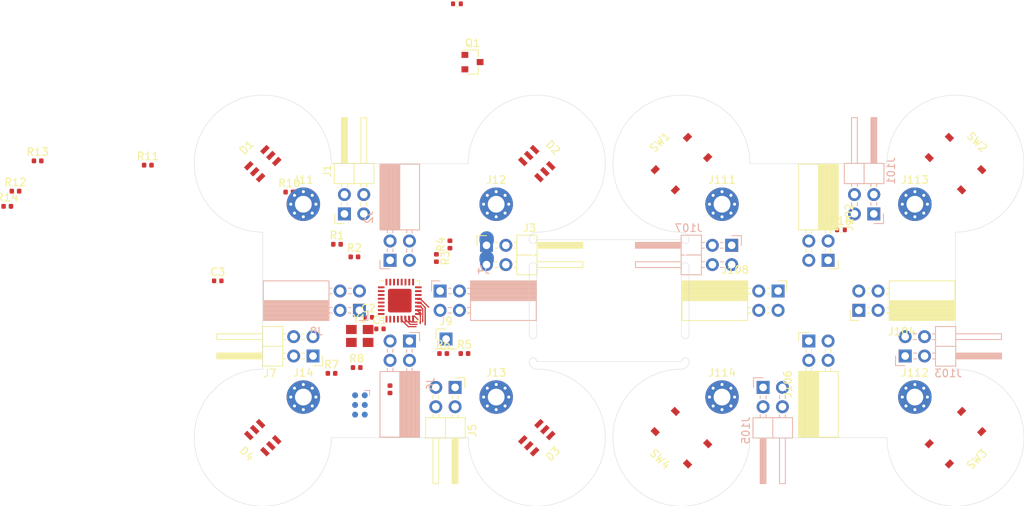
<source format=kicad_pcb>
(kicad_pcb (version 20171130) (host pcbnew "(5.1.7)-1")

  (general
    (thickness 1)
    (drawings 104)
    (tracks 29)
    (zones 0)
    (modules 60)
    (nets 73)
  )

  (page A4)
  (title_block
    (title Node)
  )

  (layers
    (0 F.Cu signal)
    (31 B.Cu signal hide)
    (32 B.Adhes user hide)
    (33 F.Adhes user hide)
    (34 B.Paste user hide)
    (35 F.Paste user hide)
    (36 B.SilkS user hide)
    (37 F.SilkS user hide)
    (38 B.Mask user hide)
    (39 F.Mask user hide)
    (40 Dwgs.User user)
    (41 Cmts.User user hide)
    (42 Eco1.User user)
    (43 Eco2.User user hide)
    (44 Edge.Cuts user)
    (45 Margin user hide)
    (46 B.CrtYd user hide)
    (47 F.CrtYd user hide)
    (48 B.Fab user)
    (49 F.Fab user)
  )

  (setup
    (last_trace_width 0.1524)
    (user_trace_width 0.1524)
    (user_trace_width 0.3048)
    (user_trace_width 1.905)
    (user_trace_width 3.81)
    (trace_clearance 0.1524)
    (zone_clearance 0.2032)
    (zone_45_only no)
    (trace_min 0.1016)
    (via_size 0.6)
    (via_drill 0.3)
    (via_min_size 0.5)
    (via_min_drill 0.3)
    (user_via 0.5 0.3)
    (uvia_size 0.3)
    (uvia_drill 0.1)
    (uvias_allowed no)
    (uvia_min_size 0.2)
    (uvia_min_drill 0.1)
    (edge_width 0.05)
    (segment_width 0.2)
    (pcb_text_width 0.3)
    (pcb_text_size 1.6 1.6)
    (mod_edge_width 0.12)
    (mod_text_size 1.6 1.6)
    (mod_text_width 0.3)
    (pad_size 1.7 1.7)
    (pad_drill 1)
    (pad_to_mask_clearance 0.051)
    (solder_mask_min_width 0.25)
    (aux_axis_origin 10 10)
    (visible_elements 7FFDF737)
    (pcbplotparams
      (layerselection 0x20000_7ffffffe)
      (usegerberextensions true)
      (usegerberattributes false)
      (usegerberadvancedattributes false)
      (creategerberjobfile false)
      (excludeedgelayer true)
      (linewidth 0.100000)
      (plotframeref false)
      (viasonmask false)
      (mode 1)
      (useauxorigin false)
      (hpglpennumber 1)
      (hpglpenspeed 20)
      (hpglpendiameter 15.000000)
      (psnegative false)
      (psa4output false)
      (plotreference true)
      (plotvalue false)
      (plotinvisibletext false)
      (padsonsilk false)
      (subtractmaskfromsilk false)
      (outputformat 1)
      (mirror false)
      (drillshape 0)
      (scaleselection 1)
      (outputdirectory "C:/Users/Felix/Desktop/gerber/"))
  )

  (net 0 "")
  (net 1 GND)
  (net 2 "Net-(D2-Pad1)")
  (net 3 "Net-(D4-Pad1)")
  (net 4 "Net-(R2-Pad2)")
  (net 5 "Net-(U3-Pad9)")
  (net 6 "Net-(U3-Pad10)")
  (net 7 "Net-(U3-Pad11)")
  (net 8 "Net-(U3-Pad19)")
  (net 9 "Net-(U3-Pad22)")
  (net 10 "Net-(D1-Pad1)")
  (net 11 "Net-(D1-Pad3)")
  (net 12 /Bottom/DIN)
  (net 13 "Net-(D2-Pad3)")
  (net 14 "Net-(D3-Pad3)")
  (net 15 "Net-(D3-Pad1)")
  (net 16 "Net-(D4-Pad3)")
  (net 17 /Bottom/RX1_RXI)
  (net 18 /Bottom/TX1_TXO)
  (net 19 /Bottom/MOSI)
  (net 20 /Bottom/MISO)
  (net 21 /Bottom/SCK)
  (net 22 /Bottom/~RST)
  (net 23 "Net-(J13-Pad1)")
  (net 24 /Bottom/RX3)
  (net 25 "Net-(R3-Pad2)")
  (net 26 "Net-(R4-Pad2)")
  (net 27 /Bottom/RX4)
  (net 28 "Net-(R5-Pad2)")
  (net 29 /Bottom/TX2)
  (net 30 "Net-(R6-Pad2)")
  (net 31 "Net-(R7-Pad2)")
  (net 32 /Bottom/TX3)
  (net 33 /Bottom/TX4)
  (net 34 "Net-(R8-Pad2)")
  (net 35 "Net-(R10-Pad2)")
  (net 36 "Net-(R11-Pad2)")
  (net 37 /Bottom/RX2)
  (net 38 "Net-(R12-Pad2)")
  (net 39 "Net-(R13-Pad2)")
  (net 40 "Net-(R14-Pad2)")
  (net 41 "Net-(U3-Pad20)")
  (net 42 /Bottom/XTAL2)
  (net 43 /Bottom/XTAL1)
  (net 44 /Bottom/BUZZER)
  (net 45 "Net-(R1-Pad2)")
  (net 46 "Net-(C1-Pad1)")
  (net 47 "Net-(C2-Pad2)")
  (net 48 "Net-(C3-Pad1)")
  (net 49 +5VB)
  (net 50 GNDB)
  (net 51 "Net-(J12-Pad1)")
  (net 52 "Net-(J14-Pad1)")
  (net 53 "Net-(J101-Pad1)")
  (net 54 "Net-(J101-Pad2)")
  (net 55 "Net-(J101-Pad4)")
  (net 56 "Net-(J103-Pad4)")
  (net 57 "Net-(J103-Pad2)")
  (net 58 "Net-(J103-Pad1)")
  (net 59 "Net-(J105-Pad1)")
  (net 60 "Net-(J105-Pad2)")
  (net 61 "Net-(J105-Pad4)")
  (net 62 "Net-(J107-Pad4)")
  (net 63 "Net-(J107-Pad2)")
  (net 64 "Net-(J107-Pad1)")
  (net 65 "Net-(J111-Pad1)")
  (net 66 "Net-(J112-Pad1)")
  (net 67 "Net-(J113-Pad1)")
  (net 68 "Net-(J114-Pad1)")
  (net 69 "Net-(Q1-Pad2)")
  (net 70 "Net-(BZ1-Pad2)")
  (net 71 "Net-(J11-Pad1)")
  (net 72 "Net-(BZ1-Pad1)")

  (net_class Default "This is the default net class."
    (clearance 0.1524)
    (trace_width 0.1524)
    (via_dia 0.6)
    (via_drill 0.3)
    (uvia_dia 0.3)
    (uvia_drill 0.1)
    (add_net +5VB)
    (add_net /Bottom/BUZZER)
    (add_net /Bottom/DIN)
    (add_net /Bottom/MISO)
    (add_net /Bottom/MOSI)
    (add_net /Bottom/RX1_RXI)
    (add_net /Bottom/RX2)
    (add_net /Bottom/RX3)
    (add_net /Bottom/RX4)
    (add_net /Bottom/SCK)
    (add_net /Bottom/TX1_TXO)
    (add_net /Bottom/TX2)
    (add_net /Bottom/TX3)
    (add_net /Bottom/TX4)
    (add_net /Bottom/XTAL1)
    (add_net /Bottom/XTAL2)
    (add_net /Bottom/~RST)
    (add_net GND)
    (add_net GNDB)
    (add_net "Net-(BZ1-Pad1)")
    (add_net "Net-(BZ1-Pad2)")
    (add_net "Net-(C1-Pad1)")
    (add_net "Net-(C2-Pad2)")
    (add_net "Net-(C3-Pad1)")
    (add_net "Net-(D1-Pad1)")
    (add_net "Net-(D1-Pad3)")
    (add_net "Net-(D2-Pad1)")
    (add_net "Net-(D2-Pad3)")
    (add_net "Net-(D3-Pad1)")
    (add_net "Net-(D3-Pad3)")
    (add_net "Net-(D4-Pad1)")
    (add_net "Net-(D4-Pad3)")
    (add_net "Net-(J101-Pad1)")
    (add_net "Net-(J101-Pad2)")
    (add_net "Net-(J101-Pad4)")
    (add_net "Net-(J103-Pad1)")
    (add_net "Net-(J103-Pad2)")
    (add_net "Net-(J103-Pad4)")
    (add_net "Net-(J105-Pad1)")
    (add_net "Net-(J105-Pad2)")
    (add_net "Net-(J105-Pad4)")
    (add_net "Net-(J107-Pad1)")
    (add_net "Net-(J107-Pad2)")
    (add_net "Net-(J107-Pad4)")
    (add_net "Net-(J11-Pad1)")
    (add_net "Net-(J111-Pad1)")
    (add_net "Net-(J112-Pad1)")
    (add_net "Net-(J113-Pad1)")
    (add_net "Net-(J114-Pad1)")
    (add_net "Net-(J12-Pad1)")
    (add_net "Net-(J13-Pad1)")
    (add_net "Net-(J14-Pad1)")
    (add_net "Net-(Q1-Pad2)")
    (add_net "Net-(R1-Pad2)")
    (add_net "Net-(R10-Pad2)")
    (add_net "Net-(R11-Pad2)")
    (add_net "Net-(R12-Pad2)")
    (add_net "Net-(R13-Pad2)")
    (add_net "Net-(R14-Pad2)")
    (add_net "Net-(R2-Pad2)")
    (add_net "Net-(R3-Pad2)")
    (add_net "Net-(R4-Pad2)")
    (add_net "Net-(R5-Pad2)")
    (add_net "Net-(R6-Pad2)")
    (add_net "Net-(R7-Pad2)")
    (add_net "Net-(R8-Pad2)")
    (add_net "Net-(U3-Pad10)")
    (add_net "Net-(U3-Pad11)")
    (add_net "Net-(U3-Pad19)")
    (add_net "Net-(U3-Pad20)")
    (add_net "Net-(U3-Pad22)")
    (add_net "Net-(U3-Pad9)")
  )

  (module node:mouse-bite (layer F.Cu) (tedit 5C975F09) (tstamp 5F89C2B1)
    (at 138.5 98.75 90)
    (fp_text reference mouse-bite (at 0 1.524 90) (layer F.SilkS) hide
      (effects (font (size 1 1) (thickness 0.2)))
    )
    (fp_text value VAL** (at 0 -1.524 90) (layer F.SilkS) hide
      (effects (font (size 1 1) (thickness 0.2)))
    )
    (fp_arc (start 1.75 0) (end 1.75 -0.5) (angle -180) (layer Eco1.User) (width 0.1016))
    (fp_arc (start -1.75 0) (end -1.75 0.5) (angle -180) (layer Eco1.User) (width 0.1016))
    (pad "" np_thru_hole circle (at -0.75 0 90) (size 0.5 0.5) (drill 0.5) (layers *.Cu *.Mask))
    (pad "" np_thru_hole circle (at 0.75 0 90) (size 0.5 0.5) (drill 0.5) (layers *.Cu *.Mask))
    (pad "" np_thru_hole circle (at 0 0 90) (size 0.5 0.5) (drill 0.5) (layers *.Cu *.Mask))
  )

  (module node:mouse-bite (layer F.Cu) (tedit 5C975F09) (tstamp 5F89C2A1)
    (at 158.5 98.75 90)
    (fp_text reference mouse-bite (at 0 1.524 90) (layer F.SilkS) hide
      (effects (font (size 1 1) (thickness 0.2)))
    )
    (fp_text value VAL** (at 0 -1.524 90) (layer F.SilkS) hide
      (effects (font (size 1 1) (thickness 0.2)))
    )
    (fp_arc (start -1.75 0) (end -1.75 0.5) (angle -180) (layer Eco1.User) (width 0.1016))
    (fp_arc (start 1.75 0) (end 1.75 -0.5) (angle -180) (layer Eco1.User) (width 0.1016))
    (pad "" np_thru_hole circle (at 0 0 90) (size 0.5 0.5) (drill 0.5) (layers *.Cu *.Mask))
    (pad "" np_thru_hole circle (at 0.75 0 90) (size 0.5 0.5) (drill 0.5) (layers *.Cu *.Mask))
    (pad "" np_thru_hole circle (at -0.75 0 90) (size 0.5 0.5) (drill 0.5) (layers *.Cu *.Mask))
  )

  (module node:mouse-bite (layer F.Cu) (tedit 5C975F09) (tstamp 5F89C291)
    (at 158.5 111.25 90)
    (fp_text reference mouse-bite (at 0 1.524 90) (layer F.SilkS) hide
      (effects (font (size 1 1) (thickness 0.2)))
    )
    (fp_text value VAL** (at 0 -1.524 90) (layer F.SilkS) hide
      (effects (font (size 1 1) (thickness 0.2)))
    )
    (fp_arc (start 1.75 0) (end 1.75 -0.5) (angle -180) (layer Eco1.User) (width 0.1016))
    (fp_arc (start -1.75 0) (end -1.75 0.5) (angle -180) (layer Eco1.User) (width 0.1016))
    (pad "" np_thru_hole circle (at -0.75 0 90) (size 0.5 0.5) (drill 0.5) (layers *.Cu *.Mask))
    (pad "" np_thru_hole circle (at 0.75 0 90) (size 0.5 0.5) (drill 0.5) (layers *.Cu *.Mask))
    (pad "" np_thru_hole circle (at 0 0 90) (size 0.5 0.5) (drill 0.5) (layers *.Cu *.Mask))
  )

  (module node:mouse-bite (layer F.Cu) (tedit 5C975F09) (tstamp 5F89C275)
    (at 138.5 111.25 90)
    (fp_text reference mouse-bite (at 0 1.524 90) (layer F.SilkS) hide
      (effects (font (size 1 1) (thickness 0.2)))
    )
    (fp_text value VAL** (at 0 -1.524 90) (layer F.SilkS) hide
      (effects (font (size 1 1) (thickness 0.2)))
    )
    (fp_arc (start -1.75 0) (end -1.75 0.5) (angle -180) (layer Eco1.User) (width 0.1016))
    (fp_arc (start 1.75 0) (end 1.75 -0.5) (angle -180) (layer Eco1.User) (width 0.1016))
    (pad "" np_thru_hole circle (at 0 0 90) (size 0.5 0.5) (drill 0.5) (layers *.Cu *.Mask))
    (pad "" np_thru_hole circle (at 0.75 0 90) (size 0.5 0.5) (drill 0.5) (layers *.Cu *.Mask))
    (pad "" np_thru_hole circle (at -0.75 0 90) (size 0.5 0.5) (drill 0.5) (layers *.Cu *.Mask))
  )

  (module Package_DFN_QFN:QFN-32-1EP_5x5mm_P0.5mm_EP3.1x3.1mm (layer F.Cu) (tedit 5B4E60CE) (tstamp 5F8908FC)
    (at 121 105)
    (descr "QFN, 32 Pin (http://ww1.microchip.com/downloads/en/DeviceDoc/8008S.pdf (Page 20)), generated with kicad-footprint-generator ipc_dfn_qfn_generator.py")
    (tags "QFN DFN_QFN")
    (path /5C920754/5CAD6264)
    (attr smd)
    (fp_text reference U3 (at 0 -3.82) (layer F.SilkS) hide
      (effects (font (size 1 1) (thickness 0.15)))
    )
    (fp_text value ATmega328P-MU (at 0.08 3) (layer F.Fab)
      (effects (font (size 0.3 0.3) (thickness 0.04)))
    )
    (fp_line (start 3.12 -3.12) (end -3.12 -3.12) (layer F.CrtYd) (width 0.05))
    (fp_line (start 3.12 3.12) (end 3.12 -3.12) (layer F.CrtYd) (width 0.05))
    (fp_line (start -3.12 3.12) (end 3.12 3.12) (layer F.CrtYd) (width 0.05))
    (fp_line (start -3.12 -3.12) (end -3.12 3.12) (layer F.CrtYd) (width 0.05))
    (fp_line (start -2.5 -1.5) (end -1.5 -2.5) (layer F.Fab) (width 0.04))
    (fp_line (start -2.5 2.5) (end -2.5 -1.5) (layer F.Fab) (width 0.04))
    (fp_line (start 2.5 2.5) (end -2.5 2.5) (layer F.Fab) (width 0.04))
    (fp_line (start 2.5 -2.5) (end 2.5 2.5) (layer F.Fab) (width 0.04))
    (fp_line (start -1.5 -2.5) (end 2.5 -2.5) (layer F.Fab) (width 0.04))
    (fp_line (start -2.135 -2.61) (end -2.61 -2.61) (layer F.SilkS) (width 0.12))
    (fp_line (start 2.61 2.61) (end 2.61 2.135) (layer F.SilkS) (width 0.12))
    (fp_line (start 2.135 2.61) (end 2.61 2.61) (layer F.SilkS) (width 0.12))
    (fp_line (start -2.61 2.61) (end -2.61 2.135) (layer F.SilkS) (width 0.12))
    (fp_line (start -2.135 2.61) (end -2.61 2.61) (layer F.SilkS) (width 0.12))
    (fp_line (start 2.61 -2.61) (end 2.61 -2.135) (layer F.SilkS) (width 0.12))
    (fp_line (start 2.135 -2.61) (end 2.61 -2.61) (layer F.SilkS) (width 0.12))
    (fp_text user %R (at 0 0) (layer F.Fab)
      (effects (font (size 0.3 0.3) (thickness 0.04)))
    )
    (pad 32 smd roundrect (at -1.75 -2.4375) (size 0.25 0.875) (layers F.Cu F.Paste F.Mask) (roundrect_rratio 0.25)
      (net 25 "Net-(R3-Pad2)"))
    (pad 31 smd roundrect (at -1.25 -2.4375) (size 0.25 0.875) (layers F.Cu F.Paste F.Mask) (roundrect_rratio 0.25)
      (net 4 "Net-(R2-Pad2)"))
    (pad 30 smd roundrect (at -0.75 -2.4375) (size 0.25 0.875) (layers F.Cu F.Paste F.Mask) (roundrect_rratio 0.25)
      (net 45 "Net-(R1-Pad2)"))
    (pad 29 smd roundrect (at -0.25 -2.4375) (size 0.25 0.875) (layers F.Cu F.Paste F.Mask) (roundrect_rratio 0.25)
      (net 22 /Bottom/~RST))
    (pad 28 smd roundrect (at 0.25 -2.4375) (size 0.25 0.875) (layers F.Cu F.Paste F.Mask) (roundrect_rratio 0.25)
      (net 40 "Net-(R14-Pad2)"))
    (pad 27 smd roundrect (at 0.75 -2.4375) (size 0.25 0.875) (layers F.Cu F.Paste F.Mask) (roundrect_rratio 0.25)
      (net 39 "Net-(R13-Pad2)"))
    (pad 26 smd roundrect (at 1.25 -2.4375) (size 0.25 0.875) (layers F.Cu F.Paste F.Mask) (roundrect_rratio 0.25)
      (net 38 "Net-(R12-Pad2)"))
    (pad 25 smd roundrect (at 1.75 -2.4375) (size 0.25 0.875) (layers F.Cu F.Paste F.Mask) (roundrect_rratio 0.25)
      (net 34 "Net-(R8-Pad2)"))
    (pad 24 smd roundrect (at 2.4375 -1.75) (size 0.875 0.25) (layers F.Cu F.Paste F.Mask) (roundrect_rratio 0.25)
      (net 30 "Net-(R6-Pad2)"))
    (pad 23 smd roundrect (at 2.4375 -1.25) (size 0.875 0.25) (layers F.Cu F.Paste F.Mask) (roundrect_rratio 0.25)
      (net 26 "Net-(R4-Pad2)"))
    (pad 22 smd roundrect (at 2.4375 -0.75) (size 0.875 0.25) (layers F.Cu F.Paste F.Mask) (roundrect_rratio 0.25)
      (net 9 "Net-(U3-Pad22)"))
    (pad 21 smd roundrect (at 2.4375 -0.25) (size 0.875 0.25) (layers F.Cu F.Paste F.Mask) (roundrect_rratio 0.25)
      (net 50 GNDB))
    (pad 20 smd roundrect (at 2.4375 0.25) (size 0.875 0.25) (layers F.Cu F.Paste F.Mask) (roundrect_rratio 0.25)
      (net 41 "Net-(U3-Pad20)"))
    (pad 19 smd roundrect (at 2.4375 0.75) (size 0.875 0.25) (layers F.Cu F.Paste F.Mask) (roundrect_rratio 0.25)
      (net 8 "Net-(U3-Pad19)"))
    (pad 18 smd roundrect (at 2.4375 1.25) (size 0.875 0.25) (layers F.Cu F.Paste F.Mask) (roundrect_rratio 0.25)
      (net 49 +5VB))
    (pad 17 smd roundrect (at 2.4375 1.75) (size 0.875 0.25) (layers F.Cu F.Paste F.Mask) (roundrect_rratio 0.25)
      (net 21 /Bottom/SCK))
    (pad 16 smd roundrect (at 1.75 2.4375) (size 0.25 0.875) (layers F.Cu F.Paste F.Mask) (roundrect_rratio 0.25)
      (net 20 /Bottom/MISO))
    (pad 15 smd roundrect (at 1.25 2.4375) (size 0.25 0.875) (layers F.Cu F.Paste F.Mask) (roundrect_rratio 0.25)
      (net 19 /Bottom/MOSI))
    (pad 14 smd roundrect (at 0.75 2.4375) (size 0.25 0.875) (layers F.Cu F.Paste F.Mask) (roundrect_rratio 0.25)
      (net 36 "Net-(R11-Pad2)"))
    (pad 13 smd roundrect (at 0.25 2.4375) (size 0.25 0.875) (layers F.Cu F.Paste F.Mask) (roundrect_rratio 0.25)
      (net 31 "Net-(R7-Pad2)"))
    (pad 12 smd roundrect (at -0.25 2.4375) (size 0.25 0.875) (layers F.Cu F.Paste F.Mask) (roundrect_rratio 0.25)
      (net 28 "Net-(R5-Pad2)"))
    (pad 11 smd roundrect (at -0.75 2.4375) (size 0.25 0.875) (layers F.Cu F.Paste F.Mask) (roundrect_rratio 0.25)
      (net 7 "Net-(U3-Pad11)"))
    (pad 10 smd roundrect (at -1.25 2.4375) (size 0.25 0.875) (layers F.Cu F.Paste F.Mask) (roundrect_rratio 0.25)
      (net 6 "Net-(U3-Pad10)"))
    (pad 9 smd roundrect (at -1.75 2.4375) (size 0.25 0.875) (layers F.Cu F.Paste F.Mask) (roundrect_rratio 0.25)
      (net 5 "Net-(U3-Pad9)"))
    (pad 8 smd roundrect (at -2.4375 1.75) (size 0.875 0.25) (layers F.Cu F.Paste F.Mask) (roundrect_rratio 0.25)
      (net 42 /Bottom/XTAL2))
    (pad 7 smd roundrect (at -2.4375 1.25) (size 0.875 0.25) (layers F.Cu F.Paste F.Mask) (roundrect_rratio 0.25)
      (net 43 /Bottom/XTAL1))
    (pad 6 smd roundrect (at -2.4375 0.75) (size 0.875 0.25) (layers F.Cu F.Paste F.Mask) (roundrect_rratio 0.25)
      (net 49 +5VB))
    (pad 5 smd roundrect (at -2.4375 0.25) (size 0.875 0.25) (layers F.Cu F.Paste F.Mask) (roundrect_rratio 0.25)
      (net 50 GNDB))
    (pad 4 smd roundrect (at -2.4375 -0.25) (size 0.875 0.25) (layers F.Cu F.Paste F.Mask) (roundrect_rratio 0.25)
      (net 49 +5VB))
    (pad 3 smd roundrect (at -2.4375 -0.75) (size 0.875 0.25) (layers F.Cu F.Paste F.Mask) (roundrect_rratio 0.25)
      (net 50 GNDB))
    (pad 2 smd roundrect (at -2.4375 -1.25) (size 0.875 0.25) (layers F.Cu F.Paste F.Mask) (roundrect_rratio 0.25)
      (net 35 "Net-(R10-Pad2)"))
    (pad 1 smd roundrect (at -2.4375 -1.75) (size 0.875 0.25) (layers F.Cu F.Paste F.Mask) (roundrect_rratio 0.25)
      (net 44 /Bottom/BUZZER))
    (pad "" smd roundrect (at 1.03 1.03) (size 0.83 0.83) (layers F.Paste) (roundrect_rratio 0.25))
    (pad "" smd roundrect (at 1.03 0) (size 0.83 0.83) (layers F.Paste) (roundrect_rratio 0.25))
    (pad "" smd roundrect (at 1.03 -1.03) (size 0.83 0.83) (layers F.Paste) (roundrect_rratio 0.25))
    (pad "" smd roundrect (at 0 1.03) (size 0.83 0.83) (layers F.Paste) (roundrect_rratio 0.25))
    (pad "" smd roundrect (at 0 0) (size 0.83 0.83) (layers F.Paste) (roundrect_rratio 0.25))
    (pad "" smd roundrect (at 0 -1.03) (size 0.83 0.83) (layers F.Paste) (roundrect_rratio 0.25))
    (pad "" smd roundrect (at -1.03 1.03) (size 0.83 0.83) (layers F.Paste) (roundrect_rratio 0.25))
    (pad "" smd roundrect (at -1.03 0) (size 0.83 0.83) (layers F.Paste) (roundrect_rratio 0.25))
    (pad "" smd roundrect (at -1.03 -1.03) (size 0.83 0.83) (layers F.Paste) (roundrect_rratio 0.25))
    (pad 33 smd roundrect (at 0 0) (size 3.1 3.1) (layers F.Cu F.Mask) (roundrect_rratio 0.08064499999999999)
      (net 50 GNDB))
    (model ${KISYS3DMOD}/Package_DFN_QFN.3dshapes/QFN-32-1EP_5x5mm_P0.5mm_EP3.1x3.1mm.wrl
      (at (xyz 0 0 0))
      (scale (xyz 1 1 1))
      (rotate (xyz 0 0 0))
    )
  )

  (module Connector:Tag-Connect_TC2030-IDC-NL_2x03_P1.27mm_Vertical (layer B.Cu) (tedit 5A29CEA9) (tstamp 5F881CF4)
    (at 115.765 118.7 270)
    (descr "Tag-Connect programming header; http://www.tag-connect.com/Materials/TC2030-IDC-NL.pdf")
    (tags "tag connect programming header pogo pins")
    (path /5C920754/5C9734D9)
    (attr virtual)
    (fp_text reference J10 (at 0 -2.7 270) (layer B.Fab) hide
      (effects (font (size 0.3 0.3) (thickness 0.04)) (justify mirror))
    )
    (fp_text value TC2030_NL (at 0.141 -1.661 270) (layer Cmts.User)
      (effects (font (size 0.3 0.3) (thickness 0.04)))
    )
    (fp_line (start 0.635 -0.635) (end 1.27 0) (layer Dwgs.User) (width 0.1))
    (fp_line (start 0 -0.635) (end 1.27 0.635) (layer Dwgs.User) (width 0.1))
    (fp_line (start -0.635 -0.635) (end 0.635 0.635) (layer Dwgs.User) (width 0.1))
    (fp_line (start -1.27 0) (end -0.635 0.635) (layer Dwgs.User) (width 0.1))
    (fp_line (start -1.27 -0.635) (end 0 0.635) (layer Dwgs.User) (width 0.1))
    (fp_line (start -1.27 0.635) (end 1.27 0.635) (layer Dwgs.User) (width 0.1))
    (fp_line (start 1.27 0.635) (end 1.27 -0.635) (layer Dwgs.User) (width 0.1))
    (fp_line (start 1.27 -0.635) (end -1.27 -0.635) (layer Dwgs.User) (width 0.1))
    (fp_line (start -1.27 -0.635) (end -1.27 0.635) (layer Dwgs.User) (width 0.1))
    (fp_line (start -3.5 2) (end 3.5 2) (layer B.CrtYd) (width 0.05))
    (fp_line (start 3.5 2) (end 3.5 -2) (layer B.CrtYd) (width 0.05))
    (fp_line (start 3.5 -2) (end -3.5 -2) (layer B.CrtYd) (width 0.05))
    (fp_line (start -3.5 -2) (end -3.5 2) (layer B.CrtYd) (width 0.05))
    (fp_line (start -1.27 -1.27) (end -1.905 -1.27) (layer B.SilkS) (width 0.12))
    (fp_line (start -1.905 -1.27) (end -1.905 -0.635) (layer B.SilkS) (width 0.12))
    (fp_text user KEEPOUT (at 0 0 270) (layer Cmts.User)
      (effects (font (size 0.4 0.4) (thickness 0.07)))
    )
    (fp_text user %R (at -0.254 0 270) (layer Cmts.User)
      (effects (font (size 0.3 0.3) (thickness 0.04)))
    )
    (pad 6 connect circle (at 1.27 0.635 270) (size 0.7874 0.7874) (layers B.Cu B.Mask)
      (net 49 +5VB))
    (pad 5 connect circle (at 1.27 -0.635 270) (size 0.7874 0.7874) (layers B.Cu B.Mask)
      (net 19 /Bottom/MOSI))
    (pad 4 connect circle (at 0 0.635 270) (size 0.7874 0.7874) (layers B.Cu B.Mask)
      (net 20 /Bottom/MISO))
    (pad 3 connect circle (at 0 -0.635 270) (size 0.7874 0.7874) (layers B.Cu B.Mask)
      (net 21 /Bottom/SCK))
    (pad 2 connect circle (at -1.27 0.635 270) (size 0.7874 0.7874) (layers B.Cu B.Mask)
      (net 22 /Bottom/~RST))
    (pad 1 connect circle (at -1.27 -0.635 270) (size 0.7874 0.7874) (layers B.Cu B.Mask)
      (net 50 GNDB))
    (pad "" np_thru_hole circle (at -2.54 0 270) (size 0.9906 0.9906) (drill 0.9906) (layers *.Cu *.Mask))
    (pad "" np_thru_hole circle (at 2.54 -1.016 270) (size 0.9906 0.9906) (drill 0.9906) (layers *.Cu *.Mask))
    (pad "" np_thru_hole circle (at 2.54 1.016 270) (size 0.9906 0.9906) (drill 0.9906) (layers *.Cu *.Mask))
  )

  (module Resistor_SMD:R_0402_1005Metric (layer F.Cu) (tedit 5B301BBD) (tstamp 5F881CBB)
    (at 119.716 116.646 90)
    (descr "Resistor SMD 0402 (1005 Metric), square (rectangular) end terminal, IPC_7351 nominal, (Body size source: http://www.tortai-tech.com/upload/download/2011102023233369053.pdf), generated with kicad-footprint-generator")
    (tags resistor)
    (path /5C920754/5C94FD10)
    (attr smd)
    (fp_text reference R9 (at 0 -1.17 90) (layer F.SilkS) hide
      (effects (font (size 1 1) (thickness 0.15)))
    )
    (fp_text value 10K (at 1.172 0 90) (layer F.Fab)
      (effects (font (size 0.3 0.3) (thickness 0.04)))
    )
    (fp_line (start 0.93 0.47) (end -0.93 0.47) (layer F.CrtYd) (width 0.05))
    (fp_line (start 0.93 -0.47) (end 0.93 0.47) (layer F.CrtYd) (width 0.05))
    (fp_line (start -0.93 -0.47) (end 0.93 -0.47) (layer F.CrtYd) (width 0.05))
    (fp_line (start -0.93 0.47) (end -0.93 -0.47) (layer F.CrtYd) (width 0.05))
    (fp_line (start 0.5 0.25) (end -0.5 0.25) (layer F.Fab) (width 0.04))
    (fp_line (start 0.5 -0.25) (end 0.5 0.25) (layer F.Fab) (width 0.04))
    (fp_line (start -0.5 -0.25) (end 0.5 -0.25) (layer F.Fab) (width 0.04))
    (fp_line (start -0.5 0.25) (end -0.5 -0.25) (layer F.Fab) (width 0.04))
    (fp_text user %R (at -0.028 0 90) (layer F.Fab)
      (effects (font (size 0.3 0.3) (thickness 0.04)))
    )
    (pad 2 smd roundrect (at 0.485 0 90) (size 0.59 0.64) (layers F.Cu F.Paste F.Mask) (roundrect_rratio 0.25)
      (net 22 /Bottom/~RST))
    (pad 1 smd roundrect (at -0.485 0 90) (size 0.59 0.64) (layers F.Cu F.Paste F.Mask) (roundrect_rratio 0.25)
      (net 49 +5VB))
    (model ${KISYS3DMOD}/Resistor_SMD.3dshapes/R_0402_1005Metric.wrl
      (at (xyz 0 0 0))
      (scale (xyz 1 1 1))
      (rotate (xyz 0 0 0))
    )
  )

  (module Connector_PinHeader_2.54mm:PinHeader_2x02_P2.54mm_Horizontal (layer F.Cu) (tedit 59FED5CB) (tstamp 5F881C3D)
    (at 113.73 93.604 90)
    (descr "Through hole angled pin header, 2x02, 2.54mm pitch, 6mm pin length, double rows")
    (tags "Through hole angled pin header THT 2x02 2.54mm double row")
    (path /5C920754/5F70B9A8)
    (fp_text reference J1 (at 5.655 -2.27 90) (layer F.SilkS)
      (effects (font (size 1 1) (thickness 0.15)))
    )
    (fp_text value MALE (at 5.655 4.81 90) (layer F.Fab)
      (effects (font (size 1 1) (thickness 0.15)))
    )
    (fp_line (start 13.1 -1.8) (end -1.8 -1.8) (layer F.CrtYd) (width 0.05))
    (fp_line (start 13.1 4.35) (end 13.1 -1.8) (layer F.CrtYd) (width 0.05))
    (fp_line (start -1.8 4.35) (end 13.1 4.35) (layer F.CrtYd) (width 0.05))
    (fp_line (start -1.8 -1.8) (end -1.8 4.35) (layer F.CrtYd) (width 0.05))
    (fp_line (start -1.27 -1.27) (end 0 -1.27) (layer F.SilkS) (width 0.12))
    (fp_line (start -1.27 0) (end -1.27 -1.27) (layer F.SilkS) (width 0.12))
    (fp_line (start 1.042929 2.92) (end 1.497071 2.92) (layer F.SilkS) (width 0.12))
    (fp_line (start 1.042929 2.16) (end 1.497071 2.16) (layer F.SilkS) (width 0.12))
    (fp_line (start 3.582929 2.92) (end 3.98 2.92) (layer F.SilkS) (width 0.12))
    (fp_line (start 3.582929 2.16) (end 3.98 2.16) (layer F.SilkS) (width 0.12))
    (fp_line (start 12.64 2.92) (end 6.64 2.92) (layer F.SilkS) (width 0.12))
    (fp_line (start 12.64 2.16) (end 12.64 2.92) (layer F.SilkS) (width 0.12))
    (fp_line (start 6.64 2.16) (end 12.64 2.16) (layer F.SilkS) (width 0.12))
    (fp_line (start 3.98 1.27) (end 6.64 1.27) (layer F.SilkS) (width 0.12))
    (fp_line (start 1.11 0.38) (end 1.497071 0.38) (layer F.SilkS) (width 0.12))
    (fp_line (start 1.11 -0.38) (end 1.497071 -0.38) (layer F.SilkS) (width 0.12))
    (fp_line (start 3.582929 0.38) (end 3.98 0.38) (layer F.SilkS) (width 0.12))
    (fp_line (start 3.582929 -0.38) (end 3.98 -0.38) (layer F.SilkS) (width 0.12))
    (fp_line (start 6.64 0.28) (end 12.64 0.28) (layer F.SilkS) (width 0.12))
    (fp_line (start 6.64 0.16) (end 12.64 0.16) (layer F.SilkS) (width 0.12))
    (fp_line (start 6.64 0.04) (end 12.64 0.04) (layer F.SilkS) (width 0.12))
    (fp_line (start 6.64 -0.08) (end 12.64 -0.08) (layer F.SilkS) (width 0.12))
    (fp_line (start 6.64 -0.2) (end 12.64 -0.2) (layer F.SilkS) (width 0.12))
    (fp_line (start 6.64 -0.32) (end 12.64 -0.32) (layer F.SilkS) (width 0.12))
    (fp_line (start 12.64 0.38) (end 6.64 0.38) (layer F.SilkS) (width 0.12))
    (fp_line (start 12.64 -0.38) (end 12.64 0.38) (layer F.SilkS) (width 0.12))
    (fp_line (start 6.64 -0.38) (end 12.64 -0.38) (layer F.SilkS) (width 0.12))
    (fp_line (start 6.64 -1.33) (end 3.98 -1.33) (layer F.SilkS) (width 0.12))
    (fp_line (start 6.64 3.87) (end 6.64 -1.33) (layer F.SilkS) (width 0.12))
    (fp_line (start 3.98 3.87) (end 6.64 3.87) (layer F.SilkS) (width 0.12))
    (fp_line (start 3.98 -1.33) (end 3.98 3.87) (layer F.SilkS) (width 0.12))
    (fp_line (start 6.58 2.86) (end 12.58 2.86) (layer F.Fab) (width 0.1))
    (fp_line (start 12.58 2.22) (end 12.58 2.86) (layer F.Fab) (width 0.1))
    (fp_line (start 6.58 2.22) (end 12.58 2.22) (layer F.Fab) (width 0.1))
    (fp_line (start -0.32 2.86) (end 4.04 2.86) (layer F.Fab) (width 0.1))
    (fp_line (start -0.32 2.22) (end -0.32 2.86) (layer F.Fab) (width 0.1))
    (fp_line (start -0.32 2.22) (end 4.04 2.22) (layer F.Fab) (width 0.1))
    (fp_line (start 6.58 0.32) (end 12.58 0.32) (layer F.Fab) (width 0.1))
    (fp_line (start 12.58 -0.32) (end 12.58 0.32) (layer F.Fab) (width 0.1))
    (fp_line (start 6.58 -0.32) (end 12.58 -0.32) (layer F.Fab) (width 0.1))
    (fp_line (start -0.32 0.32) (end 4.04 0.32) (layer F.Fab) (width 0.1))
    (fp_line (start -0.32 -0.32) (end -0.32 0.32) (layer F.Fab) (width 0.1))
    (fp_line (start -0.32 -0.32) (end 4.04 -0.32) (layer F.Fab) (width 0.1))
    (fp_line (start 4.04 -0.635) (end 4.675 -1.27) (layer F.Fab) (width 0.1))
    (fp_line (start 4.04 3.81) (end 4.04 -0.635) (layer F.Fab) (width 0.1))
    (fp_line (start 6.58 3.81) (end 4.04 3.81) (layer F.Fab) (width 0.1))
    (fp_line (start 6.58 -1.27) (end 6.58 3.81) (layer F.Fab) (width 0.1))
    (fp_line (start 4.675 -1.27) (end 6.58 -1.27) (layer F.Fab) (width 0.1))
    (fp_text user %R (at 5.31 1.27) (layer F.Fab)
      (effects (font (size 1 1) (thickness 0.15)))
    )
    (pad 4 thru_hole oval (at 2.54 2.54 90) (size 1.7 1.7) (drill 1) (layers *.Cu *.Mask)
      (net 17 /Bottom/RX1_RXI))
    (pad 3 thru_hole oval (at 0 2.54 90) (size 1.7 1.7) (drill 1) (layers *.Cu *.Mask)
      (net 50 GNDB))
    (pad 2 thru_hole oval (at 2.54 0 90) (size 1.7 1.7) (drill 1) (layers *.Cu *.Mask)
      (net 18 /Bottom/TX1_TXO))
    (pad 1 thru_hole rect (at 0 0 90) (size 1.7 1.7) (drill 1) (layers *.Cu *.Mask)
      (net 49 +5VB))
    (model ${KISYS3DMOD}/Connector_PinHeader_2.54mm.3dshapes/PinHeader_2x02_P2.54mm_Horizontal.wrl
      (at (xyz 0 0 0))
      (scale (xyz 1 1 1))
      (rotate (xyz 0 0 0))
    )
  )

  (module Connector_PinSocket_2.54mm:PinSocket_2x02_P2.54mm_Horizontal (layer B.Cu) (tedit 5A19A41C) (tstamp 5F881B8F)
    (at 119.73 99.7 270)
    (descr "Through hole angled socket strip, 2x02, 2.54mm pitch, 8.51mm socket length, double cols (from Kicad 4.0.7), script generated")
    (tags "Through hole angled socket strip THT 2x02 2.54mm double row")
    (path /5C920754/5F70A5DD)
    (fp_text reference J2 (at -5.65 2.77 90) (layer B.SilkS)
      (effects (font (size 1 1) (thickness 0.15)) (justify mirror))
    )
    (fp_text value FEMALE (at -5.65 -5.31 90) (layer B.Fab)
      (effects (font (size 1 1) (thickness 0.15)) (justify mirror))
    )
    (fp_line (start 1.8 -4.35) (end 1.8 1.75) (layer B.CrtYd) (width 0.05))
    (fp_line (start -13.05 -4.35) (end 1.8 -4.35) (layer B.CrtYd) (width 0.05))
    (fp_line (start -13.05 1.75) (end -13.05 -4.35) (layer B.CrtYd) (width 0.05))
    (fp_line (start 1.8 1.75) (end -13.05 1.75) (layer B.CrtYd) (width 0.05))
    (fp_line (start 0 1.33) (end 1.11 1.33) (layer B.SilkS) (width 0.12))
    (fp_line (start 1.11 1.33) (end 1.11 0) (layer B.SilkS) (width 0.12))
    (fp_line (start -12.63 1.33) (end -12.63 -3.87) (layer B.SilkS) (width 0.12))
    (fp_line (start -12.63 -3.87) (end -4 -3.87) (layer B.SilkS) (width 0.12))
    (fp_line (start -4 1.33) (end -4 -3.87) (layer B.SilkS) (width 0.12))
    (fp_line (start -12.63 1.33) (end -4 1.33) (layer B.SilkS) (width 0.12))
    (fp_line (start -12.63 -1.27) (end -4 -1.27) (layer B.SilkS) (width 0.12))
    (fp_line (start -1.49 -2.9) (end -1.05 -2.9) (layer B.SilkS) (width 0.12))
    (fp_line (start -4 -2.9) (end -3.59 -2.9) (layer B.SilkS) (width 0.12))
    (fp_line (start -1.49 -2.18) (end -1.05 -2.18) (layer B.SilkS) (width 0.12))
    (fp_line (start -4 -2.18) (end -3.59 -2.18) (layer B.SilkS) (width 0.12))
    (fp_line (start -1.49 -0.36) (end -1.11 -0.36) (layer B.SilkS) (width 0.12))
    (fp_line (start -4 -0.36) (end -3.59 -0.36) (layer B.SilkS) (width 0.12))
    (fp_line (start -1.49 0.36) (end -1.11 0.36) (layer B.SilkS) (width 0.12))
    (fp_line (start -4 0.36) (end -3.59 0.36) (layer B.SilkS) (width 0.12))
    (fp_line (start -12.63 -1.1519) (end -4 -1.1519) (layer B.SilkS) (width 0.12))
    (fp_line (start -12.63 -1.033805) (end -4 -1.033805) (layer B.SilkS) (width 0.12))
    (fp_line (start -12.63 -0.91571) (end -4 -0.91571) (layer B.SilkS) (width 0.12))
    (fp_line (start -12.63 -0.797615) (end -4 -0.797615) (layer B.SilkS) (width 0.12))
    (fp_line (start -12.63 -0.67952) (end -4 -0.67952) (layer B.SilkS) (width 0.12))
    (fp_line (start -12.63 -0.561425) (end -4 -0.561425) (layer B.SilkS) (width 0.12))
    (fp_line (start -12.63 -0.44333) (end -4 -0.44333) (layer B.SilkS) (width 0.12))
    (fp_line (start -12.63 -0.325235) (end -4 -0.325235) (layer B.SilkS) (width 0.12))
    (fp_line (start -12.63 -0.20714) (end -4 -0.20714) (layer B.SilkS) (width 0.12))
    (fp_line (start -12.63 -0.089045) (end -4 -0.089045) (layer B.SilkS) (width 0.12))
    (fp_line (start -12.63 0.02905) (end -4 0.02905) (layer B.SilkS) (width 0.12))
    (fp_line (start -12.63 0.147145) (end -4 0.147145) (layer B.SilkS) (width 0.12))
    (fp_line (start -12.63 0.26524) (end -4 0.26524) (layer B.SilkS) (width 0.12))
    (fp_line (start -12.63 0.383335) (end -4 0.383335) (layer B.SilkS) (width 0.12))
    (fp_line (start -12.63 0.50143) (end -4 0.50143) (layer B.SilkS) (width 0.12))
    (fp_line (start -12.63 0.619525) (end -4 0.619525) (layer B.SilkS) (width 0.12))
    (fp_line (start -12.63 0.73762) (end -4 0.73762) (layer B.SilkS) (width 0.12))
    (fp_line (start -12.63 0.855715) (end -4 0.855715) (layer B.SilkS) (width 0.12))
    (fp_line (start -12.63 0.97381) (end -4 0.97381) (layer B.SilkS) (width 0.12))
    (fp_line (start -12.63 1.091905) (end -4 1.091905) (layer B.SilkS) (width 0.12))
    (fp_line (start -12.63 1.21) (end -4 1.21) (layer B.SilkS) (width 0.12))
    (fp_line (start 0 -2.84) (end 0 -2.24) (layer B.Fab) (width 0.1))
    (fp_line (start -4.06 -2.84) (end 0 -2.84) (layer B.Fab) (width 0.1))
    (fp_line (start 0 -2.24) (end -4.06 -2.24) (layer B.Fab) (width 0.1))
    (fp_line (start 0 -0.3) (end 0 0.3) (layer B.Fab) (width 0.1))
    (fp_line (start -4.06 -0.3) (end 0 -0.3) (layer B.Fab) (width 0.1))
    (fp_line (start 0 0.3) (end -4.06 0.3) (layer B.Fab) (width 0.1))
    (fp_line (start -12.57 -3.81) (end -12.57 1.27) (layer B.Fab) (width 0.1))
    (fp_line (start -4.06 -3.81) (end -12.57 -3.81) (layer B.Fab) (width 0.1))
    (fp_line (start -4.06 0.3) (end -4.06 -3.81) (layer B.Fab) (width 0.1))
    (fp_line (start -5.03 1.27) (end -4.06 0.3) (layer B.Fab) (width 0.1))
    (fp_line (start -12.57 1.27) (end -5.03 1.27) (layer B.Fab) (width 0.1))
    (fp_text user %R (at -8.315 -1.27 90) (layer B.Fab)
      (effects (font (size 1 1) (thickness 0.15)) (justify mirror))
    )
    (pad 4 thru_hole oval (at -2.54 -2.54 270) (size 1.7 1.7) (drill 1) (layers *.Cu *.Mask)
      (net 17 /Bottom/RX1_RXI))
    (pad 3 thru_hole oval (at 0 -2.54 270) (size 1.7 1.7) (drill 1) (layers *.Cu *.Mask)
      (net 50 GNDB))
    (pad 2 thru_hole oval (at -2.54 0 270) (size 1.7 1.7) (drill 1) (layers *.Cu *.Mask)
      (net 18 /Bottom/TX1_TXO))
    (pad 1 thru_hole rect (at 0 0 270) (size 1.7 1.7) (drill 1) (layers *.Cu *.Mask)
      (net 49 +5VB))
    (model ${KISYS3DMOD}/Connector_PinSocket_2.54mm.3dshapes/PinSocket_2x02_P2.54mm_Horizontal.wrl
      (at (xyz 0 0 0))
      (scale (xyz 1 1 1))
      (rotate (xyz 0 0 0))
    )
  )

  (module Connector_PinHeader_2.54mm:PinHeader_2x02_P2.54mm_Horizontal (layer F.Cu) (tedit 59FED5CB) (tstamp 5F881AE4)
    (at 132.396 97.73)
    (descr "Through hole angled pin header, 2x02, 2.54mm pitch, 6mm pin length, double rows")
    (tags "Through hole angled pin header THT 2x02 2.54mm double row")
    (path /5C920754/5F79368C)
    (fp_text reference J3 (at 5.655 -2.27) (layer F.SilkS)
      (effects (font (size 1 1) (thickness 0.15)))
    )
    (fp_text value MALE (at 5.655 4.81) (layer F.Fab)
      (effects (font (size 1 1) (thickness 0.15)))
    )
    (fp_line (start 4.675 -1.27) (end 6.58 -1.27) (layer F.Fab) (width 0.1))
    (fp_line (start 6.58 -1.27) (end 6.58 3.81) (layer F.Fab) (width 0.1))
    (fp_line (start 6.58 3.81) (end 4.04 3.81) (layer F.Fab) (width 0.1))
    (fp_line (start 4.04 3.81) (end 4.04 -0.635) (layer F.Fab) (width 0.1))
    (fp_line (start 4.04 -0.635) (end 4.675 -1.27) (layer F.Fab) (width 0.1))
    (fp_line (start -0.32 -0.32) (end 4.04 -0.32) (layer F.Fab) (width 0.1))
    (fp_line (start -0.32 -0.32) (end -0.32 0.32) (layer F.Fab) (width 0.1))
    (fp_line (start -0.32 0.32) (end 4.04 0.32) (layer F.Fab) (width 0.1))
    (fp_line (start 6.58 -0.32) (end 12.58 -0.32) (layer F.Fab) (width 0.1))
    (fp_line (start 12.58 -0.32) (end 12.58 0.32) (layer F.Fab) (width 0.1))
    (fp_line (start 6.58 0.32) (end 12.58 0.32) (layer F.Fab) (width 0.1))
    (fp_line (start -0.32 2.22) (end 4.04 2.22) (layer F.Fab) (width 0.1))
    (fp_line (start -0.32 2.22) (end -0.32 2.86) (layer F.Fab) (width 0.1))
    (fp_line (start -0.32 2.86) (end 4.04 2.86) (layer F.Fab) (width 0.1))
    (fp_line (start 6.58 2.22) (end 12.58 2.22) (layer F.Fab) (width 0.1))
    (fp_line (start 12.58 2.22) (end 12.58 2.86) (layer F.Fab) (width 0.1))
    (fp_line (start 6.58 2.86) (end 12.58 2.86) (layer F.Fab) (width 0.1))
    (fp_line (start 3.98 -1.33) (end 3.98 3.87) (layer F.SilkS) (width 0.12))
    (fp_line (start 3.98 3.87) (end 6.64 3.87) (layer F.SilkS) (width 0.12))
    (fp_line (start 6.64 3.87) (end 6.64 -1.33) (layer F.SilkS) (width 0.12))
    (fp_line (start 6.64 -1.33) (end 3.98 -1.33) (layer F.SilkS) (width 0.12))
    (fp_line (start 6.64 -0.38) (end 12.64 -0.38) (layer F.SilkS) (width 0.12))
    (fp_line (start 12.64 -0.38) (end 12.64 0.38) (layer F.SilkS) (width 0.12))
    (fp_line (start 12.64 0.38) (end 6.64 0.38) (layer F.SilkS) (width 0.12))
    (fp_line (start 6.64 -0.32) (end 12.64 -0.32) (layer F.SilkS) (width 0.12))
    (fp_line (start 6.64 -0.2) (end 12.64 -0.2) (layer F.SilkS) (width 0.12))
    (fp_line (start 6.64 -0.08) (end 12.64 -0.08) (layer F.SilkS) (width 0.12))
    (fp_line (start 6.64 0.04) (end 12.64 0.04) (layer F.SilkS) (width 0.12))
    (fp_line (start 6.64 0.16) (end 12.64 0.16) (layer F.SilkS) (width 0.12))
    (fp_line (start 6.64 0.28) (end 12.64 0.28) (layer F.SilkS) (width 0.12))
    (fp_line (start 3.582929 -0.38) (end 3.98 -0.38) (layer F.SilkS) (width 0.12))
    (fp_line (start 3.582929 0.38) (end 3.98 0.38) (layer F.SilkS) (width 0.12))
    (fp_line (start 1.11 -0.38) (end 1.497071 -0.38) (layer F.SilkS) (width 0.12))
    (fp_line (start 1.11 0.38) (end 1.497071 0.38) (layer F.SilkS) (width 0.12))
    (fp_line (start 3.98 1.27) (end 6.64 1.27) (layer F.SilkS) (width 0.12))
    (fp_line (start 6.64 2.16) (end 12.64 2.16) (layer F.SilkS) (width 0.12))
    (fp_line (start 12.64 2.16) (end 12.64 2.92) (layer F.SilkS) (width 0.12))
    (fp_line (start 12.64 2.92) (end 6.64 2.92) (layer F.SilkS) (width 0.12))
    (fp_line (start 3.582929 2.16) (end 3.98 2.16) (layer F.SilkS) (width 0.12))
    (fp_line (start 3.582929 2.92) (end 3.98 2.92) (layer F.SilkS) (width 0.12))
    (fp_line (start 1.042929 2.16) (end 1.497071 2.16) (layer F.SilkS) (width 0.12))
    (fp_line (start 1.042929 2.92) (end 1.497071 2.92) (layer F.SilkS) (width 0.12))
    (fp_line (start -1.27 0) (end -1.27 -1.27) (layer F.SilkS) (width 0.12))
    (fp_line (start -1.27 -1.27) (end 0 -1.27) (layer F.SilkS) (width 0.12))
    (fp_line (start -1.8 -1.8) (end -1.8 4.35) (layer F.CrtYd) (width 0.05))
    (fp_line (start -1.8 4.35) (end 13.1 4.35) (layer F.CrtYd) (width 0.05))
    (fp_line (start 13.1 4.35) (end 13.1 -1.8) (layer F.CrtYd) (width 0.05))
    (fp_line (start 13.1 -1.8) (end -1.8 -1.8) (layer F.CrtYd) (width 0.05))
    (fp_text user %R (at 5.31 1.27 90) (layer F.Fab)
      (effects (font (size 1 1) (thickness 0.15)))
    )
    (pad 1 thru_hole rect (at 0 0) (size 1.7 1.7) (drill 1) (layers *.Cu *.Mask)
      (net 49 +5VB))
    (pad 2 thru_hole oval (at 2.54 0) (size 1.7 1.7) (drill 1) (layers *.Cu *.Mask)
      (net 29 /Bottom/TX2))
    (pad 3 thru_hole oval (at 0 2.54) (size 1.7 1.7) (drill 1) (layers *.Cu *.Mask)
      (net 50 GNDB))
    (pad 4 thru_hole oval (at 2.54 2.54) (size 1.7 1.7) (drill 1) (layers *.Cu *.Mask)
      (net 37 /Bottom/RX2))
    (model ${KISYS3DMOD}/Connector_PinHeader_2.54mm.3dshapes/PinHeader_2x02_P2.54mm_Horizontal.wrl
      (at (xyz 0 0 0))
      (scale (xyz 1 1 1))
      (rotate (xyz 0 0 0))
    )
  )

  (module Connector_PinSocket_2.54mm:PinSocket_2x02_P2.54mm_Horizontal (layer B.Cu) (tedit 5A19A41C) (tstamp 5F88441F)
    (at 126.3 103.73 180)
    (descr "Through hole angled socket strip, 2x02, 2.54mm pitch, 8.51mm socket length, double cols (from Kicad 4.0.7), script generated")
    (tags "Through hole angled socket strip THT 2x02 2.54mm double row")
    (path /5C920754/5F793672)
    (fp_text reference J4 (at -5.65 2.77) (layer B.SilkS)
      (effects (font (size 1 1) (thickness 0.15)) (justify mirror))
    )
    (fp_text value FEMALE (at -5.65 -5.31) (layer B.Fab)
      (effects (font (size 1 1) (thickness 0.15)) (justify mirror))
    )
    (fp_line (start 1.8 -4.35) (end 1.8 1.75) (layer B.CrtYd) (width 0.05))
    (fp_line (start -13.05 -4.35) (end 1.8 -4.35) (layer B.CrtYd) (width 0.05))
    (fp_line (start -13.05 1.75) (end -13.05 -4.35) (layer B.CrtYd) (width 0.05))
    (fp_line (start 1.8 1.75) (end -13.05 1.75) (layer B.CrtYd) (width 0.05))
    (fp_line (start 0 1.33) (end 1.11 1.33) (layer B.SilkS) (width 0.12))
    (fp_line (start 1.11 1.33) (end 1.11 0) (layer B.SilkS) (width 0.12))
    (fp_line (start -12.63 1.33) (end -12.63 -3.87) (layer B.SilkS) (width 0.12))
    (fp_line (start -12.63 -3.87) (end -4 -3.87) (layer B.SilkS) (width 0.12))
    (fp_line (start -4 1.33) (end -4 -3.87) (layer B.SilkS) (width 0.12))
    (fp_line (start -12.63 1.33) (end -4 1.33) (layer B.SilkS) (width 0.12))
    (fp_line (start -12.63 -1.27) (end -4 -1.27) (layer B.SilkS) (width 0.12))
    (fp_line (start -1.49 -2.9) (end -1.05 -2.9) (layer B.SilkS) (width 0.12))
    (fp_line (start -4 -2.9) (end -3.59 -2.9) (layer B.SilkS) (width 0.12))
    (fp_line (start -1.49 -2.18) (end -1.05 -2.18) (layer B.SilkS) (width 0.12))
    (fp_line (start -4 -2.18) (end -3.59 -2.18) (layer B.SilkS) (width 0.12))
    (fp_line (start -1.49 -0.36) (end -1.11 -0.36) (layer B.SilkS) (width 0.12))
    (fp_line (start -4 -0.36) (end -3.59 -0.36) (layer B.SilkS) (width 0.12))
    (fp_line (start -1.49 0.36) (end -1.11 0.36) (layer B.SilkS) (width 0.12))
    (fp_line (start -4 0.36) (end -3.59 0.36) (layer B.SilkS) (width 0.12))
    (fp_line (start -12.63 -1.1519) (end -4 -1.1519) (layer B.SilkS) (width 0.12))
    (fp_line (start -12.63 -1.033805) (end -4 -1.033805) (layer B.SilkS) (width 0.12))
    (fp_line (start -12.63 -0.91571) (end -4 -0.91571) (layer B.SilkS) (width 0.12))
    (fp_line (start -12.63 -0.797615) (end -4 -0.797615) (layer B.SilkS) (width 0.12))
    (fp_line (start -12.63 -0.67952) (end -4 -0.67952) (layer B.SilkS) (width 0.12))
    (fp_line (start -12.63 -0.561425) (end -4 -0.561425) (layer B.SilkS) (width 0.12))
    (fp_line (start -12.63 -0.44333) (end -4 -0.44333) (layer B.SilkS) (width 0.12))
    (fp_line (start -12.63 -0.325235) (end -4 -0.325235) (layer B.SilkS) (width 0.12))
    (fp_line (start -12.63 -0.20714) (end -4 -0.20714) (layer B.SilkS) (width 0.12))
    (fp_line (start -12.63 -0.089045) (end -4 -0.089045) (layer B.SilkS) (width 0.12))
    (fp_line (start -12.63 0.02905) (end -4 0.02905) (layer B.SilkS) (width 0.12))
    (fp_line (start -12.63 0.147145) (end -4 0.147145) (layer B.SilkS) (width 0.12))
    (fp_line (start -12.63 0.26524) (end -4 0.26524) (layer B.SilkS) (width 0.12))
    (fp_line (start -12.63 0.383335) (end -4 0.383335) (layer B.SilkS) (width 0.12))
    (fp_line (start -12.63 0.50143) (end -4 0.50143) (layer B.SilkS) (width 0.12))
    (fp_line (start -12.63 0.619525) (end -4 0.619525) (layer B.SilkS) (width 0.12))
    (fp_line (start -12.63 0.73762) (end -4 0.73762) (layer B.SilkS) (width 0.12))
    (fp_line (start -12.63 0.855715) (end -4 0.855715) (layer B.SilkS) (width 0.12))
    (fp_line (start -12.63 0.97381) (end -4 0.97381) (layer B.SilkS) (width 0.12))
    (fp_line (start -12.63 1.091905) (end -4 1.091905) (layer B.SilkS) (width 0.12))
    (fp_line (start -12.63 1.21) (end -4 1.21) (layer B.SilkS) (width 0.12))
    (fp_line (start 0 -2.84) (end 0 -2.24) (layer B.Fab) (width 0.1))
    (fp_line (start -4.06 -2.84) (end 0 -2.84) (layer B.Fab) (width 0.1))
    (fp_line (start 0 -2.24) (end -4.06 -2.24) (layer B.Fab) (width 0.1))
    (fp_line (start 0 -0.3) (end 0 0.3) (layer B.Fab) (width 0.1))
    (fp_line (start -4.06 -0.3) (end 0 -0.3) (layer B.Fab) (width 0.1))
    (fp_line (start 0 0.3) (end -4.06 0.3) (layer B.Fab) (width 0.1))
    (fp_line (start -12.57 -3.81) (end -12.57 1.27) (layer B.Fab) (width 0.1))
    (fp_line (start -4.06 -3.81) (end -12.57 -3.81) (layer B.Fab) (width 0.1))
    (fp_line (start -4.06 0.3) (end -4.06 -3.81) (layer B.Fab) (width 0.1))
    (fp_line (start -5.03 1.27) (end -4.06 0.3) (layer B.Fab) (width 0.1))
    (fp_line (start -12.57 1.27) (end -5.03 1.27) (layer B.Fab) (width 0.1))
    (fp_text user %R (at -8.315 -1.27) (layer B.Fab)
      (effects (font (size 1 1) (thickness 0.15)) (justify mirror))
    )
    (pad 4 thru_hole oval (at -2.54 -2.54 180) (size 1.7 1.7) (drill 1) (layers *.Cu *.Mask)
      (net 37 /Bottom/RX2))
    (pad 3 thru_hole oval (at 0 -2.54 180) (size 1.7 1.7) (drill 1) (layers *.Cu *.Mask)
      (net 50 GNDB))
    (pad 2 thru_hole oval (at -2.54 0 180) (size 1.7 1.7) (drill 1) (layers *.Cu *.Mask)
      (net 29 /Bottom/TX2))
    (pad 1 thru_hole rect (at 0 0 180) (size 1.7 1.7) (drill 1) (layers *.Cu *.Mask)
      (net 49 +5VB))
    (model ${KISYS3DMOD}/Connector_PinSocket_2.54mm.3dshapes/PinSocket_2x02_P2.54mm_Horizontal.wrl
      (at (xyz 0 0 0))
      (scale (xyz 1 1 1))
      (rotate (xyz 0 0 0))
    )
  )

  (module Connector_PinHeader_2.54mm:PinHeader_2x02_P2.54mm_Horizontal (layer F.Cu) (tedit 59FED5CB) (tstamp 5F8916F7)
    (at 128.27 116.396 270)
    (descr "Through hole angled pin header, 2x02, 2.54mm pitch, 6mm pin length, double rows")
    (tags "Through hole angled pin header THT 2x02 2.54mm double row")
    (path /5C920754/5F7A97A4)
    (fp_text reference J5 (at 5.655 -2.27 90) (layer F.SilkS)
      (effects (font (size 1 1) (thickness 0.15)))
    )
    (fp_text value MALE (at 5.655 4.81 90) (layer F.Fab)
      (effects (font (size 1 1) (thickness 0.15)))
    )
    (fp_line (start 13.1 -1.8) (end -1.8 -1.8) (layer F.CrtYd) (width 0.05))
    (fp_line (start 13.1 4.35) (end 13.1 -1.8) (layer F.CrtYd) (width 0.05))
    (fp_line (start -1.8 4.35) (end 13.1 4.35) (layer F.CrtYd) (width 0.05))
    (fp_line (start -1.8 -1.8) (end -1.8 4.35) (layer F.CrtYd) (width 0.05))
    (fp_line (start -1.27 -1.27) (end 0 -1.27) (layer F.SilkS) (width 0.12))
    (fp_line (start -1.27 0) (end -1.27 -1.27) (layer F.SilkS) (width 0.12))
    (fp_line (start 1.042929 2.92) (end 1.497071 2.92) (layer F.SilkS) (width 0.12))
    (fp_line (start 1.042929 2.16) (end 1.497071 2.16) (layer F.SilkS) (width 0.12))
    (fp_line (start 3.582929 2.92) (end 3.98 2.92) (layer F.SilkS) (width 0.12))
    (fp_line (start 3.582929 2.16) (end 3.98 2.16) (layer F.SilkS) (width 0.12))
    (fp_line (start 12.64 2.92) (end 6.64 2.92) (layer F.SilkS) (width 0.12))
    (fp_line (start 12.64 2.16) (end 12.64 2.92) (layer F.SilkS) (width 0.12))
    (fp_line (start 6.64 2.16) (end 12.64 2.16) (layer F.SilkS) (width 0.12))
    (fp_line (start 3.98 1.27) (end 6.64 1.27) (layer F.SilkS) (width 0.12))
    (fp_line (start 1.11 0.38) (end 1.497071 0.38) (layer F.SilkS) (width 0.12))
    (fp_line (start 1.11 -0.38) (end 1.497071 -0.38) (layer F.SilkS) (width 0.12))
    (fp_line (start 3.582929 0.38) (end 3.98 0.38) (layer F.SilkS) (width 0.12))
    (fp_line (start 3.582929 -0.38) (end 3.98 -0.38) (layer F.SilkS) (width 0.12))
    (fp_line (start 6.64 0.28) (end 12.64 0.28) (layer F.SilkS) (width 0.12))
    (fp_line (start 6.64 0.16) (end 12.64 0.16) (layer F.SilkS) (width 0.12))
    (fp_line (start 6.64 0.04) (end 12.64 0.04) (layer F.SilkS) (width 0.12))
    (fp_line (start 6.64 -0.08) (end 12.64 -0.08) (layer F.SilkS) (width 0.12))
    (fp_line (start 6.64 -0.2) (end 12.64 -0.2) (layer F.SilkS) (width 0.12))
    (fp_line (start 6.64 -0.32) (end 12.64 -0.32) (layer F.SilkS) (width 0.12))
    (fp_line (start 12.64 0.38) (end 6.64 0.38) (layer F.SilkS) (width 0.12))
    (fp_line (start 12.64 -0.38) (end 12.64 0.38) (layer F.SilkS) (width 0.12))
    (fp_line (start 6.64 -0.38) (end 12.64 -0.38) (layer F.SilkS) (width 0.12))
    (fp_line (start 6.64 -1.33) (end 3.98 -1.33) (layer F.SilkS) (width 0.12))
    (fp_line (start 6.64 3.87) (end 6.64 -1.33) (layer F.SilkS) (width 0.12))
    (fp_line (start 3.98 3.87) (end 6.64 3.87) (layer F.SilkS) (width 0.12))
    (fp_line (start 3.98 -1.33) (end 3.98 3.87) (layer F.SilkS) (width 0.12))
    (fp_line (start 6.58 2.86) (end 12.58 2.86) (layer F.Fab) (width 0.1))
    (fp_line (start 12.58 2.22) (end 12.58 2.86) (layer F.Fab) (width 0.1))
    (fp_line (start 6.58 2.22) (end 12.58 2.22) (layer F.Fab) (width 0.1))
    (fp_line (start -0.32 2.86) (end 4.04 2.86) (layer F.Fab) (width 0.1))
    (fp_line (start -0.32 2.22) (end -0.32 2.86) (layer F.Fab) (width 0.1))
    (fp_line (start -0.32 2.22) (end 4.04 2.22) (layer F.Fab) (width 0.1))
    (fp_line (start 6.58 0.32) (end 12.58 0.32) (layer F.Fab) (width 0.1))
    (fp_line (start 12.58 -0.32) (end 12.58 0.32) (layer F.Fab) (width 0.1))
    (fp_line (start 6.58 -0.32) (end 12.58 -0.32) (layer F.Fab) (width 0.1))
    (fp_line (start -0.32 0.32) (end 4.04 0.32) (layer F.Fab) (width 0.1))
    (fp_line (start -0.32 -0.32) (end -0.32 0.32) (layer F.Fab) (width 0.1))
    (fp_line (start -0.32 -0.32) (end 4.04 -0.32) (layer F.Fab) (width 0.1))
    (fp_line (start 4.04 -0.635) (end 4.675 -1.27) (layer F.Fab) (width 0.1))
    (fp_line (start 4.04 3.81) (end 4.04 -0.635) (layer F.Fab) (width 0.1))
    (fp_line (start 6.58 3.81) (end 4.04 3.81) (layer F.Fab) (width 0.1))
    (fp_line (start 6.58 -1.27) (end 6.58 3.81) (layer F.Fab) (width 0.1))
    (fp_line (start 4.675 -1.27) (end 6.58 -1.27) (layer F.Fab) (width 0.1))
    (fp_text user %R (at 5.31 1.27) (layer F.Fab)
      (effects (font (size 1 1) (thickness 0.15)))
    )
    (pad 4 thru_hole oval (at 2.54 2.54 270) (size 1.7 1.7) (drill 1) (layers *.Cu *.Mask)
      (net 24 /Bottom/RX3))
    (pad 3 thru_hole oval (at 0 2.54 270) (size 1.7 1.7) (drill 1) (layers *.Cu *.Mask)
      (net 50 GNDB))
    (pad 2 thru_hole oval (at 2.54 0 270) (size 1.7 1.7) (drill 1) (layers *.Cu *.Mask)
      (net 32 /Bottom/TX3))
    (pad 1 thru_hole rect (at 0 0 270) (size 1.7 1.7) (drill 1) (layers *.Cu *.Mask)
      (net 49 +5VB))
    (model ${KISYS3DMOD}/Connector_PinHeader_2.54mm.3dshapes/PinHeader_2x02_P2.54mm_Horizontal.wrl
      (at (xyz 0 0 0))
      (scale (xyz 1 1 1))
      (rotate (xyz 0 0 0))
    )
  )

  (module Connector_PinSocket_2.54mm:PinSocket_2x02_P2.54mm_Horizontal (layer B.Cu) (tedit 5A19A41C) (tstamp 5F890BE9)
    (at 122.27 110.3 90)
    (descr "Through hole angled socket strip, 2x02, 2.54mm pitch, 8.51mm socket length, double cols (from Kicad 4.0.7), script generated")
    (tags "Through hole angled socket strip THT 2x02 2.54mm double row")
    (path /5C920754/5F7A978A)
    (fp_text reference J6 (at -5.65 2.77 90) (layer B.SilkS)
      (effects (font (size 1 1) (thickness 0.15)) (justify mirror))
    )
    (fp_text value FEMALE (at -5.65 -5.31 90) (layer B.Fab)
      (effects (font (size 1 1) (thickness 0.15)) (justify mirror))
    )
    (fp_line (start -12.57 1.27) (end -5.03 1.27) (layer B.Fab) (width 0.1))
    (fp_line (start -5.03 1.27) (end -4.06 0.3) (layer B.Fab) (width 0.1))
    (fp_line (start -4.06 0.3) (end -4.06 -3.81) (layer B.Fab) (width 0.1))
    (fp_line (start -4.06 -3.81) (end -12.57 -3.81) (layer B.Fab) (width 0.1))
    (fp_line (start -12.57 -3.81) (end -12.57 1.27) (layer B.Fab) (width 0.1))
    (fp_line (start 0 0.3) (end -4.06 0.3) (layer B.Fab) (width 0.1))
    (fp_line (start -4.06 -0.3) (end 0 -0.3) (layer B.Fab) (width 0.1))
    (fp_line (start 0 -0.3) (end 0 0.3) (layer B.Fab) (width 0.1))
    (fp_line (start 0 -2.24) (end -4.06 -2.24) (layer B.Fab) (width 0.1))
    (fp_line (start -4.06 -2.84) (end 0 -2.84) (layer B.Fab) (width 0.1))
    (fp_line (start 0 -2.84) (end 0 -2.24) (layer B.Fab) (width 0.1))
    (fp_line (start -12.63 1.21) (end -4 1.21) (layer B.SilkS) (width 0.12))
    (fp_line (start -12.63 1.091905) (end -4 1.091905) (layer B.SilkS) (width 0.12))
    (fp_line (start -12.63 0.97381) (end -4 0.97381) (layer B.SilkS) (width 0.12))
    (fp_line (start -12.63 0.855715) (end -4 0.855715) (layer B.SilkS) (width 0.12))
    (fp_line (start -12.63 0.73762) (end -4 0.73762) (layer B.SilkS) (width 0.12))
    (fp_line (start -12.63 0.619525) (end -4 0.619525) (layer B.SilkS) (width 0.12))
    (fp_line (start -12.63 0.50143) (end -4 0.50143) (layer B.SilkS) (width 0.12))
    (fp_line (start -12.63 0.383335) (end -4 0.383335) (layer B.SilkS) (width 0.12))
    (fp_line (start -12.63 0.26524) (end -4 0.26524) (layer B.SilkS) (width 0.12))
    (fp_line (start -12.63 0.147145) (end -4 0.147145) (layer B.SilkS) (width 0.12))
    (fp_line (start -12.63 0.02905) (end -4 0.02905) (layer B.SilkS) (width 0.12))
    (fp_line (start -12.63 -0.089045) (end -4 -0.089045) (layer B.SilkS) (width 0.12))
    (fp_line (start -12.63 -0.20714) (end -4 -0.20714) (layer B.SilkS) (width 0.12))
    (fp_line (start -12.63 -0.325235) (end -4 -0.325235) (layer B.SilkS) (width 0.12))
    (fp_line (start -12.63 -0.44333) (end -4 -0.44333) (layer B.SilkS) (width 0.12))
    (fp_line (start -12.63 -0.561425) (end -4 -0.561425) (layer B.SilkS) (width 0.12))
    (fp_line (start -12.63 -0.67952) (end -4 -0.67952) (layer B.SilkS) (width 0.12))
    (fp_line (start -12.63 -0.797615) (end -4 -0.797615) (layer B.SilkS) (width 0.12))
    (fp_line (start -12.63 -0.91571) (end -4 -0.91571) (layer B.SilkS) (width 0.12))
    (fp_line (start -12.63 -1.033805) (end -4 -1.033805) (layer B.SilkS) (width 0.12))
    (fp_line (start -12.63 -1.1519) (end -4 -1.1519) (layer B.SilkS) (width 0.12))
    (fp_line (start -4 0.36) (end -3.59 0.36) (layer B.SilkS) (width 0.12))
    (fp_line (start -1.49 0.36) (end -1.11 0.36) (layer B.SilkS) (width 0.12))
    (fp_line (start -4 -0.36) (end -3.59 -0.36) (layer B.SilkS) (width 0.12))
    (fp_line (start -1.49 -0.36) (end -1.11 -0.36) (layer B.SilkS) (width 0.12))
    (fp_line (start -4 -2.18) (end -3.59 -2.18) (layer B.SilkS) (width 0.12))
    (fp_line (start -1.49 -2.18) (end -1.05 -2.18) (layer B.SilkS) (width 0.12))
    (fp_line (start -4 -2.9) (end -3.59 -2.9) (layer B.SilkS) (width 0.12))
    (fp_line (start -1.49 -2.9) (end -1.05 -2.9) (layer B.SilkS) (width 0.12))
    (fp_line (start -12.63 -1.27) (end -4 -1.27) (layer B.SilkS) (width 0.12))
    (fp_line (start -12.63 1.33) (end -4 1.33) (layer B.SilkS) (width 0.12))
    (fp_line (start -4 1.33) (end -4 -3.87) (layer B.SilkS) (width 0.12))
    (fp_line (start -12.63 -3.87) (end -4 -3.87) (layer B.SilkS) (width 0.12))
    (fp_line (start -12.63 1.33) (end -12.63 -3.87) (layer B.SilkS) (width 0.12))
    (fp_line (start 1.11 1.33) (end 1.11 0) (layer B.SilkS) (width 0.12))
    (fp_line (start 0 1.33) (end 1.11 1.33) (layer B.SilkS) (width 0.12))
    (fp_line (start 1.8 1.75) (end -13.05 1.75) (layer B.CrtYd) (width 0.05))
    (fp_line (start -13.05 1.75) (end -13.05 -4.35) (layer B.CrtYd) (width 0.05))
    (fp_line (start -13.05 -4.35) (end 1.8 -4.35) (layer B.CrtYd) (width 0.05))
    (fp_line (start 1.8 -4.35) (end 1.8 1.75) (layer B.CrtYd) (width 0.05))
    (fp_text user %R (at -8.315 -1.27 90) (layer B.Fab)
      (effects (font (size 1 1) (thickness 0.15)) (justify mirror))
    )
    (pad 1 thru_hole rect (at 0 0 90) (size 1.7 1.7) (drill 1) (layers *.Cu *.Mask)
      (net 49 +5VB))
    (pad 2 thru_hole oval (at -2.54 0 90) (size 1.7 1.7) (drill 1) (layers *.Cu *.Mask)
      (net 32 /Bottom/TX3))
    (pad 3 thru_hole oval (at 0 -2.54 90) (size 1.7 1.7) (drill 1) (layers *.Cu *.Mask)
      (net 50 GNDB))
    (pad 4 thru_hole oval (at -2.54 -2.54 90) (size 1.7 1.7) (drill 1) (layers *.Cu *.Mask)
      (net 24 /Bottom/RX3))
    (model ${KISYS3DMOD}/Connector_PinSocket_2.54mm.3dshapes/PinSocket_2x02_P2.54mm_Horizontal.wrl
      (at (xyz 0 0 0))
      (scale (xyz 1 1 1))
      (rotate (xyz 0 0 0))
    )
  )

  (module Connector_PinHeader_2.54mm:PinHeader_2x02_P2.54mm_Horizontal (layer F.Cu) (tedit 59FED5CB) (tstamp 5F881D66)
    (at 109.604 112.27 180)
    (descr "Through hole angled pin header, 2x02, 2.54mm pitch, 6mm pin length, double rows")
    (tags "Through hole angled pin header THT 2x02 2.54mm double row")
    (path /5C920754/5F7A97E4)
    (fp_text reference J7 (at 5.655 -2.27) (layer F.SilkS)
      (effects (font (size 1 1) (thickness 0.15)))
    )
    (fp_text value MALE (at 5.655 4.81) (layer F.Fab)
      (effects (font (size 1 1) (thickness 0.15)))
    )
    (fp_line (start 4.675 -1.27) (end 6.58 -1.27) (layer F.Fab) (width 0.1))
    (fp_line (start 6.58 -1.27) (end 6.58 3.81) (layer F.Fab) (width 0.1))
    (fp_line (start 6.58 3.81) (end 4.04 3.81) (layer F.Fab) (width 0.1))
    (fp_line (start 4.04 3.81) (end 4.04 -0.635) (layer F.Fab) (width 0.1))
    (fp_line (start 4.04 -0.635) (end 4.675 -1.27) (layer F.Fab) (width 0.1))
    (fp_line (start -0.32 -0.32) (end 4.04 -0.32) (layer F.Fab) (width 0.1))
    (fp_line (start -0.32 -0.32) (end -0.32 0.32) (layer F.Fab) (width 0.1))
    (fp_line (start -0.32 0.32) (end 4.04 0.32) (layer F.Fab) (width 0.1))
    (fp_line (start 6.58 -0.32) (end 12.58 -0.32) (layer F.Fab) (width 0.1))
    (fp_line (start 12.58 -0.32) (end 12.58 0.32) (layer F.Fab) (width 0.1))
    (fp_line (start 6.58 0.32) (end 12.58 0.32) (layer F.Fab) (width 0.1))
    (fp_line (start -0.32 2.22) (end 4.04 2.22) (layer F.Fab) (width 0.1))
    (fp_line (start -0.32 2.22) (end -0.32 2.86) (layer F.Fab) (width 0.1))
    (fp_line (start -0.32 2.86) (end 4.04 2.86) (layer F.Fab) (width 0.1))
    (fp_line (start 6.58 2.22) (end 12.58 2.22) (layer F.Fab) (width 0.1))
    (fp_line (start 12.58 2.22) (end 12.58 2.86) (layer F.Fab) (width 0.1))
    (fp_line (start 6.58 2.86) (end 12.58 2.86) (layer F.Fab) (width 0.1))
    (fp_line (start 3.98 -1.33) (end 3.98 3.87) (layer F.SilkS) (width 0.12))
    (fp_line (start 3.98 3.87) (end 6.64 3.87) (layer F.SilkS) (width 0.12))
    (fp_line (start 6.64 3.87) (end 6.64 -1.33) (layer F.SilkS) (width 0.12))
    (fp_line (start 6.64 -1.33) (end 3.98 -1.33) (layer F.SilkS) (width 0.12))
    (fp_line (start 6.64 -0.38) (end 12.64 -0.38) (layer F.SilkS) (width 0.12))
    (fp_line (start 12.64 -0.38) (end 12.64 0.38) (layer F.SilkS) (width 0.12))
    (fp_line (start 12.64 0.38) (end 6.64 0.38) (layer F.SilkS) (width 0.12))
    (fp_line (start 6.64 -0.32) (end 12.64 -0.32) (layer F.SilkS) (width 0.12))
    (fp_line (start 6.64 -0.2) (end 12.64 -0.2) (layer F.SilkS) (width 0.12))
    (fp_line (start 6.64 -0.08) (end 12.64 -0.08) (layer F.SilkS) (width 0.12))
    (fp_line (start 6.64 0.04) (end 12.64 0.04) (layer F.SilkS) (width 0.12))
    (fp_line (start 6.64 0.16) (end 12.64 0.16) (layer F.SilkS) (width 0.12))
    (fp_line (start 6.64 0.28) (end 12.64 0.28) (layer F.SilkS) (width 0.12))
    (fp_line (start 3.582929 -0.38) (end 3.98 -0.38) (layer F.SilkS) (width 0.12))
    (fp_line (start 3.582929 0.38) (end 3.98 0.38) (layer F.SilkS) (width 0.12))
    (fp_line (start 1.11 -0.38) (end 1.497071 -0.38) (layer F.SilkS) (width 0.12))
    (fp_line (start 1.11 0.38) (end 1.497071 0.38) (layer F.SilkS) (width 0.12))
    (fp_line (start 3.98 1.27) (end 6.64 1.27) (layer F.SilkS) (width 0.12))
    (fp_line (start 6.64 2.16) (end 12.64 2.16) (layer F.SilkS) (width 0.12))
    (fp_line (start 12.64 2.16) (end 12.64 2.92) (layer F.SilkS) (width 0.12))
    (fp_line (start 12.64 2.92) (end 6.64 2.92) (layer F.SilkS) (width 0.12))
    (fp_line (start 3.582929 2.16) (end 3.98 2.16) (layer F.SilkS) (width 0.12))
    (fp_line (start 3.582929 2.92) (end 3.98 2.92) (layer F.SilkS) (width 0.12))
    (fp_line (start 1.042929 2.16) (end 1.497071 2.16) (layer F.SilkS) (width 0.12))
    (fp_line (start 1.042929 2.92) (end 1.497071 2.92) (layer F.SilkS) (width 0.12))
    (fp_line (start -1.27 0) (end -1.27 -1.27) (layer F.SilkS) (width 0.12))
    (fp_line (start -1.27 -1.27) (end 0 -1.27) (layer F.SilkS) (width 0.12))
    (fp_line (start -1.8 -1.8) (end -1.8 4.35) (layer F.CrtYd) (width 0.05))
    (fp_line (start -1.8 4.35) (end 13.1 4.35) (layer F.CrtYd) (width 0.05))
    (fp_line (start 13.1 4.35) (end 13.1 -1.8) (layer F.CrtYd) (width 0.05))
    (fp_line (start 13.1 -1.8) (end -1.8 -1.8) (layer F.CrtYd) (width 0.05))
    (fp_text user %R (at 5.31 1.27 90) (layer F.Fab)
      (effects (font (size 1 1) (thickness 0.15)))
    )
    (pad 1 thru_hole rect (at 0 0 180) (size 1.7 1.7) (drill 1) (layers *.Cu *.Mask)
      (net 49 +5VB))
    (pad 2 thru_hole oval (at 2.54 0 180) (size 1.7 1.7) (drill 1) (layers *.Cu *.Mask)
      (net 33 /Bottom/TX4))
    (pad 3 thru_hole oval (at 0 2.54 180) (size 1.7 1.7) (drill 1) (layers *.Cu *.Mask)
      (net 50 GNDB))
    (pad 4 thru_hole oval (at 2.54 2.54 180) (size 1.7 1.7) (drill 1) (layers *.Cu *.Mask)
      (net 27 /Bottom/RX4))
    (model ${KISYS3DMOD}/Connector_PinHeader_2.54mm.3dshapes/PinHeader_2x02_P2.54mm_Horizontal.wrl
      (at (xyz 0 0 0))
      (scale (xyz 1 1 1))
      (rotate (xyz 0 0 0))
    )
  )

  (module Connector_PinSocket_2.54mm:PinSocket_2x02_P2.54mm_Horizontal (layer B.Cu) (tedit 5A19A41C) (tstamp 5F881ECB)
    (at 115.7 106.27)
    (descr "Through hole angled socket strip, 2x02, 2.54mm pitch, 8.51mm socket length, double cols (from Kicad 4.0.7), script generated")
    (tags "Through hole angled socket strip THT 2x02 2.54mm double row")
    (path /5C920754/5F7A97CA)
    (fp_text reference J8 (at -5.65 2.77) (layer B.SilkS)
      (effects (font (size 1 1) (thickness 0.15)) (justify mirror))
    )
    (fp_text value FEMALE (at -5.65 -5.31) (layer B.Fab)
      (effects (font (size 1 1) (thickness 0.15)) (justify mirror))
    )
    (fp_line (start 1.8 -4.35) (end 1.8 1.75) (layer B.CrtYd) (width 0.05))
    (fp_line (start -13.05 -4.35) (end 1.8 -4.35) (layer B.CrtYd) (width 0.05))
    (fp_line (start -13.05 1.75) (end -13.05 -4.35) (layer B.CrtYd) (width 0.05))
    (fp_line (start 1.8 1.75) (end -13.05 1.75) (layer B.CrtYd) (width 0.05))
    (fp_line (start 0 1.33) (end 1.11 1.33) (layer B.SilkS) (width 0.12))
    (fp_line (start 1.11 1.33) (end 1.11 0) (layer B.SilkS) (width 0.12))
    (fp_line (start -12.63 1.33) (end -12.63 -3.87) (layer B.SilkS) (width 0.12))
    (fp_line (start -12.63 -3.87) (end -4 -3.87) (layer B.SilkS) (width 0.12))
    (fp_line (start -4 1.33) (end -4 -3.87) (layer B.SilkS) (width 0.12))
    (fp_line (start -12.63 1.33) (end -4 1.33) (layer B.SilkS) (width 0.12))
    (fp_line (start -12.63 -1.27) (end -4 -1.27) (layer B.SilkS) (width 0.12))
    (fp_line (start -1.49 -2.9) (end -1.05 -2.9) (layer B.SilkS) (width 0.12))
    (fp_line (start -4 -2.9) (end -3.59 -2.9) (layer B.SilkS) (width 0.12))
    (fp_line (start -1.49 -2.18) (end -1.05 -2.18) (layer B.SilkS) (width 0.12))
    (fp_line (start -4 -2.18) (end -3.59 -2.18) (layer B.SilkS) (width 0.12))
    (fp_line (start -1.49 -0.36) (end -1.11 -0.36) (layer B.SilkS) (width 0.12))
    (fp_line (start -4 -0.36) (end -3.59 -0.36) (layer B.SilkS) (width 0.12))
    (fp_line (start -1.49 0.36) (end -1.11 0.36) (layer B.SilkS) (width 0.12))
    (fp_line (start -4 0.36) (end -3.59 0.36) (layer B.SilkS) (width 0.12))
    (fp_line (start -12.63 -1.1519) (end -4 -1.1519) (layer B.SilkS) (width 0.12))
    (fp_line (start -12.63 -1.033805) (end -4 -1.033805) (layer B.SilkS) (width 0.12))
    (fp_line (start -12.63 -0.91571) (end -4 -0.91571) (layer B.SilkS) (width 0.12))
    (fp_line (start -12.63 -0.797615) (end -4 -0.797615) (layer B.SilkS) (width 0.12))
    (fp_line (start -12.63 -0.67952) (end -4 -0.67952) (layer B.SilkS) (width 0.12))
    (fp_line (start -12.63 -0.561425) (end -4 -0.561425) (layer B.SilkS) (width 0.12))
    (fp_line (start -12.63 -0.44333) (end -4 -0.44333) (layer B.SilkS) (width 0.12))
    (fp_line (start -12.63 -0.325235) (end -4 -0.325235) (layer B.SilkS) (width 0.12))
    (fp_line (start -12.63 -0.20714) (end -4 -0.20714) (layer B.SilkS) (width 0.12))
    (fp_line (start -12.63 -0.089045) (end -4 -0.089045) (layer B.SilkS) (width 0.12))
    (fp_line (start -12.63 0.02905) (end -4 0.02905) (layer B.SilkS) (width 0.12))
    (fp_line (start -12.63 0.147145) (end -4 0.147145) (layer B.SilkS) (width 0.12))
    (fp_line (start -12.63 0.26524) (end -4 0.26524) (layer B.SilkS) (width 0.12))
    (fp_line (start -12.63 0.383335) (end -4 0.383335) (layer B.SilkS) (width 0.12))
    (fp_line (start -12.63 0.50143) (end -4 0.50143) (layer B.SilkS) (width 0.12))
    (fp_line (start -12.63 0.619525) (end -4 0.619525) (layer B.SilkS) (width 0.12))
    (fp_line (start -12.63 0.73762) (end -4 0.73762) (layer B.SilkS) (width 0.12))
    (fp_line (start -12.63 0.855715) (end -4 0.855715) (layer B.SilkS) (width 0.12))
    (fp_line (start -12.63 0.97381) (end -4 0.97381) (layer B.SilkS) (width 0.12))
    (fp_line (start -12.63 1.091905) (end -4 1.091905) (layer B.SilkS) (width 0.12))
    (fp_line (start -12.63 1.21) (end -4 1.21) (layer B.SilkS) (width 0.12))
    (fp_line (start 0 -2.84) (end 0 -2.24) (layer B.Fab) (width 0.1))
    (fp_line (start -4.06 -2.84) (end 0 -2.84) (layer B.Fab) (width 0.1))
    (fp_line (start 0 -2.24) (end -4.06 -2.24) (layer B.Fab) (width 0.1))
    (fp_line (start 0 -0.3) (end 0 0.3) (layer B.Fab) (width 0.1))
    (fp_line (start -4.06 -0.3) (end 0 -0.3) (layer B.Fab) (width 0.1))
    (fp_line (start 0 0.3) (end -4.06 0.3) (layer B.Fab) (width 0.1))
    (fp_line (start -12.57 -3.81) (end -12.57 1.27) (layer B.Fab) (width 0.1))
    (fp_line (start -4.06 -3.81) (end -12.57 -3.81) (layer B.Fab) (width 0.1))
    (fp_line (start -4.06 0.3) (end -4.06 -3.81) (layer B.Fab) (width 0.1))
    (fp_line (start -5.03 1.27) (end -4.06 0.3) (layer B.Fab) (width 0.1))
    (fp_line (start -12.57 1.27) (end -5.03 1.27) (layer B.Fab) (width 0.1))
    (fp_text user %R (at -8.315 -1.27) (layer B.Fab)
      (effects (font (size 1 1) (thickness 0.15)) (justify mirror))
    )
    (pad 4 thru_hole oval (at -2.54 -2.54) (size 1.7 1.7) (drill 1) (layers *.Cu *.Mask)
      (net 27 /Bottom/RX4))
    (pad 3 thru_hole oval (at 0 -2.54) (size 1.7 1.7) (drill 1) (layers *.Cu *.Mask)
      (net 50 GNDB))
    (pad 2 thru_hole oval (at -2.54 0) (size 1.7 1.7) (drill 1) (layers *.Cu *.Mask)
      (net 33 /Bottom/TX4))
    (pad 1 thru_hole rect (at 0 0) (size 1.7 1.7) (drill 1) (layers *.Cu *.Mask)
      (net 49 +5VB))
    (model ${KISYS3DMOD}/Connector_PinSocket_2.54mm.3dshapes/PinSocket_2x02_P2.54mm_Horizontal.wrl
      (at (xyz 0 0 0))
      (scale (xyz 1 1 1))
      (rotate (xyz 0 0 0))
    )
  )

  (module Connector_PinHeader_2.54mm:PinHeader_2x02_P2.54mm_Horizontal (layer B.Cu) (tedit 59FED5CB) (tstamp 5F6D85CA)
    (at 183.27 93.604 90)
    (descr "Through hole angled pin header, 2x02, 2.54mm pitch, 6mm pin length, double rows")
    (tags "Through hole angled pin header THT 2x02 2.54mm double row")
    (path /5C920CA4/5F6ACD6B)
    (fp_text reference J101 (at 5.655 2.27 270) (layer B.SilkS)
      (effects (font (size 1 1) (thickness 0.15)) (justify mirror))
    )
    (fp_text value MALE (at 5.655 -4.81 270) (layer B.Fab)
      (effects (font (size 1 1) (thickness 0.15)) (justify mirror))
    )
    (fp_line (start 4.675 1.27) (end 6.58 1.27) (layer B.Fab) (width 0.1))
    (fp_line (start 6.58 1.27) (end 6.58 -3.81) (layer B.Fab) (width 0.1))
    (fp_line (start 6.58 -3.81) (end 4.04 -3.81) (layer B.Fab) (width 0.1))
    (fp_line (start 4.04 -3.81) (end 4.04 0.635) (layer B.Fab) (width 0.1))
    (fp_line (start 4.04 0.635) (end 4.675 1.27) (layer B.Fab) (width 0.1))
    (fp_line (start -0.32 0.32) (end 4.04 0.32) (layer B.Fab) (width 0.1))
    (fp_line (start -0.32 0.32) (end -0.32 -0.32) (layer B.Fab) (width 0.1))
    (fp_line (start -0.32 -0.32) (end 4.04 -0.32) (layer B.Fab) (width 0.1))
    (fp_line (start 6.58 0.32) (end 12.58 0.32) (layer B.Fab) (width 0.1))
    (fp_line (start 12.58 0.32) (end 12.58 -0.32) (layer B.Fab) (width 0.1))
    (fp_line (start 6.58 -0.32) (end 12.58 -0.32) (layer B.Fab) (width 0.1))
    (fp_line (start -0.32 -2.22) (end 4.04 -2.22) (layer B.Fab) (width 0.1))
    (fp_line (start -0.32 -2.22) (end -0.32 -2.86) (layer B.Fab) (width 0.1))
    (fp_line (start -0.32 -2.86) (end 4.04 -2.86) (layer B.Fab) (width 0.1))
    (fp_line (start 6.58 -2.22) (end 12.58 -2.22) (layer B.Fab) (width 0.1))
    (fp_line (start 12.58 -2.22) (end 12.58 -2.86) (layer B.Fab) (width 0.1))
    (fp_line (start 6.58 -2.86) (end 12.58 -2.86) (layer B.Fab) (width 0.1))
    (fp_line (start 3.98 1.33) (end 3.98 -3.87) (layer B.SilkS) (width 0.12))
    (fp_line (start 3.98 -3.87) (end 6.64 -3.87) (layer B.SilkS) (width 0.12))
    (fp_line (start 6.64 -3.87) (end 6.64 1.33) (layer B.SilkS) (width 0.12))
    (fp_line (start 6.64 1.33) (end 3.98 1.33) (layer B.SilkS) (width 0.12))
    (fp_line (start 6.64 0.38) (end 12.64 0.38) (layer B.SilkS) (width 0.12))
    (fp_line (start 12.64 0.38) (end 12.64 -0.38) (layer B.SilkS) (width 0.12))
    (fp_line (start 12.64 -0.38) (end 6.64 -0.38) (layer B.SilkS) (width 0.12))
    (fp_line (start 6.64 0.32) (end 12.64 0.32) (layer B.SilkS) (width 0.12))
    (fp_line (start 6.64 0.2) (end 12.64 0.2) (layer B.SilkS) (width 0.12))
    (fp_line (start 6.64 0.08) (end 12.64 0.08) (layer B.SilkS) (width 0.12))
    (fp_line (start 6.64 -0.04) (end 12.64 -0.04) (layer B.SilkS) (width 0.12))
    (fp_line (start 6.64 -0.16) (end 12.64 -0.16) (layer B.SilkS) (width 0.12))
    (fp_line (start 6.64 -0.28) (end 12.64 -0.28) (layer B.SilkS) (width 0.12))
    (fp_line (start 3.582929 0.38) (end 3.98 0.38) (layer B.SilkS) (width 0.12))
    (fp_line (start 3.582929 -0.38) (end 3.98 -0.38) (layer B.SilkS) (width 0.12))
    (fp_line (start 1.11 0.38) (end 1.497071 0.38) (layer B.SilkS) (width 0.12))
    (fp_line (start 1.11 -0.38) (end 1.497071 -0.38) (layer B.SilkS) (width 0.12))
    (fp_line (start 3.98 -1.27) (end 6.64 -1.27) (layer B.SilkS) (width 0.12))
    (fp_line (start 6.64 -2.16) (end 12.64 -2.16) (layer B.SilkS) (width 0.12))
    (fp_line (start 12.64 -2.16) (end 12.64 -2.92) (layer B.SilkS) (width 0.12))
    (fp_line (start 12.64 -2.92) (end 6.64 -2.92) (layer B.SilkS) (width 0.12))
    (fp_line (start 3.582929 -2.16) (end 3.98 -2.16) (layer B.SilkS) (width 0.12))
    (fp_line (start 3.582929 -2.92) (end 3.98 -2.92) (layer B.SilkS) (width 0.12))
    (fp_line (start 1.042929 -2.16) (end 1.497071 -2.16) (layer B.SilkS) (width 0.12))
    (fp_line (start 1.042929 -2.92) (end 1.497071 -2.92) (layer B.SilkS) (width 0.12))
    (fp_line (start -1.27 0) (end -1.27 1.27) (layer B.SilkS) (width 0.12))
    (fp_line (start -1.27 1.27) (end 0 1.27) (layer B.SilkS) (width 0.12))
    (fp_line (start -1.8 1.8) (end -1.8 -4.35) (layer B.CrtYd) (width 0.05))
    (fp_line (start -1.8 -4.35) (end 13.1 -4.35) (layer B.CrtYd) (width 0.05))
    (fp_line (start 13.1 -4.35) (end 13.1 1.8) (layer B.CrtYd) (width 0.05))
    (fp_line (start 13.1 1.8) (end -1.8 1.8) (layer B.CrtYd) (width 0.05))
    (fp_text user %R (at 5.31 -1.27) (layer B.Fab)
      (effects (font (size 1 1) (thickness 0.15)) (justify mirror))
    )
    (pad 1 thru_hole rect (at 0 0 90) (size 1.7 1.7) (drill 1) (layers *.Cu *.Mask)
      (net 53 "Net-(J101-Pad1)"))
    (pad 2 thru_hole oval (at 2.54 0 90) (size 1.7 1.7) (drill 1) (layers *.Cu *.Mask)
      (net 54 "Net-(J101-Pad2)"))
    (pad 3 thru_hole oval (at 0 -2.54 90) (size 1.7 1.7) (drill 1) (layers *.Cu *.Mask)
      (net 1 GND))
    (pad 4 thru_hole oval (at 2.54 -2.54 90) (size 1.7 1.7) (drill 1) (layers *.Cu *.Mask)
      (net 55 "Net-(J101-Pad4)"))
    (model ${KISYS3DMOD}/Connector_PinHeader_2.54mm.3dshapes/PinHeader_2x02_P2.54mm_Horizontal.wrl
      (at (xyz 0 0 0))
      (scale (xyz 1 1 1))
      (rotate (xyz 0 0 0))
    )
  )

  (module Connector_PinSocket_2.54mm:PinSocket_2x02_P2.54mm_Horizontal (layer F.Cu) (tedit 5A19A41C) (tstamp 5F6D871D)
    (at 177.27 99.7 270)
    (descr "Through hole angled socket strip, 2x02, 2.54mm pitch, 8.51mm socket length, double cols (from Kicad 4.0.7), script generated")
    (tags "Through hole angled socket strip THT 2x02 2.54mm double row")
    (path /5C920CA4/5F6ACD85)
    (fp_text reference J102 (at -5.65 -2.77 90) (layer F.SilkS)
      (effects (font (size 1 1) (thickness 0.15)))
    )
    (fp_text value FEMALE (at -5.65 5.31 90) (layer F.Fab)
      (effects (font (size 1 1) (thickness 0.15)))
    )
    (fp_line (start -12.57 -1.27) (end -5.03 -1.27) (layer F.Fab) (width 0.1))
    (fp_line (start -5.03 -1.27) (end -4.06 -0.3) (layer F.Fab) (width 0.1))
    (fp_line (start -4.06 -0.3) (end -4.06 3.81) (layer F.Fab) (width 0.1))
    (fp_line (start -4.06 3.81) (end -12.57 3.81) (layer F.Fab) (width 0.1))
    (fp_line (start -12.57 3.81) (end -12.57 -1.27) (layer F.Fab) (width 0.1))
    (fp_line (start 0 -0.3) (end -4.06 -0.3) (layer F.Fab) (width 0.1))
    (fp_line (start -4.06 0.3) (end 0 0.3) (layer F.Fab) (width 0.1))
    (fp_line (start 0 0.3) (end 0 -0.3) (layer F.Fab) (width 0.1))
    (fp_line (start 0 2.24) (end -4.06 2.24) (layer F.Fab) (width 0.1))
    (fp_line (start -4.06 2.84) (end 0 2.84) (layer F.Fab) (width 0.1))
    (fp_line (start 0 2.84) (end 0 2.24) (layer F.Fab) (width 0.1))
    (fp_line (start -12.63 -1.21) (end -4 -1.21) (layer F.SilkS) (width 0.12))
    (fp_line (start -12.63 -1.091905) (end -4 -1.091905) (layer F.SilkS) (width 0.12))
    (fp_line (start -12.63 -0.97381) (end -4 -0.97381) (layer F.SilkS) (width 0.12))
    (fp_line (start -12.63 -0.855715) (end -4 -0.855715) (layer F.SilkS) (width 0.12))
    (fp_line (start -12.63 -0.73762) (end -4 -0.73762) (layer F.SilkS) (width 0.12))
    (fp_line (start -12.63 -0.619525) (end -4 -0.619525) (layer F.SilkS) (width 0.12))
    (fp_line (start -12.63 -0.50143) (end -4 -0.50143) (layer F.SilkS) (width 0.12))
    (fp_line (start -12.63 -0.383335) (end -4 -0.383335) (layer F.SilkS) (width 0.12))
    (fp_line (start -12.63 -0.26524) (end -4 -0.26524) (layer F.SilkS) (width 0.12))
    (fp_line (start -12.63 -0.147145) (end -4 -0.147145) (layer F.SilkS) (width 0.12))
    (fp_line (start -12.63 -0.02905) (end -4 -0.02905) (layer F.SilkS) (width 0.12))
    (fp_line (start -12.63 0.089045) (end -4 0.089045) (layer F.SilkS) (width 0.12))
    (fp_line (start -12.63 0.20714) (end -4 0.20714) (layer F.SilkS) (width 0.12))
    (fp_line (start -12.63 0.325235) (end -4 0.325235) (layer F.SilkS) (width 0.12))
    (fp_line (start -12.63 0.44333) (end -4 0.44333) (layer F.SilkS) (width 0.12))
    (fp_line (start -12.63 0.561425) (end -4 0.561425) (layer F.SilkS) (width 0.12))
    (fp_line (start -12.63 0.67952) (end -4 0.67952) (layer F.SilkS) (width 0.12))
    (fp_line (start -12.63 0.797615) (end -4 0.797615) (layer F.SilkS) (width 0.12))
    (fp_line (start -12.63 0.91571) (end -4 0.91571) (layer F.SilkS) (width 0.12))
    (fp_line (start -12.63 1.033805) (end -4 1.033805) (layer F.SilkS) (width 0.12))
    (fp_line (start -12.63 1.1519) (end -4 1.1519) (layer F.SilkS) (width 0.12))
    (fp_line (start -4 -0.36) (end -3.59 -0.36) (layer F.SilkS) (width 0.12))
    (fp_line (start -1.49 -0.36) (end -1.11 -0.36) (layer F.SilkS) (width 0.12))
    (fp_line (start -4 0.36) (end -3.59 0.36) (layer F.SilkS) (width 0.12))
    (fp_line (start -1.49 0.36) (end -1.11 0.36) (layer F.SilkS) (width 0.12))
    (fp_line (start -4 2.18) (end -3.59 2.18) (layer F.SilkS) (width 0.12))
    (fp_line (start -1.49 2.18) (end -1.05 2.18) (layer F.SilkS) (width 0.12))
    (fp_line (start -4 2.9) (end -3.59 2.9) (layer F.SilkS) (width 0.12))
    (fp_line (start -1.49 2.9) (end -1.05 2.9) (layer F.SilkS) (width 0.12))
    (fp_line (start -12.63 1.27) (end -4 1.27) (layer F.SilkS) (width 0.12))
    (fp_line (start -12.63 -1.33) (end -4 -1.33) (layer F.SilkS) (width 0.12))
    (fp_line (start -4 -1.33) (end -4 3.87) (layer F.SilkS) (width 0.12))
    (fp_line (start -12.63 3.87) (end -4 3.87) (layer F.SilkS) (width 0.12))
    (fp_line (start -12.63 -1.33) (end -12.63 3.87) (layer F.SilkS) (width 0.12))
    (fp_line (start 1.11 -1.33) (end 1.11 0) (layer F.SilkS) (width 0.12))
    (fp_line (start 0 -1.33) (end 1.11 -1.33) (layer F.SilkS) (width 0.12))
    (fp_line (start 1.8 -1.75) (end -13.05 -1.75) (layer F.CrtYd) (width 0.05))
    (fp_line (start -13.05 -1.75) (end -13.05 4.35) (layer F.CrtYd) (width 0.05))
    (fp_line (start -13.05 4.35) (end 1.8 4.35) (layer F.CrtYd) (width 0.05))
    (fp_line (start 1.8 4.35) (end 1.8 -1.75) (layer F.CrtYd) (width 0.05))
    (fp_text user %R (at -8.315 1.27 90) (layer F.Fab)
      (effects (font (size 1 1) (thickness 0.15)))
    )
    (pad 1 thru_hole rect (at 0 0 270) (size 1.7 1.7) (drill 1) (layers *.Cu *.Mask)
      (net 53 "Net-(J101-Pad1)"))
    (pad 2 thru_hole oval (at -2.54 0 270) (size 1.7 1.7) (drill 1) (layers *.Cu *.Mask)
      (net 54 "Net-(J101-Pad2)"))
    (pad 3 thru_hole oval (at 0 2.54 270) (size 1.7 1.7) (drill 1) (layers *.Cu *.Mask)
      (net 1 GND))
    (pad 4 thru_hole oval (at -2.54 2.54 270) (size 1.7 1.7) (drill 1) (layers *.Cu *.Mask)
      (net 55 "Net-(J101-Pad4)"))
    (model ${KISYS3DMOD}/Connector_PinSocket_2.54mm.3dshapes/PinSocket_2x02_P2.54mm_Horizontal.wrl
      (at (xyz 0 0 0))
      (scale (xyz 1 1 1))
      (rotate (xyz 0 0 0))
    )
  )

  (module Connector_PinHeader_2.54mm:PinHeader_2x02_P2.54mm_Horizontal (layer B.Cu) (tedit 59FED5CB) (tstamp 5F8809BD)
    (at 187.396 112.27)
    (descr "Through hole angled pin header, 2x02, 2.54mm pitch, 6mm pin length, double rows")
    (tags "Through hole angled pin header THT 2x02 2.54mm double row")
    (path /5C920CA4/5F6B6610)
    (fp_text reference J103 (at 5.655 2.27) (layer B.SilkS)
      (effects (font (size 1 1) (thickness 0.15)) (justify mirror))
    )
    (fp_text value MALE (at 5.655 -4.81) (layer B.Fab)
      (effects (font (size 1 1) (thickness 0.15)) (justify mirror))
    )
    (fp_line (start 13.1 1.8) (end -1.8 1.8) (layer B.CrtYd) (width 0.05))
    (fp_line (start 13.1 -4.35) (end 13.1 1.8) (layer B.CrtYd) (width 0.05))
    (fp_line (start -1.8 -4.35) (end 13.1 -4.35) (layer B.CrtYd) (width 0.05))
    (fp_line (start -1.8 1.8) (end -1.8 -4.35) (layer B.CrtYd) (width 0.05))
    (fp_line (start -1.27 1.27) (end 0 1.27) (layer B.SilkS) (width 0.12))
    (fp_line (start -1.27 0) (end -1.27 1.27) (layer B.SilkS) (width 0.12))
    (fp_line (start 1.042929 -2.92) (end 1.497071 -2.92) (layer B.SilkS) (width 0.12))
    (fp_line (start 1.042929 -2.16) (end 1.497071 -2.16) (layer B.SilkS) (width 0.12))
    (fp_line (start 3.582929 -2.92) (end 3.98 -2.92) (layer B.SilkS) (width 0.12))
    (fp_line (start 3.582929 -2.16) (end 3.98 -2.16) (layer B.SilkS) (width 0.12))
    (fp_line (start 12.64 -2.92) (end 6.64 -2.92) (layer B.SilkS) (width 0.12))
    (fp_line (start 12.64 -2.16) (end 12.64 -2.92) (layer B.SilkS) (width 0.12))
    (fp_line (start 6.64 -2.16) (end 12.64 -2.16) (layer B.SilkS) (width 0.12))
    (fp_line (start 3.98 -1.27) (end 6.64 -1.27) (layer B.SilkS) (width 0.12))
    (fp_line (start 1.11 -0.38) (end 1.497071 -0.38) (layer B.SilkS) (width 0.12))
    (fp_line (start 1.11 0.38) (end 1.497071 0.38) (layer B.SilkS) (width 0.12))
    (fp_line (start 3.582929 -0.38) (end 3.98 -0.38) (layer B.SilkS) (width 0.12))
    (fp_line (start 3.582929 0.38) (end 3.98 0.38) (layer B.SilkS) (width 0.12))
    (fp_line (start 6.64 -0.28) (end 12.64 -0.28) (layer B.SilkS) (width 0.12))
    (fp_line (start 6.64 -0.16) (end 12.64 -0.16) (layer B.SilkS) (width 0.12))
    (fp_line (start 6.64 -0.04) (end 12.64 -0.04) (layer B.SilkS) (width 0.12))
    (fp_line (start 6.64 0.08) (end 12.64 0.08) (layer B.SilkS) (width 0.12))
    (fp_line (start 6.64 0.2) (end 12.64 0.2) (layer B.SilkS) (width 0.12))
    (fp_line (start 6.64 0.32) (end 12.64 0.32) (layer B.SilkS) (width 0.12))
    (fp_line (start 12.64 -0.38) (end 6.64 -0.38) (layer B.SilkS) (width 0.12))
    (fp_line (start 12.64 0.38) (end 12.64 -0.38) (layer B.SilkS) (width 0.12))
    (fp_line (start 6.64 0.38) (end 12.64 0.38) (layer B.SilkS) (width 0.12))
    (fp_line (start 6.64 1.33) (end 3.98 1.33) (layer B.SilkS) (width 0.12))
    (fp_line (start 6.64 -3.87) (end 6.64 1.33) (layer B.SilkS) (width 0.12))
    (fp_line (start 3.98 -3.87) (end 6.64 -3.87) (layer B.SilkS) (width 0.12))
    (fp_line (start 3.98 1.33) (end 3.98 -3.87) (layer B.SilkS) (width 0.12))
    (fp_line (start 6.58 -2.86) (end 12.58 -2.86) (layer B.Fab) (width 0.1))
    (fp_line (start 12.58 -2.22) (end 12.58 -2.86) (layer B.Fab) (width 0.1))
    (fp_line (start 6.58 -2.22) (end 12.58 -2.22) (layer B.Fab) (width 0.1))
    (fp_line (start -0.32 -2.86) (end 4.04 -2.86) (layer B.Fab) (width 0.1))
    (fp_line (start -0.32 -2.22) (end -0.32 -2.86) (layer B.Fab) (width 0.1))
    (fp_line (start -0.32 -2.22) (end 4.04 -2.22) (layer B.Fab) (width 0.1))
    (fp_line (start 6.58 -0.32) (end 12.58 -0.32) (layer B.Fab) (width 0.1))
    (fp_line (start 12.58 0.32) (end 12.58 -0.32) (layer B.Fab) (width 0.1))
    (fp_line (start 6.58 0.32) (end 12.58 0.32) (layer B.Fab) (width 0.1))
    (fp_line (start -0.32 -0.32) (end 4.04 -0.32) (layer B.Fab) (width 0.1))
    (fp_line (start -0.32 0.32) (end -0.32 -0.32) (layer B.Fab) (width 0.1))
    (fp_line (start -0.32 0.32) (end 4.04 0.32) (layer B.Fab) (width 0.1))
    (fp_line (start 4.04 0.635) (end 4.675 1.27) (layer B.Fab) (width 0.1))
    (fp_line (start 4.04 -3.81) (end 4.04 0.635) (layer B.Fab) (width 0.1))
    (fp_line (start 6.58 -3.81) (end 4.04 -3.81) (layer B.Fab) (width 0.1))
    (fp_line (start 6.58 1.27) (end 6.58 -3.81) (layer B.Fab) (width 0.1))
    (fp_line (start 4.675 1.27) (end 6.58 1.27) (layer B.Fab) (width 0.1))
    (fp_text user %R (at 5.31 -1.27 -90) (layer B.Fab)
      (effects (font (size 1 1) (thickness 0.15)) (justify mirror))
    )
    (pad 4 thru_hole oval (at 2.54 -2.54) (size 1.7 1.7) (drill 1) (layers *.Cu *.Mask)
      (net 56 "Net-(J103-Pad4)"))
    (pad 3 thru_hole oval (at 0 -2.54) (size 1.7 1.7) (drill 1) (layers *.Cu *.Mask)
      (net 1 GND))
    (pad 2 thru_hole oval (at 2.54 0) (size 1.7 1.7) (drill 1) (layers *.Cu *.Mask)
      (net 57 "Net-(J103-Pad2)"))
    (pad 1 thru_hole rect (at 0 0) (size 1.7 1.7) (drill 1) (layers *.Cu *.Mask)
      (net 58 "Net-(J103-Pad1)"))
    (model ${KISYS3DMOD}/Connector_PinHeader_2.54mm.3dshapes/PinHeader_2x02_P2.54mm_Horizontal.wrl
      (at (xyz 0 0 0))
      (scale (xyz 1 1 1))
      (rotate (xyz 0 0 0))
    )
  )

  (module Connector_PinSocket_2.54mm:PinSocket_2x02_P2.54mm_Horizontal (layer F.Cu) (tedit 5A19A41C) (tstamp 5F6D851C)
    (at 181.3 106.27 180)
    (descr "Through hole angled socket strip, 2x02, 2.54mm pitch, 8.51mm socket length, double cols (from Kicad 4.0.7), script generated")
    (tags "Through hole angled socket strip THT 2x02 2.54mm double row")
    (path /5C920CA4/5F6B6626)
    (fp_text reference J104 (at -5.65 -2.77) (layer F.SilkS)
      (effects (font (size 1 1) (thickness 0.15)))
    )
    (fp_text value FEMALE (at -5.65 5.31) (layer F.Fab)
      (effects (font (size 1 1) (thickness 0.15)))
    )
    (fp_line (start -12.57 -1.27) (end -5.03 -1.27) (layer F.Fab) (width 0.1))
    (fp_line (start -5.03 -1.27) (end -4.06 -0.3) (layer F.Fab) (width 0.1))
    (fp_line (start -4.06 -0.3) (end -4.06 3.81) (layer F.Fab) (width 0.1))
    (fp_line (start -4.06 3.81) (end -12.57 3.81) (layer F.Fab) (width 0.1))
    (fp_line (start -12.57 3.81) (end -12.57 -1.27) (layer F.Fab) (width 0.1))
    (fp_line (start 0 -0.3) (end -4.06 -0.3) (layer F.Fab) (width 0.1))
    (fp_line (start -4.06 0.3) (end 0 0.3) (layer F.Fab) (width 0.1))
    (fp_line (start 0 0.3) (end 0 -0.3) (layer F.Fab) (width 0.1))
    (fp_line (start 0 2.24) (end -4.06 2.24) (layer F.Fab) (width 0.1))
    (fp_line (start -4.06 2.84) (end 0 2.84) (layer F.Fab) (width 0.1))
    (fp_line (start 0 2.84) (end 0 2.24) (layer F.Fab) (width 0.1))
    (fp_line (start -12.63 -1.21) (end -4 -1.21) (layer F.SilkS) (width 0.12))
    (fp_line (start -12.63 -1.091905) (end -4 -1.091905) (layer F.SilkS) (width 0.12))
    (fp_line (start -12.63 -0.97381) (end -4 -0.97381) (layer F.SilkS) (width 0.12))
    (fp_line (start -12.63 -0.855715) (end -4 -0.855715) (layer F.SilkS) (width 0.12))
    (fp_line (start -12.63 -0.73762) (end -4 -0.73762) (layer F.SilkS) (width 0.12))
    (fp_line (start -12.63 -0.619525) (end -4 -0.619525) (layer F.SilkS) (width 0.12))
    (fp_line (start -12.63 -0.50143) (end -4 -0.50143) (layer F.SilkS) (width 0.12))
    (fp_line (start -12.63 -0.383335) (end -4 -0.383335) (layer F.SilkS) (width 0.12))
    (fp_line (start -12.63 -0.26524) (end -4 -0.26524) (layer F.SilkS) (width 0.12))
    (fp_line (start -12.63 -0.147145) (end -4 -0.147145) (layer F.SilkS) (width 0.12))
    (fp_line (start -12.63 -0.02905) (end -4 -0.02905) (layer F.SilkS) (width 0.12))
    (fp_line (start -12.63 0.089045) (end -4 0.089045) (layer F.SilkS) (width 0.12))
    (fp_line (start -12.63 0.20714) (end -4 0.20714) (layer F.SilkS) (width 0.12))
    (fp_line (start -12.63 0.325235) (end -4 0.325235) (layer F.SilkS) (width 0.12))
    (fp_line (start -12.63 0.44333) (end -4 0.44333) (layer F.SilkS) (width 0.12))
    (fp_line (start -12.63 0.561425) (end -4 0.561425) (layer F.SilkS) (width 0.12))
    (fp_line (start -12.63 0.67952) (end -4 0.67952) (layer F.SilkS) (width 0.12))
    (fp_line (start -12.63 0.797615) (end -4 0.797615) (layer F.SilkS) (width 0.12))
    (fp_line (start -12.63 0.91571) (end -4 0.91571) (layer F.SilkS) (width 0.12))
    (fp_line (start -12.63 1.033805) (end -4 1.033805) (layer F.SilkS) (width 0.12))
    (fp_line (start -12.63 1.1519) (end -4 1.1519) (layer F.SilkS) (width 0.12))
    (fp_line (start -4 -0.36) (end -3.59 -0.36) (layer F.SilkS) (width 0.12))
    (fp_line (start -1.49 -0.36) (end -1.11 -0.36) (layer F.SilkS) (width 0.12))
    (fp_line (start -4 0.36) (end -3.59 0.36) (layer F.SilkS) (width 0.12))
    (fp_line (start -1.49 0.36) (end -1.11 0.36) (layer F.SilkS) (width 0.12))
    (fp_line (start -4 2.18) (end -3.59 2.18) (layer F.SilkS) (width 0.12))
    (fp_line (start -1.49 2.18) (end -1.05 2.18) (layer F.SilkS) (width 0.12))
    (fp_line (start -4 2.9) (end -3.59 2.9) (layer F.SilkS) (width 0.12))
    (fp_line (start -1.49 2.9) (end -1.05 2.9) (layer F.SilkS) (width 0.12))
    (fp_line (start -12.63 1.27) (end -4 1.27) (layer F.SilkS) (width 0.12))
    (fp_line (start -12.63 -1.33) (end -4 -1.33) (layer F.SilkS) (width 0.12))
    (fp_line (start -4 -1.33) (end -4 3.87) (layer F.SilkS) (width 0.12))
    (fp_line (start -12.63 3.87) (end -4 3.87) (layer F.SilkS) (width 0.12))
    (fp_line (start -12.63 -1.33) (end -12.63 3.87) (layer F.SilkS) (width 0.12))
    (fp_line (start 1.11 -1.33) (end 1.11 0) (layer F.SilkS) (width 0.12))
    (fp_line (start 0 -1.33) (end 1.11 -1.33) (layer F.SilkS) (width 0.12))
    (fp_line (start 1.8 -1.75) (end -13.05 -1.75) (layer F.CrtYd) (width 0.05))
    (fp_line (start -13.05 -1.75) (end -13.05 4.35) (layer F.CrtYd) (width 0.05))
    (fp_line (start -13.05 4.35) (end 1.8 4.35) (layer F.CrtYd) (width 0.05))
    (fp_line (start 1.8 4.35) (end 1.8 -1.75) (layer F.CrtYd) (width 0.05))
    (fp_text user %R (at -8.315 1.27) (layer F.Fab)
      (effects (font (size 1 1) (thickness 0.15)))
    )
    (pad 1 thru_hole rect (at 0 0 180) (size 1.7 1.7) (drill 1) (layers *.Cu *.Mask)
      (net 58 "Net-(J103-Pad1)"))
    (pad 2 thru_hole oval (at -2.54 0 180) (size 1.7 1.7) (drill 1) (layers *.Cu *.Mask)
      (net 57 "Net-(J103-Pad2)"))
    (pad 3 thru_hole oval (at 0 2.54 180) (size 1.7 1.7) (drill 1) (layers *.Cu *.Mask)
      (net 1 GND))
    (pad 4 thru_hole oval (at -2.54 2.54 180) (size 1.7 1.7) (drill 1) (layers *.Cu *.Mask)
      (net 56 "Net-(J103-Pad4)"))
    (model ${KISYS3DMOD}/Connector_PinSocket_2.54mm.3dshapes/PinSocket_2x02_P2.54mm_Horizontal.wrl
      (at (xyz 0 0 0))
      (scale (xyz 1 1 1))
      (rotate (xyz 0 0 0))
    )
  )

  (module Connector_PinHeader_2.54mm:PinHeader_2x02_P2.54mm_Horizontal (layer B.Cu) (tedit 59FED5CB) (tstamp 5F6D887C)
    (at 168.73 116.396 270)
    (descr "Through hole angled pin header, 2x02, 2.54mm pitch, 6mm pin length, double rows")
    (tags "Through hole angled pin header THT 2x02 2.54mm double row")
    (path /5C920CA4/5F6B83E3)
    (fp_text reference J105 (at 5.655 2.27 90) (layer B.SilkS)
      (effects (font (size 1 1) (thickness 0.15)) (justify mirror))
    )
    (fp_text value MALE (at 5.655 -4.81 90) (layer B.Fab)
      (effects (font (size 1 1) (thickness 0.15)) (justify mirror))
    )
    (fp_line (start 4.675 1.27) (end 6.58 1.27) (layer B.Fab) (width 0.1))
    (fp_line (start 6.58 1.27) (end 6.58 -3.81) (layer B.Fab) (width 0.1))
    (fp_line (start 6.58 -3.81) (end 4.04 -3.81) (layer B.Fab) (width 0.1))
    (fp_line (start 4.04 -3.81) (end 4.04 0.635) (layer B.Fab) (width 0.1))
    (fp_line (start 4.04 0.635) (end 4.675 1.27) (layer B.Fab) (width 0.1))
    (fp_line (start -0.32 0.32) (end 4.04 0.32) (layer B.Fab) (width 0.1))
    (fp_line (start -0.32 0.32) (end -0.32 -0.32) (layer B.Fab) (width 0.1))
    (fp_line (start -0.32 -0.32) (end 4.04 -0.32) (layer B.Fab) (width 0.1))
    (fp_line (start 6.58 0.32) (end 12.58 0.32) (layer B.Fab) (width 0.1))
    (fp_line (start 12.58 0.32) (end 12.58 -0.32) (layer B.Fab) (width 0.1))
    (fp_line (start 6.58 -0.32) (end 12.58 -0.32) (layer B.Fab) (width 0.1))
    (fp_line (start -0.32 -2.22) (end 4.04 -2.22) (layer B.Fab) (width 0.1))
    (fp_line (start -0.32 -2.22) (end -0.32 -2.86) (layer B.Fab) (width 0.1))
    (fp_line (start -0.32 -2.86) (end 4.04 -2.86) (layer B.Fab) (width 0.1))
    (fp_line (start 6.58 -2.22) (end 12.58 -2.22) (layer B.Fab) (width 0.1))
    (fp_line (start 12.58 -2.22) (end 12.58 -2.86) (layer B.Fab) (width 0.1))
    (fp_line (start 6.58 -2.86) (end 12.58 -2.86) (layer B.Fab) (width 0.1))
    (fp_line (start 3.98 1.33) (end 3.98 -3.87) (layer B.SilkS) (width 0.12))
    (fp_line (start 3.98 -3.87) (end 6.64 -3.87) (layer B.SilkS) (width 0.12))
    (fp_line (start 6.64 -3.87) (end 6.64 1.33) (layer B.SilkS) (width 0.12))
    (fp_line (start 6.64 1.33) (end 3.98 1.33) (layer B.SilkS) (width 0.12))
    (fp_line (start 6.64 0.38) (end 12.64 0.38) (layer B.SilkS) (width 0.12))
    (fp_line (start 12.64 0.38) (end 12.64 -0.38) (layer B.SilkS) (width 0.12))
    (fp_line (start 12.64 -0.38) (end 6.64 -0.38) (layer B.SilkS) (width 0.12))
    (fp_line (start 6.64 0.32) (end 12.64 0.32) (layer B.SilkS) (width 0.12))
    (fp_line (start 6.64 0.2) (end 12.64 0.2) (layer B.SilkS) (width 0.12))
    (fp_line (start 6.64 0.08) (end 12.64 0.08) (layer B.SilkS) (width 0.12))
    (fp_line (start 6.64 -0.04) (end 12.64 -0.04) (layer B.SilkS) (width 0.12))
    (fp_line (start 6.64 -0.16) (end 12.64 -0.16) (layer B.SilkS) (width 0.12))
    (fp_line (start 6.64 -0.28) (end 12.64 -0.28) (layer B.SilkS) (width 0.12))
    (fp_line (start 3.582929 0.38) (end 3.98 0.38) (layer B.SilkS) (width 0.12))
    (fp_line (start 3.582929 -0.38) (end 3.98 -0.38) (layer B.SilkS) (width 0.12))
    (fp_line (start 1.11 0.38) (end 1.497071 0.38) (layer B.SilkS) (width 0.12))
    (fp_line (start 1.11 -0.38) (end 1.497071 -0.38) (layer B.SilkS) (width 0.12))
    (fp_line (start 3.98 -1.27) (end 6.64 -1.27) (layer B.SilkS) (width 0.12))
    (fp_line (start 6.64 -2.16) (end 12.64 -2.16) (layer B.SilkS) (width 0.12))
    (fp_line (start 12.64 -2.16) (end 12.64 -2.92) (layer B.SilkS) (width 0.12))
    (fp_line (start 12.64 -2.92) (end 6.64 -2.92) (layer B.SilkS) (width 0.12))
    (fp_line (start 3.582929 -2.16) (end 3.98 -2.16) (layer B.SilkS) (width 0.12))
    (fp_line (start 3.582929 -2.92) (end 3.98 -2.92) (layer B.SilkS) (width 0.12))
    (fp_line (start 1.042929 -2.16) (end 1.497071 -2.16) (layer B.SilkS) (width 0.12))
    (fp_line (start 1.042929 -2.92) (end 1.497071 -2.92) (layer B.SilkS) (width 0.12))
    (fp_line (start -1.27 0) (end -1.27 1.27) (layer B.SilkS) (width 0.12))
    (fp_line (start -1.27 1.27) (end 0 1.27) (layer B.SilkS) (width 0.12))
    (fp_line (start -1.8 1.8) (end -1.8 -4.35) (layer B.CrtYd) (width 0.05))
    (fp_line (start -1.8 -4.35) (end 13.1 -4.35) (layer B.CrtYd) (width 0.05))
    (fp_line (start 13.1 -4.35) (end 13.1 1.8) (layer B.CrtYd) (width 0.05))
    (fp_line (start 13.1 1.8) (end -1.8 1.8) (layer B.CrtYd) (width 0.05))
    (fp_text user %R (at 5.31 -1.27 180) (layer B.Fab)
      (effects (font (size 1 1) (thickness 0.15)) (justify mirror))
    )
    (pad 1 thru_hole rect (at 0 0 270) (size 1.7 1.7) (drill 1) (layers *.Cu *.Mask)
      (net 59 "Net-(J105-Pad1)"))
    (pad 2 thru_hole oval (at 2.54 0 270) (size 1.7 1.7) (drill 1) (layers *.Cu *.Mask)
      (net 60 "Net-(J105-Pad2)"))
    (pad 3 thru_hole oval (at 0 -2.54 270) (size 1.7 1.7) (drill 1) (layers *.Cu *.Mask)
      (net 1 GND))
    (pad 4 thru_hole oval (at 2.54 -2.54 270) (size 1.7 1.7) (drill 1) (layers *.Cu *.Mask)
      (net 61 "Net-(J105-Pad4)"))
    (model ${KISYS3DMOD}/Connector_PinHeader_2.54mm.3dshapes/PinHeader_2x02_P2.54mm_Horizontal.wrl
      (at (xyz 0 0 0))
      (scale (xyz 1 1 1))
      (rotate (xyz 0 0 0))
    )
  )

  (module Connector_PinSocket_2.54mm:PinSocket_2x02_P2.54mm_Horizontal (layer F.Cu) (tedit 5A19A41C) (tstamp 5F6D846B)
    (at 174.73 110.3 90)
    (descr "Through hole angled socket strip, 2x02, 2.54mm pitch, 8.51mm socket length, double cols (from Kicad 4.0.7), script generated")
    (tags "Through hole angled socket strip THT 2x02 2.54mm double row")
    (path /5C920CA4/5F6B83F9)
    (fp_text reference J106 (at -5.65 -2.77 90) (layer F.SilkS)
      (effects (font (size 1 1) (thickness 0.15)))
    )
    (fp_text value FEMALE (at -5.65 5.31 90) (layer F.Fab)
      (effects (font (size 1 1) (thickness 0.15)))
    )
    (fp_line (start 1.8 4.35) (end 1.8 -1.75) (layer F.CrtYd) (width 0.05))
    (fp_line (start -13.05 4.35) (end 1.8 4.35) (layer F.CrtYd) (width 0.05))
    (fp_line (start -13.05 -1.75) (end -13.05 4.35) (layer F.CrtYd) (width 0.05))
    (fp_line (start 1.8 -1.75) (end -13.05 -1.75) (layer F.CrtYd) (width 0.05))
    (fp_line (start 0 -1.33) (end 1.11 -1.33) (layer F.SilkS) (width 0.12))
    (fp_line (start 1.11 -1.33) (end 1.11 0) (layer F.SilkS) (width 0.12))
    (fp_line (start -12.63 -1.33) (end -12.63 3.87) (layer F.SilkS) (width 0.12))
    (fp_line (start -12.63 3.87) (end -4 3.87) (layer F.SilkS) (width 0.12))
    (fp_line (start -4 -1.33) (end -4 3.87) (layer F.SilkS) (width 0.12))
    (fp_line (start -12.63 -1.33) (end -4 -1.33) (layer F.SilkS) (width 0.12))
    (fp_line (start -12.63 1.27) (end -4 1.27) (layer F.SilkS) (width 0.12))
    (fp_line (start -1.49 2.9) (end -1.05 2.9) (layer F.SilkS) (width 0.12))
    (fp_line (start -4 2.9) (end -3.59 2.9) (layer F.SilkS) (width 0.12))
    (fp_line (start -1.49 2.18) (end -1.05 2.18) (layer F.SilkS) (width 0.12))
    (fp_line (start -4 2.18) (end -3.59 2.18) (layer F.SilkS) (width 0.12))
    (fp_line (start -1.49 0.36) (end -1.11 0.36) (layer F.SilkS) (width 0.12))
    (fp_line (start -4 0.36) (end -3.59 0.36) (layer F.SilkS) (width 0.12))
    (fp_line (start -1.49 -0.36) (end -1.11 -0.36) (layer F.SilkS) (width 0.12))
    (fp_line (start -4 -0.36) (end -3.59 -0.36) (layer F.SilkS) (width 0.12))
    (fp_line (start -12.63 1.1519) (end -4 1.1519) (layer F.SilkS) (width 0.12))
    (fp_line (start -12.63 1.033805) (end -4 1.033805) (layer F.SilkS) (width 0.12))
    (fp_line (start -12.63 0.91571) (end -4 0.91571) (layer F.SilkS) (width 0.12))
    (fp_line (start -12.63 0.797615) (end -4 0.797615) (layer F.SilkS) (width 0.12))
    (fp_line (start -12.63 0.67952) (end -4 0.67952) (layer F.SilkS) (width 0.12))
    (fp_line (start -12.63 0.561425) (end -4 0.561425) (layer F.SilkS) (width 0.12))
    (fp_line (start -12.63 0.44333) (end -4 0.44333) (layer F.SilkS) (width 0.12))
    (fp_line (start -12.63 0.325235) (end -4 0.325235) (layer F.SilkS) (width 0.12))
    (fp_line (start -12.63 0.20714) (end -4 0.20714) (layer F.SilkS) (width 0.12))
    (fp_line (start -12.63 0.089045) (end -4 0.089045) (layer F.SilkS) (width 0.12))
    (fp_line (start -12.63 -0.02905) (end -4 -0.02905) (layer F.SilkS) (width 0.12))
    (fp_line (start -12.63 -0.147145) (end -4 -0.147145) (layer F.SilkS) (width 0.12))
    (fp_line (start -12.63 -0.26524) (end -4 -0.26524) (layer F.SilkS) (width 0.12))
    (fp_line (start -12.63 -0.383335) (end -4 -0.383335) (layer F.SilkS) (width 0.12))
    (fp_line (start -12.63 -0.50143) (end -4 -0.50143) (layer F.SilkS) (width 0.12))
    (fp_line (start -12.63 -0.619525) (end -4 -0.619525) (layer F.SilkS) (width 0.12))
    (fp_line (start -12.63 -0.73762) (end -4 -0.73762) (layer F.SilkS) (width 0.12))
    (fp_line (start -12.63 -0.855715) (end -4 -0.855715) (layer F.SilkS) (width 0.12))
    (fp_line (start -12.63 -0.97381) (end -4 -0.97381) (layer F.SilkS) (width 0.12))
    (fp_line (start -12.63 -1.091905) (end -4 -1.091905) (layer F.SilkS) (width 0.12))
    (fp_line (start -12.63 -1.21) (end -4 -1.21) (layer F.SilkS) (width 0.12))
    (fp_line (start 0 2.84) (end 0 2.24) (layer F.Fab) (width 0.1))
    (fp_line (start -4.06 2.84) (end 0 2.84) (layer F.Fab) (width 0.1))
    (fp_line (start 0 2.24) (end -4.06 2.24) (layer F.Fab) (width 0.1))
    (fp_line (start 0 0.3) (end 0 -0.3) (layer F.Fab) (width 0.1))
    (fp_line (start -4.06 0.3) (end 0 0.3) (layer F.Fab) (width 0.1))
    (fp_line (start 0 -0.3) (end -4.06 -0.3) (layer F.Fab) (width 0.1))
    (fp_line (start -12.57 3.81) (end -12.57 -1.27) (layer F.Fab) (width 0.1))
    (fp_line (start -4.06 3.81) (end -12.57 3.81) (layer F.Fab) (width 0.1))
    (fp_line (start -4.06 -0.3) (end -4.06 3.81) (layer F.Fab) (width 0.1))
    (fp_line (start -5.03 -1.27) (end -4.06 -0.3) (layer F.Fab) (width 0.1))
    (fp_line (start -12.57 -1.27) (end -5.03 -1.27) (layer F.Fab) (width 0.1))
    (fp_text user %R (at -8.315 1.27 90) (layer F.Fab)
      (effects (font (size 1 1) (thickness 0.15)))
    )
    (pad 4 thru_hole oval (at -2.54 2.54 90) (size 1.7 1.7) (drill 1) (layers *.Cu *.Mask)
      (net 61 "Net-(J105-Pad4)"))
    (pad 3 thru_hole oval (at 0 2.54 90) (size 1.7 1.7) (drill 1) (layers *.Cu *.Mask)
      (net 1 GND))
    (pad 2 thru_hole oval (at -2.54 0 90) (size 1.7 1.7) (drill 1) (layers *.Cu *.Mask)
      (net 60 "Net-(J105-Pad2)"))
    (pad 1 thru_hole rect (at 0 0 90) (size 1.7 1.7) (drill 1) (layers *.Cu *.Mask)
      (net 59 "Net-(J105-Pad1)"))
    (model ${KISYS3DMOD}/Connector_PinSocket_2.54mm.3dshapes/PinSocket_2x02_P2.54mm_Horizontal.wrl
      (at (xyz 0 0 0))
      (scale (xyz 1 1 1))
      (rotate (xyz 0 0 0))
    )
  )

  (module Connector_PinHeader_2.54mm:PinHeader_2x02_P2.54mm_Horizontal (layer B.Cu) (tedit 59FED5CB) (tstamp 5F6D8924)
    (at 164.604 97.73 180)
    (descr "Through hole angled pin header, 2x02, 2.54mm pitch, 6mm pin length, double rows")
    (tags "Through hole angled pin header THT 2x02 2.54mm double row")
    (path /5C920CA4/5F6BA361)
    (fp_text reference J107 (at 5.655 2.27) (layer B.SilkS)
      (effects (font (size 1 1) (thickness 0.15)) (justify mirror))
    )
    (fp_text value MALE (at 5.655 -4.81) (layer B.Fab)
      (effects (font (size 1 1) (thickness 0.15)) (justify mirror))
    )
    (fp_line (start 13.1 1.8) (end -1.8 1.8) (layer B.CrtYd) (width 0.05))
    (fp_line (start 13.1 -4.35) (end 13.1 1.8) (layer B.CrtYd) (width 0.05))
    (fp_line (start -1.8 -4.35) (end 13.1 -4.35) (layer B.CrtYd) (width 0.05))
    (fp_line (start -1.8 1.8) (end -1.8 -4.35) (layer B.CrtYd) (width 0.05))
    (fp_line (start -1.27 1.27) (end 0 1.27) (layer B.SilkS) (width 0.12))
    (fp_line (start -1.27 0) (end -1.27 1.27) (layer B.SilkS) (width 0.12))
    (fp_line (start 1.042929 -2.92) (end 1.497071 -2.92) (layer B.SilkS) (width 0.12))
    (fp_line (start 1.042929 -2.16) (end 1.497071 -2.16) (layer B.SilkS) (width 0.12))
    (fp_line (start 3.582929 -2.92) (end 3.98 -2.92) (layer B.SilkS) (width 0.12))
    (fp_line (start 3.582929 -2.16) (end 3.98 -2.16) (layer B.SilkS) (width 0.12))
    (fp_line (start 12.64 -2.92) (end 6.64 -2.92) (layer B.SilkS) (width 0.12))
    (fp_line (start 12.64 -2.16) (end 12.64 -2.92) (layer B.SilkS) (width 0.12))
    (fp_line (start 6.64 -2.16) (end 12.64 -2.16) (layer B.SilkS) (width 0.12))
    (fp_line (start 3.98 -1.27) (end 6.64 -1.27) (layer B.SilkS) (width 0.12))
    (fp_line (start 1.11 -0.38) (end 1.497071 -0.38) (layer B.SilkS) (width 0.12))
    (fp_line (start 1.11 0.38) (end 1.497071 0.38) (layer B.SilkS) (width 0.12))
    (fp_line (start 3.582929 -0.38) (end 3.98 -0.38) (layer B.SilkS) (width 0.12))
    (fp_line (start 3.582929 0.38) (end 3.98 0.38) (layer B.SilkS) (width 0.12))
    (fp_line (start 6.64 -0.28) (end 12.64 -0.28) (layer B.SilkS) (width 0.12))
    (fp_line (start 6.64 -0.16) (end 12.64 -0.16) (layer B.SilkS) (width 0.12))
    (fp_line (start 6.64 -0.04) (end 12.64 -0.04) (layer B.SilkS) (width 0.12))
    (fp_line (start 6.64 0.08) (end 12.64 0.08) (layer B.SilkS) (width 0.12))
    (fp_line (start 6.64 0.2) (end 12.64 0.2) (layer B.SilkS) (width 0.12))
    (fp_line (start 6.64 0.32) (end 12.64 0.32) (layer B.SilkS) (width 0.12))
    (fp_line (start 12.64 -0.38) (end 6.64 -0.38) (layer B.SilkS) (width 0.12))
    (fp_line (start 12.64 0.38) (end 12.64 -0.38) (layer B.SilkS) (width 0.12))
    (fp_line (start 6.64 0.38) (end 12.64 0.38) (layer B.SilkS) (width 0.12))
    (fp_line (start 6.64 1.33) (end 3.98 1.33) (layer B.SilkS) (width 0.12))
    (fp_line (start 6.64 -3.87) (end 6.64 1.33) (layer B.SilkS) (width 0.12))
    (fp_line (start 3.98 -3.87) (end 6.64 -3.87) (layer B.SilkS) (width 0.12))
    (fp_line (start 3.98 1.33) (end 3.98 -3.87) (layer B.SilkS) (width 0.12))
    (fp_line (start 6.58 -2.86) (end 12.58 -2.86) (layer B.Fab) (width 0.1))
    (fp_line (start 12.58 -2.22) (end 12.58 -2.86) (layer B.Fab) (width 0.1))
    (fp_line (start 6.58 -2.22) (end 12.58 -2.22) (layer B.Fab) (width 0.1))
    (fp_line (start -0.32 -2.86) (end 4.04 -2.86) (layer B.Fab) (width 0.1))
    (fp_line (start -0.32 -2.22) (end -0.32 -2.86) (layer B.Fab) (width 0.1))
    (fp_line (start -0.32 -2.22) (end 4.04 -2.22) (layer B.Fab) (width 0.1))
    (fp_line (start 6.58 -0.32) (end 12.58 -0.32) (layer B.Fab) (width 0.1))
    (fp_line (start 12.58 0.32) (end 12.58 -0.32) (layer B.Fab) (width 0.1))
    (fp_line (start 6.58 0.32) (end 12.58 0.32) (layer B.Fab) (width 0.1))
    (fp_line (start -0.32 -0.32) (end 4.04 -0.32) (layer B.Fab) (width 0.1))
    (fp_line (start -0.32 0.32) (end -0.32 -0.32) (layer B.Fab) (width 0.1))
    (fp_line (start -0.32 0.32) (end 4.04 0.32) (layer B.Fab) (width 0.1))
    (fp_line (start 4.04 0.635) (end 4.675 1.27) (layer B.Fab) (width 0.1))
    (fp_line (start 4.04 -3.81) (end 4.04 0.635) (layer B.Fab) (width 0.1))
    (fp_line (start 6.58 -3.81) (end 4.04 -3.81) (layer B.Fab) (width 0.1))
    (fp_line (start 6.58 1.27) (end 6.58 -3.81) (layer B.Fab) (width 0.1))
    (fp_line (start 4.675 1.27) (end 6.58 1.27) (layer B.Fab) (width 0.1))
    (fp_text user %R (at 5.31 -1.27 -90) (layer B.Fab)
      (effects (font (size 1 1) (thickness 0.15)) (justify mirror))
    )
    (pad 4 thru_hole oval (at 2.54 -2.54 180) (size 1.7 1.7) (drill 1) (layers *.Cu *.Mask)
      (net 62 "Net-(J107-Pad4)"))
    (pad 3 thru_hole oval (at 0 -2.54 180) (size 1.7 1.7) (drill 1) (layers *.Cu *.Mask)
      (net 1 GND))
    (pad 2 thru_hole oval (at 2.54 0 180) (size 1.7 1.7) (drill 1) (layers *.Cu *.Mask)
      (net 63 "Net-(J107-Pad2)"))
    (pad 1 thru_hole rect (at 0 0 180) (size 1.7 1.7) (drill 1) (layers *.Cu *.Mask)
      (net 64 "Net-(J107-Pad1)"))
    (model ${KISYS3DMOD}/Connector_PinHeader_2.54mm.3dshapes/PinHeader_2x02_P2.54mm_Horizontal.wrl
      (at (xyz 0 0 0))
      (scale (xyz 1 1 1))
      (rotate (xyz 0 0 0))
    )
  )

  (module Connector_PinSocket_2.54mm:PinSocket_2x02_P2.54mm_Horizontal (layer F.Cu) (tedit 5A19A41C) (tstamp 5F6D87CE)
    (at 170.7 103.73)
    (descr "Through hole angled socket strip, 2x02, 2.54mm pitch, 8.51mm socket length, double cols (from Kicad 4.0.7), script generated")
    (tags "Through hole angled socket strip THT 2x02 2.54mm double row")
    (path /5C920CA4/5F6BA377)
    (fp_text reference J108 (at -5.65 -2.77) (layer F.SilkS)
      (effects (font (size 1 1) (thickness 0.15)))
    )
    (fp_text value FEMALE (at -5.65 5.31) (layer F.Fab)
      (effects (font (size 1 1) (thickness 0.15)))
    )
    (fp_line (start -12.57 -1.27) (end -5.03 -1.27) (layer F.Fab) (width 0.1))
    (fp_line (start -5.03 -1.27) (end -4.06 -0.3) (layer F.Fab) (width 0.1))
    (fp_line (start -4.06 -0.3) (end -4.06 3.81) (layer F.Fab) (width 0.1))
    (fp_line (start -4.06 3.81) (end -12.57 3.81) (layer F.Fab) (width 0.1))
    (fp_line (start -12.57 3.81) (end -12.57 -1.27) (layer F.Fab) (width 0.1))
    (fp_line (start 0 -0.3) (end -4.06 -0.3) (layer F.Fab) (width 0.1))
    (fp_line (start -4.06 0.3) (end 0 0.3) (layer F.Fab) (width 0.1))
    (fp_line (start 0 0.3) (end 0 -0.3) (layer F.Fab) (width 0.1))
    (fp_line (start 0 2.24) (end -4.06 2.24) (layer F.Fab) (width 0.1))
    (fp_line (start -4.06 2.84) (end 0 2.84) (layer F.Fab) (width 0.1))
    (fp_line (start 0 2.84) (end 0 2.24) (layer F.Fab) (width 0.1))
    (fp_line (start -12.63 -1.21) (end -4 -1.21) (layer F.SilkS) (width 0.12))
    (fp_line (start -12.63 -1.091905) (end -4 -1.091905) (layer F.SilkS) (width 0.12))
    (fp_line (start -12.63 -0.97381) (end -4 -0.97381) (layer F.SilkS) (width 0.12))
    (fp_line (start -12.63 -0.855715) (end -4 -0.855715) (layer F.SilkS) (width 0.12))
    (fp_line (start -12.63 -0.73762) (end -4 -0.73762) (layer F.SilkS) (width 0.12))
    (fp_line (start -12.63 -0.619525) (end -4 -0.619525) (layer F.SilkS) (width 0.12))
    (fp_line (start -12.63 -0.50143) (end -4 -0.50143) (layer F.SilkS) (width 0.12))
    (fp_line (start -12.63 -0.383335) (end -4 -0.383335) (layer F.SilkS) (width 0.12))
    (fp_line (start -12.63 -0.26524) (end -4 -0.26524) (layer F.SilkS) (width 0.12))
    (fp_line (start -12.63 -0.147145) (end -4 -0.147145) (layer F.SilkS) (width 0.12))
    (fp_line (start -12.63 -0.02905) (end -4 -0.02905) (layer F.SilkS) (width 0.12))
    (fp_line (start -12.63 0.089045) (end -4 0.089045) (layer F.SilkS) (width 0.12))
    (fp_line (start -12.63 0.20714) (end -4 0.20714) (layer F.SilkS) (width 0.12))
    (fp_line (start -12.63 0.325235) (end -4 0.325235) (layer F.SilkS) (width 0.12))
    (fp_line (start -12.63 0.44333) (end -4 0.44333) (layer F.SilkS) (width 0.12))
    (fp_line (start -12.63 0.561425) (end -4 0.561425) (layer F.SilkS) (width 0.12))
    (fp_line (start -12.63 0.67952) (end -4 0.67952) (layer F.SilkS) (width 0.12))
    (fp_line (start -12.63 0.797615) (end -4 0.797615) (layer F.SilkS) (width 0.12))
    (fp_line (start -12.63 0.91571) (end -4 0.91571) (layer F.SilkS) (width 0.12))
    (fp_line (start -12.63 1.033805) (end -4 1.033805) (layer F.SilkS) (width 0.12))
    (fp_line (start -12.63 1.1519) (end -4 1.1519) (layer F.SilkS) (width 0.12))
    (fp_line (start -4 -0.36) (end -3.59 -0.36) (layer F.SilkS) (width 0.12))
    (fp_line (start -1.49 -0.36) (end -1.11 -0.36) (layer F.SilkS) (width 0.12))
    (fp_line (start -4 0.36) (end -3.59 0.36) (layer F.SilkS) (width 0.12))
    (fp_line (start -1.49 0.36) (end -1.11 0.36) (layer F.SilkS) (width 0.12))
    (fp_line (start -4 2.18) (end -3.59 2.18) (layer F.SilkS) (width 0.12))
    (fp_line (start -1.49 2.18) (end -1.05 2.18) (layer F.SilkS) (width 0.12))
    (fp_line (start -4 2.9) (end -3.59 2.9) (layer F.SilkS) (width 0.12))
    (fp_line (start -1.49 2.9) (end -1.05 2.9) (layer F.SilkS) (width 0.12))
    (fp_line (start -12.63 1.27) (end -4 1.27) (layer F.SilkS) (width 0.12))
    (fp_line (start -12.63 -1.33) (end -4 -1.33) (layer F.SilkS) (width 0.12))
    (fp_line (start -4 -1.33) (end -4 3.87) (layer F.SilkS) (width 0.12))
    (fp_line (start -12.63 3.87) (end -4 3.87) (layer F.SilkS) (width 0.12))
    (fp_line (start -12.63 -1.33) (end -12.63 3.87) (layer F.SilkS) (width 0.12))
    (fp_line (start 1.11 -1.33) (end 1.11 0) (layer F.SilkS) (width 0.12))
    (fp_line (start 0 -1.33) (end 1.11 -1.33) (layer F.SilkS) (width 0.12))
    (fp_line (start 1.8 -1.75) (end -13.05 -1.75) (layer F.CrtYd) (width 0.05))
    (fp_line (start -13.05 -1.75) (end -13.05 4.35) (layer F.CrtYd) (width 0.05))
    (fp_line (start -13.05 4.35) (end 1.8 4.35) (layer F.CrtYd) (width 0.05))
    (fp_line (start 1.8 4.35) (end 1.8 -1.75) (layer F.CrtYd) (width 0.05))
    (fp_text user %R (at -8.315 1.27) (layer F.Fab)
      (effects (font (size 1 1) (thickness 0.15)))
    )
    (pad 1 thru_hole rect (at 0 0) (size 1.7 1.7) (drill 1) (layers *.Cu *.Mask)
      (net 64 "Net-(J107-Pad1)"))
    (pad 2 thru_hole oval (at -2.54 0) (size 1.7 1.7) (drill 1) (layers *.Cu *.Mask)
      (net 63 "Net-(J107-Pad2)"))
    (pad 3 thru_hole oval (at 0 2.54) (size 1.7 1.7) (drill 1) (layers *.Cu *.Mask)
      (net 1 GND))
    (pad 4 thru_hole oval (at -2.54 2.54) (size 1.7 1.7) (drill 1) (layers *.Cu *.Mask)
      (net 62 "Net-(J107-Pad4)"))
    (model ${KISYS3DMOD}/Connector_PinSocket_2.54mm.3dshapes/PinSocket_2x02_P2.54mm_Horizontal.wrl
      (at (xyz 0 0 0))
      (scale (xyz 1 1 1))
      (rotate (xyz 0 0 0))
    )
  )

  (module Resistor_SMD:R_0402_1005Metric (layer F.Cu) (tedit 5B301BBD) (tstamp 5F882003)
    (at 129.495 111.947)
    (descr "Resistor SMD 0402 (1005 Metric), square (rectangular) end terminal, IPC_7351 nominal, (Body size source: http://www.tortai-tech.com/upload/download/2011102023233369053.pdf), generated with kicad-footprint-generator")
    (tags resistor)
    (path /5C920754/5F72D0C6)
    (attr smd)
    (fp_text reference R5 (at 0 -1.17) (layer F.SilkS)
      (effects (font (size 1 1) (thickness 0.15)))
    )
    (fp_text value 470 (at 0 1.17) (layer F.Fab)
      (effects (font (size 1 1) (thickness 0.15)))
    )
    (fp_line (start -0.5 0.25) (end -0.5 -0.25) (layer F.Fab) (width 0.1))
    (fp_line (start -0.5 -0.25) (end 0.5 -0.25) (layer F.Fab) (width 0.1))
    (fp_line (start 0.5 -0.25) (end 0.5 0.25) (layer F.Fab) (width 0.1))
    (fp_line (start 0.5 0.25) (end -0.5 0.25) (layer F.Fab) (width 0.1))
    (fp_line (start -0.93 0.47) (end -0.93 -0.47) (layer F.CrtYd) (width 0.05))
    (fp_line (start -0.93 -0.47) (end 0.93 -0.47) (layer F.CrtYd) (width 0.05))
    (fp_line (start 0.93 -0.47) (end 0.93 0.47) (layer F.CrtYd) (width 0.05))
    (fp_line (start 0.93 0.47) (end -0.93 0.47) (layer F.CrtYd) (width 0.05))
    (fp_text user %R (at 0 0) (layer F.Fab)
      (effects (font (size 0.25 0.25) (thickness 0.04)))
    )
    (pad 1 smd roundrect (at -0.485 0) (size 0.59 0.64) (layers F.Cu F.Paste F.Mask) (roundrect_rratio 0.25)
      (net 24 /Bottom/RX3))
    (pad 2 smd roundrect (at 0.485 0) (size 0.59 0.64) (layers F.Cu F.Paste F.Mask) (roundrect_rratio 0.25)
      (net 28 "Net-(R5-Pad2)"))
    (model ${KISYS3DMOD}/Resistor_SMD.3dshapes/R_0402_1005Metric.wrl
      (at (xyz 0 0 0))
      (scale (xyz 1 1 1))
      (rotate (xyz 0 0 0))
    )
  )

  (module Resistor_SMD:R_0402_1005Metric (layer F.Cu) (tedit 5B301BBD) (tstamp 5F881FD9)
    (at 112.037 114.554)
    (descr "Resistor SMD 0402 (1005 Metric), square (rectangular) end terminal, IPC_7351 nominal, (Body size source: http://www.tortai-tech.com/upload/download/2011102023233369053.pdf), generated with kicad-footprint-generator")
    (tags resistor)
    (path /5C920754/5F72D0B7)
    (attr smd)
    (fp_text reference R7 (at 0 -1.17) (layer F.SilkS)
      (effects (font (size 1 1) (thickness 0.15)))
    )
    (fp_text value 470 (at 0 1.17) (layer F.Fab)
      (effects (font (size 1 1) (thickness 0.15)))
    )
    (fp_line (start 0.93 0.47) (end -0.93 0.47) (layer F.CrtYd) (width 0.05))
    (fp_line (start 0.93 -0.47) (end 0.93 0.47) (layer F.CrtYd) (width 0.05))
    (fp_line (start -0.93 -0.47) (end 0.93 -0.47) (layer F.CrtYd) (width 0.05))
    (fp_line (start -0.93 0.47) (end -0.93 -0.47) (layer F.CrtYd) (width 0.05))
    (fp_line (start 0.5 0.25) (end -0.5 0.25) (layer F.Fab) (width 0.1))
    (fp_line (start 0.5 -0.25) (end 0.5 0.25) (layer F.Fab) (width 0.1))
    (fp_line (start -0.5 -0.25) (end 0.5 -0.25) (layer F.Fab) (width 0.1))
    (fp_line (start -0.5 0.25) (end -0.5 -0.25) (layer F.Fab) (width 0.1))
    (fp_text user %R (at 0 0) (layer F.Fab)
      (effects (font (size 0.25 0.25) (thickness 0.04)))
    )
    (pad 2 smd roundrect (at 0.485 0) (size 0.59 0.64) (layers F.Cu F.Paste F.Mask) (roundrect_rratio 0.25)
      (net 31 "Net-(R7-Pad2)"))
    (pad 1 smd roundrect (at -0.485 0) (size 0.59 0.64) (layers F.Cu F.Paste F.Mask) (roundrect_rratio 0.25)
      (net 27 /Bottom/RX4))
    (model ${KISYS3DMOD}/Resistor_SMD.3dshapes/R_0402_1005Metric.wrl
      (at (xyz 0 0 0))
      (scale (xyz 1 1 1))
      (rotate (xyz 0 0 0))
    )
  )

  (module Resistor_SMD:R_0402_1005Metric (layer F.Cu) (tedit 5B301BBD) (tstamp 5F8825E9)
    (at 87.9 87.2)
    (descr "Resistor SMD 0402 (1005 Metric), square (rectangular) end terminal, IPC_7351 nominal, (Body size source: http://www.tortai-tech.com/upload/download/2011102023233369053.pdf), generated with kicad-footprint-generator")
    (tags resistor)
    (path /5C920754/5F7F7768)
    (attr smd)
    (fp_text reference R11 (at 0 -1.17) (layer F.SilkS)
      (effects (font (size 1 1) (thickness 0.15)))
    )
    (fp_text value 470 (at 0 1.17) (layer F.Fab)
      (effects (font (size 1 1) (thickness 0.15)))
    )
    (fp_line (start 0.93 0.47) (end -0.93 0.47) (layer F.CrtYd) (width 0.05))
    (fp_line (start 0.93 -0.47) (end 0.93 0.47) (layer F.CrtYd) (width 0.05))
    (fp_line (start -0.93 -0.47) (end 0.93 -0.47) (layer F.CrtYd) (width 0.05))
    (fp_line (start -0.93 0.47) (end -0.93 -0.47) (layer F.CrtYd) (width 0.05))
    (fp_line (start 0.5 0.25) (end -0.5 0.25) (layer F.Fab) (width 0.1))
    (fp_line (start 0.5 -0.25) (end 0.5 0.25) (layer F.Fab) (width 0.1))
    (fp_line (start -0.5 -0.25) (end 0.5 -0.25) (layer F.Fab) (width 0.1))
    (fp_line (start -0.5 0.25) (end -0.5 -0.25) (layer F.Fab) (width 0.1))
    (fp_text user %R (at 0 0) (layer F.Fab)
      (effects (font (size 0.25 0.25) (thickness 0.04)))
    )
    (pad 2 smd roundrect (at 0.485 0) (size 0.59 0.64) (layers F.Cu F.Paste F.Mask) (roundrect_rratio 0.25)
      (net 36 "Net-(R11-Pad2)"))
    (pad 1 smd roundrect (at -0.485 0) (size 0.59 0.64) (layers F.Cu F.Paste F.Mask) (roundrect_rratio 0.25)
      (net 71 "Net-(J11-Pad1)"))
    (model ${KISYS3DMOD}/Resistor_SMD.3dshapes/R_0402_1005Metric.wrl
      (at (xyz 0 0 0))
      (scale (xyz 1 1 1))
      (rotate (xyz 0 0 0))
    )
  )

  (module Resistor_SMD:R_0402_1005Metric (layer F.Cu) (tedit 5B301BBD) (tstamp 5F88177E)
    (at 127.59 97.619 90)
    (descr "Resistor SMD 0402 (1005 Metric), square (rectangular) end terminal, IPC_7351 nominal, (Body size source: http://www.tortai-tech.com/upload/download/2011102023233369053.pdf), generated with kicad-footprint-generator")
    (tags resistor)
    (path /5C920754/5F726600)
    (attr smd)
    (fp_text reference R4 (at 0 -1.17 90) (layer F.SilkS)
      (effects (font (size 1 1) (thickness 0.15)))
    )
    (fp_text value 470 (at 0 1.17 90) (layer F.Fab)
      (effects (font (size 1 1) (thickness 0.15)))
    )
    (fp_line (start -0.5 0.25) (end -0.5 -0.25) (layer F.Fab) (width 0.1))
    (fp_line (start -0.5 -0.25) (end 0.5 -0.25) (layer F.Fab) (width 0.1))
    (fp_line (start 0.5 -0.25) (end 0.5 0.25) (layer F.Fab) (width 0.1))
    (fp_line (start 0.5 0.25) (end -0.5 0.25) (layer F.Fab) (width 0.1))
    (fp_line (start -0.93 0.47) (end -0.93 -0.47) (layer F.CrtYd) (width 0.05))
    (fp_line (start -0.93 -0.47) (end 0.93 -0.47) (layer F.CrtYd) (width 0.05))
    (fp_line (start 0.93 -0.47) (end 0.93 0.47) (layer F.CrtYd) (width 0.05))
    (fp_line (start 0.93 0.47) (end -0.93 0.47) (layer F.CrtYd) (width 0.05))
    (fp_text user %R (at 0 0 90) (layer F.Fab)
      (effects (font (size 0.25 0.25) (thickness 0.04)))
    )
    (pad 1 smd roundrect (at -0.485 0 90) (size 0.59 0.64) (layers F.Cu F.Paste F.Mask) (roundrect_rratio 0.25)
      (net 29 /Bottom/TX2))
    (pad 2 smd roundrect (at 0.485 0 90) (size 0.59 0.64) (layers F.Cu F.Paste F.Mask) (roundrect_rratio 0.25)
      (net 26 "Net-(R4-Pad2)"))
    (model ${KISYS3DMOD}/Resistor_SMD.3dshapes/R_0402_1005Metric.wrl
      (at (xyz 0 0 0))
      (scale (xyz 1 1 1))
      (rotate (xyz 0 0 0))
    )
  )

  (module Resistor_SMD:R_0402_1005Metric (layer F.Cu) (tedit 5B301BBD) (tstamp 5F881754)
    (at 126.701 111.947)
    (descr "Resistor SMD 0402 (1005 Metric), square (rectangular) end terminal, IPC_7351 nominal, (Body size source: http://www.tortai-tech.com/upload/download/2011102023233369053.pdf), generated with kicad-footprint-generator")
    (tags resistor)
    (path /5C920754/5F72660F)
    (attr smd)
    (fp_text reference R6 (at 0 -1.17) (layer F.SilkS)
      (effects (font (size 1 1) (thickness 0.15)))
    )
    (fp_text value 470 (at 0 1.17) (layer F.Fab)
      (effects (font (size 1 1) (thickness 0.15)))
    )
    (fp_line (start 0.93 0.47) (end -0.93 0.47) (layer F.CrtYd) (width 0.05))
    (fp_line (start 0.93 -0.47) (end 0.93 0.47) (layer F.CrtYd) (width 0.05))
    (fp_line (start -0.93 -0.47) (end 0.93 -0.47) (layer F.CrtYd) (width 0.05))
    (fp_line (start -0.93 0.47) (end -0.93 -0.47) (layer F.CrtYd) (width 0.05))
    (fp_line (start 0.5 0.25) (end -0.5 0.25) (layer F.Fab) (width 0.1))
    (fp_line (start 0.5 -0.25) (end 0.5 0.25) (layer F.Fab) (width 0.1))
    (fp_line (start -0.5 -0.25) (end 0.5 -0.25) (layer F.Fab) (width 0.1))
    (fp_line (start -0.5 0.25) (end -0.5 -0.25) (layer F.Fab) (width 0.1))
    (fp_text user %R (at 0 0) (layer F.Fab)
      (effects (font (size 0.25 0.25) (thickness 0.04)))
    )
    (pad 2 smd roundrect (at 0.485 0) (size 0.59 0.64) (layers F.Cu F.Paste F.Mask) (roundrect_rratio 0.25)
      (net 30 "Net-(R6-Pad2)"))
    (pad 1 smd roundrect (at -0.485 0) (size 0.59 0.64) (layers F.Cu F.Paste F.Mask) (roundrect_rratio 0.25)
      (net 32 /Bottom/TX3))
    (model ${KISYS3DMOD}/Resistor_SMD.3dshapes/R_0402_1005Metric.wrl
      (at (xyz 0 0 0))
      (scale (xyz 1 1 1))
      (rotate (xyz 0 0 0))
    )
  )

  (module Resistor_SMD:R_0402_1005Metric (layer F.Cu) (tedit 5B301BBD) (tstamp 5F8816AF)
    (at 115.339 113.792)
    (descr "Resistor SMD 0402 (1005 Metric), square (rectangular) end terminal, IPC_7351 nominal, (Body size source: http://www.tortai-tech.com/upload/download/2011102023233369053.pdf), generated with kicad-footprint-generator")
    (tags resistor)
    (path /5C920754/5F726620)
    (attr smd)
    (fp_text reference R8 (at 0 -1.17) (layer F.SilkS)
      (effects (font (size 1 1) (thickness 0.15)))
    )
    (fp_text value 470 (at 0 1.17) (layer F.Fab)
      (effects (font (size 1 1) (thickness 0.15)))
    )
    (fp_line (start -0.5 0.25) (end -0.5 -0.25) (layer F.Fab) (width 0.1))
    (fp_line (start -0.5 -0.25) (end 0.5 -0.25) (layer F.Fab) (width 0.1))
    (fp_line (start 0.5 -0.25) (end 0.5 0.25) (layer F.Fab) (width 0.1))
    (fp_line (start 0.5 0.25) (end -0.5 0.25) (layer F.Fab) (width 0.1))
    (fp_line (start -0.93 0.47) (end -0.93 -0.47) (layer F.CrtYd) (width 0.05))
    (fp_line (start -0.93 -0.47) (end 0.93 -0.47) (layer F.CrtYd) (width 0.05))
    (fp_line (start 0.93 -0.47) (end 0.93 0.47) (layer F.CrtYd) (width 0.05))
    (fp_line (start 0.93 0.47) (end -0.93 0.47) (layer F.CrtYd) (width 0.05))
    (fp_text user %R (at 0 0) (layer F.Fab)
      (effects (font (size 0.25 0.25) (thickness 0.04)))
    )
    (pad 1 smd roundrect (at -0.485 0) (size 0.59 0.64) (layers F.Cu F.Paste F.Mask) (roundrect_rratio 0.25)
      (net 33 /Bottom/TX4))
    (pad 2 smd roundrect (at 0.485 0) (size 0.59 0.64) (layers F.Cu F.Paste F.Mask) (roundrect_rratio 0.25)
      (net 34 "Net-(R8-Pad2)"))
    (model ${KISYS3DMOD}/Resistor_SMD.3dshapes/R_0402_1005Metric.wrl
      (at (xyz 0 0 0))
      (scale (xyz 1 1 1))
      (rotate (xyz 0 0 0))
    )
  )

  (module Resistor_SMD:R_0402_1005Metric (layer F.Cu) (tedit 5B301BBD) (tstamp 5F881700)
    (at 112.754 97.596)
    (descr "Resistor SMD 0402 (1005 Metric), square (rectangular) end terminal, IPC_7351 nominal, (Body size source: http://www.tortai-tech.com/upload/download/2011102023233369053.pdf), generated with kicad-footprint-generator")
    (tags resistor)
    (path /5C920754/5F6E6B34)
    (attr smd)
    (fp_text reference R1 (at 0 -1.17) (layer F.SilkS)
      (effects (font (size 1 1) (thickness 0.15)))
    )
    (fp_text value 470 (at 0 1.17) (layer F.Fab)
      (effects (font (size 1 1) (thickness 0.15)))
    )
    (fp_line (start 0.93 0.47) (end -0.93 0.47) (layer F.CrtYd) (width 0.05))
    (fp_line (start 0.93 -0.47) (end 0.93 0.47) (layer F.CrtYd) (width 0.05))
    (fp_line (start -0.93 -0.47) (end 0.93 -0.47) (layer F.CrtYd) (width 0.05))
    (fp_line (start -0.93 0.47) (end -0.93 -0.47) (layer F.CrtYd) (width 0.05))
    (fp_line (start 0.5 0.25) (end -0.5 0.25) (layer F.Fab) (width 0.1))
    (fp_line (start 0.5 -0.25) (end 0.5 0.25) (layer F.Fab) (width 0.1))
    (fp_line (start -0.5 -0.25) (end 0.5 -0.25) (layer F.Fab) (width 0.1))
    (fp_line (start -0.5 0.25) (end -0.5 -0.25) (layer F.Fab) (width 0.1))
    (fp_text user %R (at 0 0) (layer F.Fab)
      (effects (font (size 0.25 0.25) (thickness 0.04)))
    )
    (pad 2 smd roundrect (at 0.485 0) (size 0.59 0.64) (layers F.Cu F.Paste F.Mask) (roundrect_rratio 0.25)
      (net 45 "Net-(R1-Pad2)"))
    (pad 1 smd roundrect (at -0.485 0) (size 0.59 0.64) (layers F.Cu F.Paste F.Mask) (roundrect_rratio 0.25)
      (net 17 /Bottom/RX1_RXI))
    (model ${KISYS3DMOD}/Resistor_SMD.3dshapes/R_0402_1005Metric.wrl
      (at (xyz 0 0 0))
      (scale (xyz 1 1 1))
      (rotate (xyz 0 0 0))
    )
  )

  (module Resistor_SMD:R_0402_1005Metric (layer F.Cu) (tedit 5B301BBD) (tstamp 5F88185F)
    (at 115.04 99.247)
    (descr "Resistor SMD 0402 (1005 Metric), square (rectangular) end terminal, IPC_7351 nominal, (Body size source: http://www.tortai-tech.com/upload/download/2011102023233369053.pdf), generated with kicad-footprint-generator")
    (tags resistor)
    (path /5C920754/5F6E98C0)
    (attr smd)
    (fp_text reference R2 (at 0 -1.17) (layer F.SilkS)
      (effects (font (size 1 1) (thickness 0.15)))
    )
    (fp_text value 470 (at 0 1.17) (layer F.Fab)
      (effects (font (size 1 1) (thickness 0.15)))
    )
    (fp_line (start -0.5 0.25) (end -0.5 -0.25) (layer F.Fab) (width 0.1))
    (fp_line (start -0.5 -0.25) (end 0.5 -0.25) (layer F.Fab) (width 0.1))
    (fp_line (start 0.5 -0.25) (end 0.5 0.25) (layer F.Fab) (width 0.1))
    (fp_line (start 0.5 0.25) (end -0.5 0.25) (layer F.Fab) (width 0.1))
    (fp_line (start -0.93 0.47) (end -0.93 -0.47) (layer F.CrtYd) (width 0.05))
    (fp_line (start -0.93 -0.47) (end 0.93 -0.47) (layer F.CrtYd) (width 0.05))
    (fp_line (start 0.93 -0.47) (end 0.93 0.47) (layer F.CrtYd) (width 0.05))
    (fp_line (start 0.93 0.47) (end -0.93 0.47) (layer F.CrtYd) (width 0.05))
    (fp_text user %R (at 0 0) (layer F.Fab)
      (effects (font (size 0.25 0.25) (thickness 0.04)))
    )
    (pad 1 smd roundrect (at -0.485 0) (size 0.59 0.64) (layers F.Cu F.Paste F.Mask) (roundrect_rratio 0.25)
      (net 18 /Bottom/TX1_TXO))
    (pad 2 smd roundrect (at 0.485 0) (size 0.59 0.64) (layers F.Cu F.Paste F.Mask) (roundrect_rratio 0.25)
      (net 4 "Net-(R2-Pad2)"))
    (model ${KISYS3DMOD}/Resistor_SMD.3dshapes/R_0402_1005Metric.wrl
      (at (xyz 0 0 0))
      (scale (xyz 1 1 1))
      (rotate (xyz 0 0 0))
    )
  )

  (module Resistor_SMD:R_0402_1005Metric (layer F.Cu) (tedit 5B301BBD) (tstamp 5F881685)
    (at 125.812 99.397 270)
    (descr "Resistor SMD 0402 (1005 Metric), square (rectangular) end terminal, IPC_7351 nominal, (Body size source: http://www.tortai-tech.com/upload/download/2011102023233369053.pdf), generated with kicad-footprint-generator")
    (tags resistor)
    (path /5C920754/5F703BD3)
    (attr smd)
    (fp_text reference R3 (at 0 -1.17 90) (layer F.SilkS)
      (effects (font (size 1 1) (thickness 0.15)))
    )
    (fp_text value 470 (at 0 1.17 90) (layer F.Fab)
      (effects (font (size 1 1) (thickness 0.15)))
    )
    (fp_line (start 0.93 0.47) (end -0.93 0.47) (layer F.CrtYd) (width 0.05))
    (fp_line (start 0.93 -0.47) (end 0.93 0.47) (layer F.CrtYd) (width 0.05))
    (fp_line (start -0.93 -0.47) (end 0.93 -0.47) (layer F.CrtYd) (width 0.05))
    (fp_line (start -0.93 0.47) (end -0.93 -0.47) (layer F.CrtYd) (width 0.05))
    (fp_line (start 0.5 0.25) (end -0.5 0.25) (layer F.Fab) (width 0.1))
    (fp_line (start 0.5 -0.25) (end 0.5 0.25) (layer F.Fab) (width 0.1))
    (fp_line (start -0.5 -0.25) (end 0.5 -0.25) (layer F.Fab) (width 0.1))
    (fp_line (start -0.5 0.25) (end -0.5 -0.25) (layer F.Fab) (width 0.1))
    (fp_text user %R (at 0 0 90) (layer F.Fab)
      (effects (font (size 0.25 0.25) (thickness 0.04)))
    )
    (pad 2 smd roundrect (at 0.485 0 270) (size 0.59 0.64) (layers F.Cu F.Paste F.Mask) (roundrect_rratio 0.25)
      (net 25 "Net-(R3-Pad2)"))
    (pad 1 smd roundrect (at -0.485 0 270) (size 0.59 0.64) (layers F.Cu F.Paste F.Mask) (roundrect_rratio 0.25)
      (net 37 /Bottom/RX2))
    (model ${KISYS3DMOD}/Resistor_SMD.3dshapes/R_0402_1005Metric.wrl
      (at (xyz 0 0 0))
      (scale (xyz 1 1 1))
      (rotate (xyz 0 0 0))
    )
  )

  (module Resistor_SMD:R_0402_1005Metric (layer F.Cu) (tedit 5B301BBD) (tstamp 5F8825BF)
    (at 70.519001 90.619001)
    (descr "Resistor SMD 0402 (1005 Metric), square (rectangular) end terminal, IPC_7351 nominal, (Body size source: http://www.tortai-tech.com/upload/download/2011102023233369053.pdf), generated with kicad-footprint-generator")
    (tags resistor)
    (path /5C920754/5F845062)
    (attr smd)
    (fp_text reference R12 (at 0 -1.17) (layer F.SilkS)
      (effects (font (size 1 1) (thickness 0.15)))
    )
    (fp_text value 470 (at 0 1.17) (layer F.Fab)
      (effects (font (size 1 1) (thickness 0.15)))
    )
    (fp_line (start -0.5 0.25) (end -0.5 -0.25) (layer F.Fab) (width 0.1))
    (fp_line (start -0.5 -0.25) (end 0.5 -0.25) (layer F.Fab) (width 0.1))
    (fp_line (start 0.5 -0.25) (end 0.5 0.25) (layer F.Fab) (width 0.1))
    (fp_line (start 0.5 0.25) (end -0.5 0.25) (layer F.Fab) (width 0.1))
    (fp_line (start -0.93 0.47) (end -0.93 -0.47) (layer F.CrtYd) (width 0.05))
    (fp_line (start -0.93 -0.47) (end 0.93 -0.47) (layer F.CrtYd) (width 0.05))
    (fp_line (start 0.93 -0.47) (end 0.93 0.47) (layer F.CrtYd) (width 0.05))
    (fp_line (start 0.93 0.47) (end -0.93 0.47) (layer F.CrtYd) (width 0.05))
    (fp_text user %R (at 0 0) (layer F.Fab)
      (effects (font (size 0.25 0.25) (thickness 0.04)))
    )
    (pad 1 smd roundrect (at -0.485 0) (size 0.59 0.64) (layers F.Cu F.Paste F.Mask) (roundrect_rratio 0.25)
      (net 51 "Net-(J12-Pad1)"))
    (pad 2 smd roundrect (at 0.485 0) (size 0.59 0.64) (layers F.Cu F.Paste F.Mask) (roundrect_rratio 0.25)
      (net 38 "Net-(R12-Pad2)"))
    (model ${KISYS3DMOD}/Resistor_SMD.3dshapes/R_0402_1005Metric.wrl
      (at (xyz 0 0 0))
      (scale (xyz 1 1 1))
      (rotate (xyz 0 0 0))
    )
  )

  (module Resistor_SMD:R_0402_1005Metric (layer F.Cu) (tedit 5B301BBD) (tstamp 5F882595)
    (at 73.429001 86.639001)
    (descr "Resistor SMD 0402 (1005 Metric), square (rectangular) end terminal, IPC_7351 nominal, (Body size source: http://www.tortai-tech.com/upload/download/2011102023233369053.pdf), generated with kicad-footprint-generator")
    (tags resistor)
    (path /5C920754/5F84C311)
    (attr smd)
    (fp_text reference R13 (at 0 -1.17) (layer F.SilkS)
      (effects (font (size 1 1) (thickness 0.15)))
    )
    (fp_text value 470 (at 0 1.17) (layer F.Fab)
      (effects (font (size 1 1) (thickness 0.15)))
    )
    (fp_line (start -0.5 0.25) (end -0.5 -0.25) (layer F.Fab) (width 0.1))
    (fp_line (start -0.5 -0.25) (end 0.5 -0.25) (layer F.Fab) (width 0.1))
    (fp_line (start 0.5 -0.25) (end 0.5 0.25) (layer F.Fab) (width 0.1))
    (fp_line (start 0.5 0.25) (end -0.5 0.25) (layer F.Fab) (width 0.1))
    (fp_line (start -0.93 0.47) (end -0.93 -0.47) (layer F.CrtYd) (width 0.05))
    (fp_line (start -0.93 -0.47) (end 0.93 -0.47) (layer F.CrtYd) (width 0.05))
    (fp_line (start 0.93 -0.47) (end 0.93 0.47) (layer F.CrtYd) (width 0.05))
    (fp_line (start 0.93 0.47) (end -0.93 0.47) (layer F.CrtYd) (width 0.05))
    (fp_text user %R (at 0 0) (layer F.Fab)
      (effects (font (size 0.25 0.25) (thickness 0.04)))
    )
    (pad 1 smd roundrect (at -0.485 0) (size 0.59 0.64) (layers F.Cu F.Paste F.Mask) (roundrect_rratio 0.25)
      (net 23 "Net-(J13-Pad1)"))
    (pad 2 smd roundrect (at 0.485 0) (size 0.59 0.64) (layers F.Cu F.Paste F.Mask) (roundrect_rratio 0.25)
      (net 39 "Net-(R13-Pad2)"))
    (model ${KISYS3DMOD}/Resistor_SMD.3dshapes/R_0402_1005Metric.wrl
      (at (xyz 0 0 0))
      (scale (xyz 1 1 1))
      (rotate (xyz 0 0 0))
    )
  )

  (module Resistor_SMD:R_0402_1005Metric (layer F.Cu) (tedit 5B301BBD) (tstamp 5F88256B)
    (at 69.439001 92.609001)
    (descr "Resistor SMD 0402 (1005 Metric), square (rectangular) end terminal, IPC_7351 nominal, (Body size source: http://www.tortai-tech.com/upload/download/2011102023233369053.pdf), generated with kicad-footprint-generator")
    (tags resistor)
    (path /5C920754/5F8532DC)
    (attr smd)
    (fp_text reference R14 (at 0 -1.17) (layer F.SilkS)
      (effects (font (size 1 1) (thickness 0.15)))
    )
    (fp_text value 470 (at 0 1.17) (layer F.Fab)
      (effects (font (size 1 1) (thickness 0.15)))
    )
    (fp_line (start 0.93 0.47) (end -0.93 0.47) (layer F.CrtYd) (width 0.05))
    (fp_line (start 0.93 -0.47) (end 0.93 0.47) (layer F.CrtYd) (width 0.05))
    (fp_line (start -0.93 -0.47) (end 0.93 -0.47) (layer F.CrtYd) (width 0.05))
    (fp_line (start -0.93 0.47) (end -0.93 -0.47) (layer F.CrtYd) (width 0.05))
    (fp_line (start 0.5 0.25) (end -0.5 0.25) (layer F.Fab) (width 0.1))
    (fp_line (start 0.5 -0.25) (end 0.5 0.25) (layer F.Fab) (width 0.1))
    (fp_line (start -0.5 -0.25) (end 0.5 -0.25) (layer F.Fab) (width 0.1))
    (fp_line (start -0.5 0.25) (end -0.5 -0.25) (layer F.Fab) (width 0.1))
    (fp_text user %R (at 0 0) (layer F.Fab)
      (effects (font (size 0.25 0.25) (thickness 0.04)))
    )
    (pad 2 smd roundrect (at 0.485 0) (size 0.59 0.64) (layers F.Cu F.Paste F.Mask) (roundrect_rratio 0.25)
      (net 40 "Net-(R14-Pad2)"))
    (pad 1 smd roundrect (at -0.485 0) (size 0.59 0.64) (layers F.Cu F.Paste F.Mask) (roundrect_rratio 0.25)
      (net 52 "Net-(J14-Pad1)"))
    (model ${KISYS3DMOD}/Resistor_SMD.3dshapes/R_0402_1005Metric.wrl
      (at (xyz 0 0 0))
      (scale (xyz 1 1 1))
      (rotate (xyz 0 0 0))
    )
  )

  (module Resistor_SMD:R_0402_1005Metric (layer F.Cu) (tedit 5B301BBD) (tstamp 5F88172A)
    (at 106.485 90.738)
    (descr "Resistor SMD 0402 (1005 Metric), square (rectangular) end terminal, IPC_7351 nominal, (Body size source: http://www.tortai-tech.com/upload/download/2011102023233369053.pdf), generated with kicad-footprint-generator")
    (tags resistor)
    (path /5C920754/5C94FCCA)
    (attr smd)
    (fp_text reference R10 (at 0 -1.17) (layer F.SilkS)
      (effects (font (size 1 1) (thickness 0.15)))
    )
    (fp_text value 470 (at 0 1.17) (layer F.Fab)
      (effects (font (size 1 1) (thickness 0.15)))
    )
    (fp_line (start -0.5 0.25) (end -0.5 -0.25) (layer F.Fab) (width 0.1))
    (fp_line (start -0.5 -0.25) (end 0.5 -0.25) (layer F.Fab) (width 0.1))
    (fp_line (start 0.5 -0.25) (end 0.5 0.25) (layer F.Fab) (width 0.1))
    (fp_line (start 0.5 0.25) (end -0.5 0.25) (layer F.Fab) (width 0.1))
    (fp_line (start -0.93 0.47) (end -0.93 -0.47) (layer F.CrtYd) (width 0.05))
    (fp_line (start -0.93 -0.47) (end 0.93 -0.47) (layer F.CrtYd) (width 0.05))
    (fp_line (start 0.93 -0.47) (end 0.93 0.47) (layer F.CrtYd) (width 0.05))
    (fp_line (start 0.93 0.47) (end -0.93 0.47) (layer F.CrtYd) (width 0.05))
    (fp_text user %R (at 0 0) (layer F.Fab)
      (effects (font (size 0.25 0.25) (thickness 0.04)))
    )
    (pad 1 smd roundrect (at -0.485 0) (size 0.59 0.64) (layers F.Cu F.Paste F.Mask) (roundrect_rratio 0.25)
      (net 12 /Bottom/DIN))
    (pad 2 smd roundrect (at 0.485 0) (size 0.59 0.64) (layers F.Cu F.Paste F.Mask) (roundrect_rratio 0.25)
      (net 35 "Net-(R10-Pad2)"))
    (model ${KISYS3DMOD}/Resistor_SMD.3dshapes/R_0402_1005Metric.wrl
      (at (xyz 0 0 0))
      (scale (xyz 1 1 1))
      (rotate (xyz 0 0 0))
    )
  )

  (module Capacitor_SMD:C_0402_1005Metric (layer F.Cu) (tedit 5F68FEEE) (tstamp 5F881831)
    (at 118.392 108.712)
    (descr "Capacitor SMD 0402 (1005 Metric), square (rectangular) end terminal, IPC_7351 nominal, (Body size source: IPC-SM-782 page 76, https://www.pcb-3d.com/wordpress/wp-content/uploads/ipc-sm-782a_amendment_1_and_2.pdf), generated with kicad-footprint-generator")
    (tags capacitor)
    (path /5C920754/5F6C6444)
    (attr smd)
    (fp_text reference C1 (at 0 -1.16) (layer F.SilkS)
      (effects (font (size 1 1) (thickness 0.15)))
    )
    (fp_text value 0.1u (at 0 1.16) (layer F.Fab)
      (effects (font (size 1 1) (thickness 0.15)))
    )
    (fp_line (start -0.5 0.25) (end -0.5 -0.25) (layer F.Fab) (width 0.1))
    (fp_line (start -0.5 -0.25) (end 0.5 -0.25) (layer F.Fab) (width 0.1))
    (fp_line (start 0.5 -0.25) (end 0.5 0.25) (layer F.Fab) (width 0.1))
    (fp_line (start 0.5 0.25) (end -0.5 0.25) (layer F.Fab) (width 0.1))
    (fp_line (start -0.107836 -0.36) (end 0.107836 -0.36) (layer F.SilkS) (width 0.12))
    (fp_line (start -0.107836 0.36) (end 0.107836 0.36) (layer F.SilkS) (width 0.12))
    (fp_line (start -0.91 0.46) (end -0.91 -0.46) (layer F.CrtYd) (width 0.05))
    (fp_line (start -0.91 -0.46) (end 0.91 -0.46) (layer F.CrtYd) (width 0.05))
    (fp_line (start 0.91 -0.46) (end 0.91 0.46) (layer F.CrtYd) (width 0.05))
    (fp_line (start 0.91 0.46) (end -0.91 0.46) (layer F.CrtYd) (width 0.05))
    (fp_text user %R (at 0 0) (layer F.Fab)
      (effects (font (size 0.25 0.25) (thickness 0.04)))
    )
    (pad 1 smd roundrect (at -0.48 0) (size 0.56 0.62) (layers F.Cu F.Paste F.Mask) (roundrect_rratio 0.25)
      (net 46 "Net-(C1-Pad1)"))
    (pad 2 smd roundrect (at 0.48 0) (size 0.56 0.62) (layers F.Cu F.Paste F.Mask) (roundrect_rratio 0.25)
      (net 22 /Bottom/~RST))
    (model ${KISYS3DMOD}/Capacitor_SMD.3dshapes/C_0402_1005Metric.wrl
      (at (xyz 0 0 0))
      (scale (xyz 1 1 1))
      (rotate (xyz 0 0 0))
    )
  )

  (module Capacitor_SMD:C_0402_1005Metric (layer F.Cu) (tedit 5F68FEEE) (tstamp 5F896460)
    (at 116.868 107.188)
    (descr "Capacitor SMD 0402 (1005 Metric), square (rectangular) end terminal, IPC_7351 nominal, (Body size source: IPC-SM-782 page 76, https://www.pcb-3d.com/wordpress/wp-content/uploads/ipc-sm-782a_amendment_1_and_2.pdf), generated with kicad-footprint-generator")
    (tags capacitor)
    (path /5C920754/5F6EE032)
    (attr smd)
    (fp_text reference C2 (at 0 -1.16) (layer F.SilkS)
      (effects (font (size 1 1) (thickness 0.15)))
    )
    (fp_text value 12p (at 0 1.16) (layer F.Fab)
      (effects (font (size 1 1) (thickness 0.15)))
    )
    (fp_line (start -0.5 0.25) (end -0.5 -0.25) (layer F.Fab) (width 0.1))
    (fp_line (start -0.5 -0.25) (end 0.5 -0.25) (layer F.Fab) (width 0.1))
    (fp_line (start 0.5 -0.25) (end 0.5 0.25) (layer F.Fab) (width 0.1))
    (fp_line (start 0.5 0.25) (end -0.5 0.25) (layer F.Fab) (width 0.1))
    (fp_line (start -0.107836 -0.36) (end 0.107836 -0.36) (layer F.SilkS) (width 0.12))
    (fp_line (start -0.107836 0.36) (end 0.107836 0.36) (layer F.SilkS) (width 0.12))
    (fp_line (start -0.91 0.46) (end -0.91 -0.46) (layer F.CrtYd) (width 0.05))
    (fp_line (start -0.91 -0.46) (end 0.91 -0.46) (layer F.CrtYd) (width 0.05))
    (fp_line (start 0.91 -0.46) (end 0.91 0.46) (layer F.CrtYd) (width 0.05))
    (fp_line (start 0.91 0.46) (end -0.91 0.46) (layer F.CrtYd) (width 0.05))
    (fp_text user %R (at 0 0) (layer F.Fab)
      (effects (font (size 0.25 0.25) (thickness 0.04)))
    )
    (pad 1 smd roundrect (at -0.48 0) (size 0.56 0.62) (layers F.Cu F.Paste F.Mask) (roundrect_rratio 0.25)
      (net 43 /Bottom/XTAL1))
    (pad 2 smd roundrect (at 0.48 0) (size 0.56 0.62) (layers F.Cu F.Paste F.Mask) (roundrect_rratio 0.25)
      (net 47 "Net-(C2-Pad2)"))
    (model ${KISYS3DMOD}/Capacitor_SMD.3dshapes/C_0402_1005Metric.wrl
      (at (xyz 0 0 0))
      (scale (xyz 1 1 1))
      (rotate (xyz 0 0 0))
    )
  )

  (module Capacitor_SMD:C_0402_1005Metric (layer F.Cu) (tedit 5F68FEEE) (tstamp 5F8817D1)
    (at 97.091001 102.399001)
    (descr "Capacitor SMD 0402 (1005 Metric), square (rectangular) end terminal, IPC_7351 nominal, (Body size source: IPC-SM-782 page 76, https://www.pcb-3d.com/wordpress/wp-content/uploads/ipc-sm-782a_amendment_1_and_2.pdf), generated with kicad-footprint-generator")
    (tags capacitor)
    (path /5C920754/5F6EE900)
    (attr smd)
    (fp_text reference C3 (at 0 -1.16) (layer F.SilkS)
      (effects (font (size 1 1) (thickness 0.15)))
    )
    (fp_text value 12p (at 0 1.16) (layer F.Fab)
      (effects (font (size 1 1) (thickness 0.15)))
    )
    (fp_line (start 0.91 0.46) (end -0.91 0.46) (layer F.CrtYd) (width 0.05))
    (fp_line (start 0.91 -0.46) (end 0.91 0.46) (layer F.CrtYd) (width 0.05))
    (fp_line (start -0.91 -0.46) (end 0.91 -0.46) (layer F.CrtYd) (width 0.05))
    (fp_line (start -0.91 0.46) (end -0.91 -0.46) (layer F.CrtYd) (width 0.05))
    (fp_line (start -0.107836 0.36) (end 0.107836 0.36) (layer F.SilkS) (width 0.12))
    (fp_line (start -0.107836 -0.36) (end 0.107836 -0.36) (layer F.SilkS) (width 0.12))
    (fp_line (start 0.5 0.25) (end -0.5 0.25) (layer F.Fab) (width 0.1))
    (fp_line (start 0.5 -0.25) (end 0.5 0.25) (layer F.Fab) (width 0.1))
    (fp_line (start -0.5 -0.25) (end 0.5 -0.25) (layer F.Fab) (width 0.1))
    (fp_line (start -0.5 0.25) (end -0.5 -0.25) (layer F.Fab) (width 0.1))
    (fp_text user %R (at 0 0) (layer F.Fab)
      (effects (font (size 0.25 0.25) (thickness 0.04)))
    )
    (pad 2 smd roundrect (at 0.48 0) (size 0.56 0.62) (layers F.Cu F.Paste F.Mask) (roundrect_rratio 0.25)
      (net 42 /Bottom/XTAL2))
    (pad 1 smd roundrect (at -0.48 0) (size 0.56 0.62) (layers F.Cu F.Paste F.Mask) (roundrect_rratio 0.25)
      (net 48 "Net-(C3-Pad1)"))
    (model ${KISYS3DMOD}/Capacitor_SMD.3dshapes/C_0402_1005Metric.wrl
      (at (xyz 0 0 0))
      (scale (xyz 1 1 1))
      (rotate (xyz 0 0 0))
    )
  )

  (module node:WS2813-Mini (layer F.Cu) (tedit 5F85A49F) (tstamp 5F894A8F)
    (at 103 87 45)
    (path /5C920754/5F675E03)
    (fp_text reference D1 (at 0 -3 45) (layer F.SilkS)
      (effects (font (size 1 1) (thickness 0.15)))
    )
    (fp_text value WS2813 (at 0 3 45) (layer F.Fab)
      (effects (font (size 1 1) (thickness 0.15)))
    )
    (fp_line (start -1.75 -1.75) (end 1.75 -1.75) (layer F.Fab) (width 0.12))
    (fp_line (start 1.75 -1.75) (end 1.75 1.75) (layer F.Fab) (width 0.12))
    (fp_line (start 1.75 1.75) (end -1.75 1.75) (layer F.Fab) (width 0.12))
    (fp_line (start -1.75 1.75) (end -1.75 -1.75) (layer F.Fab) (width 0.12))
    (pad 1 smd rect (at 1.5 1.1 45) (size 1.2 0.6) (layers F.Cu F.Paste F.Mask)
      (net 10 "Net-(D1-Pad1)"))
    (pad 2 smd rect (at 1.5 0 45) (size 1.2 0.6) (layers F.Cu F.Paste F.Mask)
      (net 49 +5VB))
    (pad 3 smd rect (at 1.5 -1.1 45) (size 1.2 0.6) (layers F.Cu F.Paste F.Mask)
      (net 11 "Net-(D1-Pad3)"))
    (pad 6 smd rect (at -1.5 1.1 45) (size 1.2 0.6) (layers F.Cu F.Paste F.Mask)
      (net 50 GNDB))
    (pad 5 smd rect (at -1.5 0 45) (size 1.2 0.6) (layers F.Cu F.Paste F.Mask)
      (net 50 GNDB))
    (pad 4 smd rect (at -1.5 -1.1 45) (size 1.2 0.6) (layers F.Cu F.Paste F.Mask)
      (net 12 /Bottom/DIN))
  )

  (module node:WS2813-Mini (layer F.Cu) (tedit 5F85A49F) (tstamp 5F8816D8)
    (at 139 87 315)
    (path /5C920754/5F6D14B8)
    (fp_text reference D2 (at 0 -3 135) (layer F.SilkS)
      (effects (font (size 1 1) (thickness 0.15)))
    )
    (fp_text value WS2813 (at 0 3 135) (layer F.Fab)
      (effects (font (size 1 1) (thickness 0.15)))
    )
    (fp_line (start -1.75 1.75) (end -1.75 -1.75) (layer F.Fab) (width 0.12))
    (fp_line (start 1.75 1.75) (end -1.75 1.75) (layer F.Fab) (width 0.12))
    (fp_line (start 1.75 -1.75) (end 1.75 1.75) (layer F.Fab) (width 0.12))
    (fp_line (start -1.75 -1.75) (end 1.75 -1.75) (layer F.Fab) (width 0.12))
    (pad 4 smd rect (at -1.5 -1.1 315) (size 1.2 0.6) (layers F.Cu F.Paste F.Mask)
      (net 11 "Net-(D1-Pad3)"))
    (pad 5 smd rect (at -1.5 0 315) (size 1.2 0.6) (layers F.Cu F.Paste F.Mask)
      (net 50 GNDB))
    (pad 6 smd rect (at -1.5 1.1 315) (size 1.2 0.6) (layers F.Cu F.Paste F.Mask)
      (net 12 /Bottom/DIN))
    (pad 3 smd rect (at 1.5 -1.1 315) (size 1.2 0.6) (layers F.Cu F.Paste F.Mask)
      (net 13 "Net-(D2-Pad3)"))
    (pad 2 smd rect (at 1.5 0 315) (size 1.2 0.6) (layers F.Cu F.Paste F.Mask)
      (net 49 +5VB))
    (pad 1 smd rect (at 1.5 1.1 315) (size 1.2 0.6) (layers F.Cu F.Paste F.Mask)
      (net 2 "Net-(D2-Pad1)"))
  )

  (module node:WS2813-Mini (layer F.Cu) (tedit 5F85A49F) (tstamp 5F88165D)
    (at 139 123 225)
    (path /5C920754/5F6D1E2E)
    (fp_text reference D3 (at 0 -3 45) (layer F.SilkS)
      (effects (font (size 1 1) (thickness 0.15)))
    )
    (fp_text value WS2813 (at 0 3 45) (layer F.Fab)
      (effects (font (size 1 1) (thickness 0.15)))
    )
    (fp_line (start -1.75 -1.75) (end 1.75 -1.75) (layer F.Fab) (width 0.12))
    (fp_line (start 1.75 -1.75) (end 1.75 1.75) (layer F.Fab) (width 0.12))
    (fp_line (start 1.75 1.75) (end -1.75 1.75) (layer F.Fab) (width 0.12))
    (fp_line (start -1.75 1.75) (end -1.75 -1.75) (layer F.Fab) (width 0.12))
    (pad 1 smd rect (at 1.5 1.1 225) (size 1.2 0.6) (layers F.Cu F.Paste F.Mask)
      (net 15 "Net-(D3-Pad1)"))
    (pad 2 smd rect (at 1.5 0 225) (size 1.2 0.6) (layers F.Cu F.Paste F.Mask)
      (net 49 +5VB))
    (pad 3 smd rect (at 1.5 -1.1 225) (size 1.2 0.6) (layers F.Cu F.Paste F.Mask)
      (net 14 "Net-(D3-Pad3)"))
    (pad 6 smd rect (at -1.5 1.1 225) (size 1.2 0.6) (layers F.Cu F.Paste F.Mask)
      (net 11 "Net-(D1-Pad3)"))
    (pad 5 smd rect (at -1.5 0 225) (size 1.2 0.6) (layers F.Cu F.Paste F.Mask)
      (net 50 GNDB))
    (pad 4 smd rect (at -1.5 -1.1 225) (size 1.2 0.6) (layers F.Cu F.Paste F.Mask)
      (net 13 "Net-(D2-Pad3)"))
  )

  (module node:WS2813-Mini (layer F.Cu) (tedit 5F85A49F) (tstamp 5F881888)
    (at 103 123 135)
    (path /5C920754/5F6D9BA3)
    (fp_text reference D4 (at 0 -3 135) (layer F.SilkS)
      (effects (font (size 1 1) (thickness 0.15)))
    )
    (fp_text value WS2813 (at 0 3 135) (layer F.Fab)
      (effects (font (size 1 1) (thickness 0.15)))
    )
    (fp_line (start -1.75 1.75) (end -1.75 -1.75) (layer F.Fab) (width 0.12))
    (fp_line (start 1.75 1.75) (end -1.75 1.75) (layer F.Fab) (width 0.12))
    (fp_line (start 1.75 -1.75) (end 1.75 1.75) (layer F.Fab) (width 0.12))
    (fp_line (start -1.75 -1.75) (end 1.75 -1.75) (layer F.Fab) (width 0.12))
    (pad 4 smd rect (at -1.5 -1.1 135) (size 1.2 0.6) (layers F.Cu F.Paste F.Mask)
      (net 14 "Net-(D3-Pad3)"))
    (pad 5 smd rect (at -1.5 0 135) (size 1.2 0.6) (layers F.Cu F.Paste F.Mask)
      (net 50 GNDB))
    (pad 6 smd rect (at -1.5 1.1 135) (size 1.2 0.6) (layers F.Cu F.Paste F.Mask)
      (net 13 "Net-(D2-Pad3)"))
    (pad 3 smd rect (at 1.5 -1.1 135) (size 1.2 0.6) (layers F.Cu F.Paste F.Mask)
      (net 16 "Net-(D4-Pad3)"))
    (pad 2 smd rect (at 1.5 0 135) (size 1.2 0.6) (layers F.Cu F.Paste F.Mask)
      (net 49 +5VB))
    (pad 1 smd rect (at 1.5 1.1 135) (size 1.2 0.6) (layers F.Cu F.Paste F.Mask)
      (net 3 "Net-(D4-Pad1)"))
  )

  (module node:YSX321SL (layer F.Cu) (tedit 5F85673F) (tstamp 5F881F4C)
    (at 115.74 109.64)
    (path /5C920754/5F6DFEBF)
    (fp_text reference Y1 (at 0 -2.286) (layer F.SilkS)
      (effects (font (size 1 1) (thickness 0.15)))
    )
    (fp_text value YSX321SL (at 0 2.286) (layer F.Fab)
      (effects (font (size 1 1) (thickness 0.15)))
    )
    (fp_line (start -1.6 -1.25) (end 1.6 -1.25) (layer F.Fab) (width 0.12))
    (fp_line (start 1.6 -1.25) (end 1.6 1.25) (layer F.Fab) (width 0.12))
    (fp_line (start -1.6 1.25) (end 1.6 1.25) (layer F.Fab) (width 0.12))
    (fp_line (start -1.6 1.25) (end -1.6 -1.25) (layer F.Fab) (width 0.12))
    (pad 2 smd rect (at 1.1 0.85) (size 1.4 1.2) (layers F.Cu F.Paste F.Mask)
      (net 50 GNDB))
    (pad 3 smd rect (at 1.1 -0.85) (size 1.4 1.2) (layers F.Cu F.Paste F.Mask)
      (net 47 "Net-(C2-Pad2)"))
    (pad 1 smd rect (at -1.1 0.85) (size 1.4 1.2) (layers F.Cu F.Paste F.Mask)
      (net 48 "Net-(C3-Pad1)"))
    (pad 4 smd rect (at -1.1 -0.85) (size 1.4 1.2) (layers F.Cu F.Paste F.Mask)
      (net 50 GNDB))
  )

  (module Connector_PinHeader_2.54mm:PinHeader_1x01_P2.54mm_Vertical (layer F.Cu) (tedit 59FED5CC) (tstamp 5F881F76)
    (at 127.082 110.042)
    (descr "Through hole straight pin header, 1x01, 2.54mm pitch, single row")
    (tags "Through hole pin header THT 1x01 2.54mm single row")
    (path /5C920754/5F6D31BE)
    (attr virtual)
    (fp_text reference J9 (at 0 -2.33) (layer F.SilkS)
      (effects (font (size 1 1) (thickness 0.15)))
    )
    (fp_text value DTR (at 0 2.33) (layer F.Fab)
      (effects (font (size 1 1) (thickness 0.15)))
    )
    (fp_line (start 1.8 -1.8) (end -1.8 -1.8) (layer F.CrtYd) (width 0.05))
    (fp_line (start 1.8 1.8) (end 1.8 -1.8) (layer F.CrtYd) (width 0.05))
    (fp_line (start -1.8 1.8) (end 1.8 1.8) (layer F.CrtYd) (width 0.05))
    (fp_line (start -1.8 -1.8) (end -1.8 1.8) (layer F.CrtYd) (width 0.05))
    (fp_line (start -1.33 -1.33) (end 0 -1.33) (layer F.SilkS) (width 0.12))
    (fp_line (start -1.33 0) (end -1.33 -1.33) (layer F.SilkS) (width 0.12))
    (fp_line (start -1.33 1.27) (end 1.33 1.27) (layer F.SilkS) (width 0.12))
    (fp_line (start 1.33 1.27) (end 1.33 1.33) (layer F.SilkS) (width 0.12))
    (fp_line (start -1.33 1.27) (end -1.33 1.33) (layer F.SilkS) (width 0.12))
    (fp_line (start -1.33 1.33) (end 1.33 1.33) (layer F.SilkS) (width 0.12))
    (fp_line (start -1.27 -0.635) (end -0.635 -1.27) (layer F.Fab) (width 0.1))
    (fp_line (start -1.27 1.27) (end -1.27 -0.635) (layer F.Fab) (width 0.1))
    (fp_line (start 1.27 1.27) (end -1.27 1.27) (layer F.Fab) (width 0.1))
    (fp_line (start 1.27 -1.27) (end 1.27 1.27) (layer F.Fab) (width 0.1))
    (fp_line (start -0.635 -1.27) (end 1.27 -1.27) (layer F.Fab) (width 0.1))
    (fp_text user %R (at 0 0 90) (layer F.Fab)
      (effects (font (size 1 1) (thickness 0.15)))
    )
    (pad 1 thru_hole rect (at 0 0) (size 1.7 1.7) (drill 1) (layers *.Cu *.Mask)
      (net 46 "Net-(C1-Pad1)"))
  )

  (module MountingHole:MountingHole_2.2mm_M2_Pad_Via (layer F.Cu) (tedit 56DDB9C7) (tstamp 5F86F5DD)
    (at 108.334 92.334)
    (descr "Mounting Hole 2.2mm, M2")
    (tags "mounting hole 2.2mm m2")
    (path /5C920754/5F8F1D76)
    (attr virtual)
    (fp_text reference J11 (at 0 -3.2) (layer F.SilkS)
      (effects (font (size 1 1) (thickness 0.15)))
    )
    (fp_text value STANDOFF (at 0 3.2) (layer F.Fab)
      (effects (font (size 1 1) (thickness 0.15)))
    )
    (fp_circle (center 0 0) (end 2.45 0) (layer F.CrtYd) (width 0.05))
    (fp_circle (center 0 0) (end 2.2 0) (layer Cmts.User) (width 0.15))
    (fp_text user %R (at 0.3 0) (layer F.Fab)
      (effects (font (size 1 1) (thickness 0.15)))
    )
    (pad 1 thru_hole circle (at 0 0) (size 4.4 4.4) (drill 2.2) (layers *.Cu *.Mask)
      (net 71 "Net-(J11-Pad1)"))
    (pad 1 thru_hole circle (at 1.65 0) (size 0.7 0.7) (drill 0.4) (layers *.Cu *.Mask)
      (net 71 "Net-(J11-Pad1)"))
    (pad 1 thru_hole circle (at 1.166726 1.166726) (size 0.7 0.7) (drill 0.4) (layers *.Cu *.Mask)
      (net 71 "Net-(J11-Pad1)"))
    (pad 1 thru_hole circle (at 0 1.65) (size 0.7 0.7) (drill 0.4) (layers *.Cu *.Mask)
      (net 71 "Net-(J11-Pad1)"))
    (pad 1 thru_hole circle (at -1.166726 1.166726) (size 0.7 0.7) (drill 0.4) (layers *.Cu *.Mask)
      (net 71 "Net-(J11-Pad1)"))
    (pad 1 thru_hole circle (at -1.65 0) (size 0.7 0.7) (drill 0.4) (layers *.Cu *.Mask)
      (net 71 "Net-(J11-Pad1)"))
    (pad 1 thru_hole circle (at -1.166726 -1.166726) (size 0.7 0.7) (drill 0.4) (layers *.Cu *.Mask)
      (net 71 "Net-(J11-Pad1)"))
    (pad 1 thru_hole circle (at 0 -1.65) (size 0.7 0.7) (drill 0.4) (layers *.Cu *.Mask)
      (net 71 "Net-(J11-Pad1)"))
    (pad 1 thru_hole circle (at 1.166726 -1.166726) (size 0.7 0.7) (drill 0.4) (layers *.Cu *.Mask)
      (net 71 "Net-(J11-Pad1)"))
  )

  (module MountingHole:MountingHole_2.2mm_M2_Pad_Via (layer F.Cu) (tedit 56DDB9C7) (tstamp 5F86F5ED)
    (at 133.666 92.334)
    (descr "Mounting Hole 2.2mm, M2")
    (tags "mounting hole 2.2mm m2")
    (path /5C920754/5F8F25C8)
    (attr virtual)
    (fp_text reference J12 (at 0 -3.2) (layer F.SilkS)
      (effects (font (size 1 1) (thickness 0.15)))
    )
    (fp_text value STANDOFF (at 0 3.2) (layer F.Fab)
      (effects (font (size 1 1) (thickness 0.15)))
    )
    (fp_circle (center 0 0) (end 2.2 0) (layer Cmts.User) (width 0.15))
    (fp_circle (center 0 0) (end 2.45 0) (layer F.CrtYd) (width 0.05))
    (fp_text user %R (at 0.3 0) (layer F.Fab)
      (effects (font (size 1 1) (thickness 0.15)))
    )
    (pad 1 thru_hole circle (at 1.166726 -1.166726) (size 0.7 0.7) (drill 0.4) (layers *.Cu *.Mask)
      (net 51 "Net-(J12-Pad1)"))
    (pad 1 thru_hole circle (at 0 -1.65) (size 0.7 0.7) (drill 0.4) (layers *.Cu *.Mask)
      (net 51 "Net-(J12-Pad1)"))
    (pad 1 thru_hole circle (at -1.166726 -1.166726) (size 0.7 0.7) (drill 0.4) (layers *.Cu *.Mask)
      (net 51 "Net-(J12-Pad1)"))
    (pad 1 thru_hole circle (at -1.65 0) (size 0.7 0.7) (drill 0.4) (layers *.Cu *.Mask)
      (net 51 "Net-(J12-Pad1)"))
    (pad 1 thru_hole circle (at -1.166726 1.166726) (size 0.7 0.7) (drill 0.4) (layers *.Cu *.Mask)
      (net 51 "Net-(J12-Pad1)"))
    (pad 1 thru_hole circle (at 0 1.65) (size 0.7 0.7) (drill 0.4) (layers *.Cu *.Mask)
      (net 51 "Net-(J12-Pad1)"))
    (pad 1 thru_hole circle (at 1.166726 1.166726) (size 0.7 0.7) (drill 0.4) (layers *.Cu *.Mask)
      (net 51 "Net-(J12-Pad1)"))
    (pad 1 thru_hole circle (at 1.65 0) (size 0.7 0.7) (drill 0.4) (layers *.Cu *.Mask)
      (net 51 "Net-(J12-Pad1)"))
    (pad 1 thru_hole circle (at 0 0) (size 4.4 4.4) (drill 2.2) (layers *.Cu *.Mask)
      (net 51 "Net-(J12-Pad1)"))
  )

  (module MountingHole:MountingHole_2.2mm_M2_Pad_Via (layer F.Cu) (tedit 56DDB9C7) (tstamp 5F86F5FD)
    (at 133.666 117.666)
    (descr "Mounting Hole 2.2mm, M2")
    (tags "mounting hole 2.2mm m2")
    (path /5C920754/5F8F270A)
    (attr virtual)
    (fp_text reference J13 (at 0 -3.2) (layer F.SilkS)
      (effects (font (size 1 1) (thickness 0.15)))
    )
    (fp_text value STANDOFF (at 0 3.2) (layer F.Fab)
      (effects (font (size 1 1) (thickness 0.15)))
    )
    (fp_circle (center 0 0) (end 2.45 0) (layer F.CrtYd) (width 0.05))
    (fp_circle (center 0 0) (end 2.2 0) (layer Cmts.User) (width 0.15))
    (fp_text user %R (at 0.3 0) (layer F.Fab)
      (effects (font (size 1 1) (thickness 0.15)))
    )
    (pad 1 thru_hole circle (at 0 0) (size 4.4 4.4) (drill 2.2) (layers *.Cu *.Mask)
      (net 23 "Net-(J13-Pad1)"))
    (pad 1 thru_hole circle (at 1.65 0) (size 0.7 0.7) (drill 0.4) (layers *.Cu *.Mask)
      (net 23 "Net-(J13-Pad1)"))
    (pad 1 thru_hole circle (at 1.166726 1.166726) (size 0.7 0.7) (drill 0.4) (layers *.Cu *.Mask)
      (net 23 "Net-(J13-Pad1)"))
    (pad 1 thru_hole circle (at 0 1.65) (size 0.7 0.7) (drill 0.4) (layers *.Cu *.Mask)
      (net 23 "Net-(J13-Pad1)"))
    (pad 1 thru_hole circle (at -1.166726 1.166726) (size 0.7 0.7) (drill 0.4) (layers *.Cu *.Mask)
      (net 23 "Net-(J13-Pad1)"))
    (pad 1 thru_hole circle (at -1.65 0) (size 0.7 0.7) (drill 0.4) (layers *.Cu *.Mask)
      (net 23 "Net-(J13-Pad1)"))
    (pad 1 thru_hole circle (at -1.166726 -1.166726) (size 0.7 0.7) (drill 0.4) (layers *.Cu *.Mask)
      (net 23 "Net-(J13-Pad1)"))
    (pad 1 thru_hole circle (at 0 -1.65) (size 0.7 0.7) (drill 0.4) (layers *.Cu *.Mask)
      (net 23 "Net-(J13-Pad1)"))
    (pad 1 thru_hole circle (at 1.166726 -1.166726) (size 0.7 0.7) (drill 0.4) (layers *.Cu *.Mask)
      (net 23 "Net-(J13-Pad1)"))
  )

  (module MountingHole:MountingHole_2.2mm_M2_Pad_Via (layer F.Cu) (tedit 56DDB9C7) (tstamp 5F881FAD)
    (at 108.334 117.666)
    (descr "Mounting Hole 2.2mm, M2")
    (tags "mounting hole 2.2mm m2")
    (path /5C920754/5F8F27F3)
    (attr virtual)
    (fp_text reference J14 (at 0 -3.2) (layer F.SilkS)
      (effects (font (size 1 1) (thickness 0.15)))
    )
    (fp_text value STANDOFF (at 0 3.2) (layer F.Fab)
      (effects (font (size 1 1) (thickness 0.15)))
    )
    (fp_circle (center 0 0) (end 2.2 0) (layer Cmts.User) (width 0.15))
    (fp_circle (center 0 0) (end 2.45 0) (layer F.CrtYd) (width 0.05))
    (fp_text user %R (at 0.3 0) (layer F.Fab)
      (effects (font (size 1 1) (thickness 0.15)))
    )
    (pad 1 thru_hole circle (at 1.166726 -1.166726) (size 0.7 0.7) (drill 0.4) (layers *.Cu *.Mask)
      (net 52 "Net-(J14-Pad1)"))
    (pad 1 thru_hole circle (at 0 -1.65) (size 0.7 0.7) (drill 0.4) (layers *.Cu *.Mask)
      (net 52 "Net-(J14-Pad1)"))
    (pad 1 thru_hole circle (at -1.166726 -1.166726) (size 0.7 0.7) (drill 0.4) (layers *.Cu *.Mask)
      (net 52 "Net-(J14-Pad1)"))
    (pad 1 thru_hole circle (at -1.65 0) (size 0.7 0.7) (drill 0.4) (layers *.Cu *.Mask)
      (net 52 "Net-(J14-Pad1)"))
    (pad 1 thru_hole circle (at -1.166726 1.166726) (size 0.7 0.7) (drill 0.4) (layers *.Cu *.Mask)
      (net 52 "Net-(J14-Pad1)"))
    (pad 1 thru_hole circle (at 0 1.65) (size 0.7 0.7) (drill 0.4) (layers *.Cu *.Mask)
      (net 52 "Net-(J14-Pad1)"))
    (pad 1 thru_hole circle (at 1.166726 1.166726) (size 0.7 0.7) (drill 0.4) (layers *.Cu *.Mask)
      (net 52 "Net-(J14-Pad1)"))
    (pad 1 thru_hole circle (at 1.65 0) (size 0.7 0.7) (drill 0.4) (layers *.Cu *.Mask)
      (net 52 "Net-(J14-Pad1)"))
    (pad 1 thru_hole circle (at 0 0) (size 4.4 4.4) (drill 2.2) (layers *.Cu *.Mask)
      (net 52 "Net-(J14-Pad1)"))
  )

  (module MountingHole:MountingHole_2.2mm_M2_Pad_Via (layer F.Cu) (tedit 56DDB9C7) (tstamp 5F86F61D)
    (at 163.334 92.334)
    (descr "Mounting Hole 2.2mm, M2")
    (tags "mounting hole 2.2mm m2")
    (path /5C920CA4/5F8ECF05)
    (attr virtual)
    (fp_text reference J111 (at 0 -3.2) (layer F.SilkS)
      (effects (font (size 1 1) (thickness 0.15)))
    )
    (fp_text value STANDOFF (at 0 3.2) (layer F.Fab)
      (effects (font (size 1 1) (thickness 0.15)))
    )
    (fp_circle (center 0 0) (end 2.2 0) (layer Cmts.User) (width 0.15))
    (fp_circle (center 0 0) (end 2.45 0) (layer F.CrtYd) (width 0.05))
    (fp_text user %R (at 0.3 0) (layer F.Fab)
      (effects (font (size 1 1) (thickness 0.15)))
    )
    (pad 1 thru_hole circle (at 1.166726 -1.166726) (size 0.7 0.7) (drill 0.4) (layers *.Cu *.Mask)
      (net 65 "Net-(J111-Pad1)"))
    (pad 1 thru_hole circle (at 0 -1.65) (size 0.7 0.7) (drill 0.4) (layers *.Cu *.Mask)
      (net 65 "Net-(J111-Pad1)"))
    (pad 1 thru_hole circle (at -1.166726 -1.166726) (size 0.7 0.7) (drill 0.4) (layers *.Cu *.Mask)
      (net 65 "Net-(J111-Pad1)"))
    (pad 1 thru_hole circle (at -1.65 0) (size 0.7 0.7) (drill 0.4) (layers *.Cu *.Mask)
      (net 65 "Net-(J111-Pad1)"))
    (pad 1 thru_hole circle (at -1.166726 1.166726) (size 0.7 0.7) (drill 0.4) (layers *.Cu *.Mask)
      (net 65 "Net-(J111-Pad1)"))
    (pad 1 thru_hole circle (at 0 1.65) (size 0.7 0.7) (drill 0.4) (layers *.Cu *.Mask)
      (net 65 "Net-(J111-Pad1)"))
    (pad 1 thru_hole circle (at 1.166726 1.166726) (size 0.7 0.7) (drill 0.4) (layers *.Cu *.Mask)
      (net 65 "Net-(J111-Pad1)"))
    (pad 1 thru_hole circle (at 1.65 0) (size 0.7 0.7) (drill 0.4) (layers *.Cu *.Mask)
      (net 65 "Net-(J111-Pad1)"))
    (pad 1 thru_hole circle (at 0 0) (size 4.4 4.4) (drill 2.2) (layers *.Cu *.Mask)
      (net 65 "Net-(J111-Pad1)"))
  )

  (module MountingHole:MountingHole_2.2mm_M2_Pad_Via (layer F.Cu) (tedit 56DDB9C7) (tstamp 5F86F62D)
    (at 188.666 117.666)
    (descr "Mounting Hole 2.2mm, M2")
    (tags "mounting hole 2.2mm m2")
    (path /5C920CA4/5F8EF776)
    (attr virtual)
    (fp_text reference J112 (at 0 -3.2) (layer F.SilkS)
      (effects (font (size 1 1) (thickness 0.15)))
    )
    (fp_text value STANDOFF (at 0 3.2) (layer F.Fab)
      (effects (font (size 1 1) (thickness 0.15)))
    )
    (fp_circle (center 0 0) (end 2.45 0) (layer F.CrtYd) (width 0.05))
    (fp_circle (center 0 0) (end 2.2 0) (layer Cmts.User) (width 0.15))
    (fp_text user %R (at 0.3 0) (layer F.Fab)
      (effects (font (size 1 1) (thickness 0.15)))
    )
    (pad 1 thru_hole circle (at 0 0) (size 4.4 4.4) (drill 2.2) (layers *.Cu *.Mask)
      (net 66 "Net-(J112-Pad1)"))
    (pad 1 thru_hole circle (at 1.65 0) (size 0.7 0.7) (drill 0.4) (layers *.Cu *.Mask)
      (net 66 "Net-(J112-Pad1)"))
    (pad 1 thru_hole circle (at 1.166726 1.166726) (size 0.7 0.7) (drill 0.4) (layers *.Cu *.Mask)
      (net 66 "Net-(J112-Pad1)"))
    (pad 1 thru_hole circle (at 0 1.65) (size 0.7 0.7) (drill 0.4) (layers *.Cu *.Mask)
      (net 66 "Net-(J112-Pad1)"))
    (pad 1 thru_hole circle (at -1.166726 1.166726) (size 0.7 0.7) (drill 0.4) (layers *.Cu *.Mask)
      (net 66 "Net-(J112-Pad1)"))
    (pad 1 thru_hole circle (at -1.65 0) (size 0.7 0.7) (drill 0.4) (layers *.Cu *.Mask)
      (net 66 "Net-(J112-Pad1)"))
    (pad 1 thru_hole circle (at -1.166726 -1.166726) (size 0.7 0.7) (drill 0.4) (layers *.Cu *.Mask)
      (net 66 "Net-(J112-Pad1)"))
    (pad 1 thru_hole circle (at 0 -1.65) (size 0.7 0.7) (drill 0.4) (layers *.Cu *.Mask)
      (net 66 "Net-(J112-Pad1)"))
    (pad 1 thru_hole circle (at 1.166726 -1.166726) (size 0.7 0.7) (drill 0.4) (layers *.Cu *.Mask)
      (net 66 "Net-(J112-Pad1)"))
  )

  (module MountingHole:MountingHole_2.2mm_M2_Pad_Via (layer F.Cu) (tedit 56DDB9C7) (tstamp 5F86F63D)
    (at 188.666 92.334)
    (descr "Mounting Hole 2.2mm, M2")
    (tags "mounting hole 2.2mm m2")
    (path /5C920CA4/5F8F0A30)
    (attr virtual)
    (fp_text reference J113 (at 0 -3.2) (layer F.SilkS)
      (effects (font (size 1 1) (thickness 0.15)))
    )
    (fp_text value STANDOFF (at 0 3.2) (layer F.Fab)
      (effects (font (size 1 1) (thickness 0.15)))
    )
    (fp_circle (center 0 0) (end 2.2 0) (layer Cmts.User) (width 0.15))
    (fp_circle (center 0 0) (end 2.45 0) (layer F.CrtYd) (width 0.05))
    (fp_text user %R (at 0.3 0) (layer F.Fab)
      (effects (font (size 1 1) (thickness 0.15)))
    )
    (pad 1 thru_hole circle (at 1.166726 -1.166726) (size 0.7 0.7) (drill 0.4) (layers *.Cu *.Mask)
      (net 67 "Net-(J113-Pad1)"))
    (pad 1 thru_hole circle (at 0 -1.65) (size 0.7 0.7) (drill 0.4) (layers *.Cu *.Mask)
      (net 67 "Net-(J113-Pad1)"))
    (pad 1 thru_hole circle (at -1.166726 -1.166726) (size 0.7 0.7) (drill 0.4) (layers *.Cu *.Mask)
      (net 67 "Net-(J113-Pad1)"))
    (pad 1 thru_hole circle (at -1.65 0) (size 0.7 0.7) (drill 0.4) (layers *.Cu *.Mask)
      (net 67 "Net-(J113-Pad1)"))
    (pad 1 thru_hole circle (at -1.166726 1.166726) (size 0.7 0.7) (drill 0.4) (layers *.Cu *.Mask)
      (net 67 "Net-(J113-Pad1)"))
    (pad 1 thru_hole circle (at 0 1.65) (size 0.7 0.7) (drill 0.4) (layers *.Cu *.Mask)
      (net 67 "Net-(J113-Pad1)"))
    (pad 1 thru_hole circle (at 1.166726 1.166726) (size 0.7 0.7) (drill 0.4) (layers *.Cu *.Mask)
      (net 67 "Net-(J113-Pad1)"))
    (pad 1 thru_hole circle (at 1.65 0) (size 0.7 0.7) (drill 0.4) (layers *.Cu *.Mask)
      (net 67 "Net-(J113-Pad1)"))
    (pad 1 thru_hole circle (at 0 0) (size 4.4 4.4) (drill 2.2) (layers *.Cu *.Mask)
      (net 67 "Net-(J113-Pad1)"))
  )

  (module MountingHole:MountingHole_2.2mm_M2_Pad_Via (layer F.Cu) (tedit 56DDB9C7) (tstamp 5F86F64D)
    (at 163.334 117.666)
    (descr "Mounting Hole 2.2mm, M2")
    (tags "mounting hole 2.2mm m2")
    (path /5C920CA4/5F8F0B43)
    (attr virtual)
    (fp_text reference J114 (at 0 -3.2) (layer F.SilkS)
      (effects (font (size 1 1) (thickness 0.15)))
    )
    (fp_text value STANDOFF (at 0 3.2) (layer F.Fab)
      (effects (font (size 1 1) (thickness 0.15)))
    )
    (fp_circle (center 0 0) (end 2.45 0) (layer F.CrtYd) (width 0.05))
    (fp_circle (center 0 0) (end 2.2 0) (layer Cmts.User) (width 0.15))
    (fp_text user %R (at 0.3 0) (layer F.Fab)
      (effects (font (size 1 1) (thickness 0.15)))
    )
    (pad 1 thru_hole circle (at 0 0) (size 4.4 4.4) (drill 2.2) (layers *.Cu *.Mask)
      (net 68 "Net-(J114-Pad1)"))
    (pad 1 thru_hole circle (at 1.65 0) (size 0.7 0.7) (drill 0.4) (layers *.Cu *.Mask)
      (net 68 "Net-(J114-Pad1)"))
    (pad 1 thru_hole circle (at 1.166726 1.166726) (size 0.7 0.7) (drill 0.4) (layers *.Cu *.Mask)
      (net 68 "Net-(J114-Pad1)"))
    (pad 1 thru_hole circle (at 0 1.65) (size 0.7 0.7) (drill 0.4) (layers *.Cu *.Mask)
      (net 68 "Net-(J114-Pad1)"))
    (pad 1 thru_hole circle (at -1.166726 1.166726) (size 0.7 0.7) (drill 0.4) (layers *.Cu *.Mask)
      (net 68 "Net-(J114-Pad1)"))
    (pad 1 thru_hole circle (at -1.65 0) (size 0.7 0.7) (drill 0.4) (layers *.Cu *.Mask)
      (net 68 "Net-(J114-Pad1)"))
    (pad 1 thru_hole circle (at -1.166726 -1.166726) (size 0.7 0.7) (drill 0.4) (layers *.Cu *.Mask)
      (net 68 "Net-(J114-Pad1)"))
    (pad 1 thru_hole circle (at 0 -1.65) (size 0.7 0.7) (drill 0.4) (layers *.Cu *.Mask)
      (net 68 "Net-(J114-Pad1)"))
    (pad 1 thru_hole circle (at 1.166726 -1.166726) (size 0.7 0.7) (drill 0.4) (layers *.Cu *.Mask)
      (net 68 "Net-(J114-Pad1)"))
  )

  (module Resistor_SMD:R_0402_1005Metric (layer F.Cu) (tedit 5F68FEEE) (tstamp 5F896173)
    (at 128.51 66)
    (descr "Resistor SMD 0402 (1005 Metric), square (rectangular) end terminal, IPC_7351 nominal, (Body size source: IPC-SM-782 page 72, https://www.pcb-3d.com/wordpress/wp-content/uploads/ipc-sm-782a_amendment_1_and_2.pdf), generated with kicad-footprint-generator")
    (tags resistor)
    (path /5C920754/5F98A035)
    (attr smd)
    (fp_text reference R15 (at 0 -1.17) (layer F.SilkS)
      (effects (font (size 1 1) (thickness 0.15)))
    )
    (fp_text value 470 (at 0 1.17) (layer F.Fab)
      (effects (font (size 1 1) (thickness 0.15)))
    )
    (fp_line (start 0.93 0.47) (end -0.93 0.47) (layer F.CrtYd) (width 0.05))
    (fp_line (start 0.93 -0.47) (end 0.93 0.47) (layer F.CrtYd) (width 0.05))
    (fp_line (start -0.93 -0.47) (end 0.93 -0.47) (layer F.CrtYd) (width 0.05))
    (fp_line (start -0.93 0.47) (end -0.93 -0.47) (layer F.CrtYd) (width 0.05))
    (fp_line (start -0.153641 0.38) (end 0.153641 0.38) (layer F.SilkS) (width 0.12))
    (fp_line (start -0.153641 -0.38) (end 0.153641 -0.38) (layer F.SilkS) (width 0.12))
    (fp_line (start 0.525 0.27) (end -0.525 0.27) (layer F.Fab) (width 0.1))
    (fp_line (start 0.525 -0.27) (end 0.525 0.27) (layer F.Fab) (width 0.1))
    (fp_line (start -0.525 -0.27) (end 0.525 -0.27) (layer F.Fab) (width 0.1))
    (fp_line (start -0.525 0.27) (end -0.525 -0.27) (layer F.Fab) (width 0.1))
    (fp_text user %R (at 0 0) (layer F.Fab)
      (effects (font (size 0.26 0.26) (thickness 0.04)))
    )
    (pad 1 smd roundrect (at -0.51 0) (size 0.54 0.64) (layers F.Cu F.Paste F.Mask) (roundrect_rratio 0.25)
      (net 69 "Net-(Q1-Pad2)"))
    (pad 2 smd roundrect (at 0.51 0) (size 0.54 0.64) (layers F.Cu F.Paste F.Mask) (roundrect_rratio 0.25)
      (net 44 /Bottom/BUZZER))
    (model ${KISYS3DMOD}/Resistor_SMD.3dshapes/R_0402_1005Metric.wrl
      (at (xyz 0 0 0))
      (scale (xyz 1 1 1))
      (rotate (xyz 0 0 0))
    )
  )

  (module Resistor_SMD:R_0402_1005Metric (layer F.Cu) (tedit 5F68FEEE) (tstamp 5F89B03A)
    (at 178.955001 95.695001)
    (descr "Resistor SMD 0402 (1005 Metric), square (rectangular) end terminal, IPC_7351 nominal, (Body size source: IPC-SM-782 page 72, https://www.pcb-3d.com/wordpress/wp-content/uploads/ipc-sm-782a_amendment_1_and_2.pdf), generated with kicad-footprint-generator")
    (tags resistor)
    (path /5C920754/5F8D7356)
    (attr smd)
    (fp_text reference R16 (at 0 -1.17) (layer F.SilkS)
      (effects (font (size 1 1) (thickness 0.15)))
    )
    (fp_text value 47 (at 0 1.17) (layer F.Fab)
      (effects (font (size 1 1) (thickness 0.15)))
    )
    (fp_line (start -0.525 0.27) (end -0.525 -0.27) (layer F.Fab) (width 0.1))
    (fp_line (start -0.525 -0.27) (end 0.525 -0.27) (layer F.Fab) (width 0.1))
    (fp_line (start 0.525 -0.27) (end 0.525 0.27) (layer F.Fab) (width 0.1))
    (fp_line (start 0.525 0.27) (end -0.525 0.27) (layer F.Fab) (width 0.1))
    (fp_line (start -0.153641 -0.38) (end 0.153641 -0.38) (layer F.SilkS) (width 0.12))
    (fp_line (start -0.153641 0.38) (end 0.153641 0.38) (layer F.SilkS) (width 0.12))
    (fp_line (start -0.93 0.47) (end -0.93 -0.47) (layer F.CrtYd) (width 0.05))
    (fp_line (start -0.93 -0.47) (end 0.93 -0.47) (layer F.CrtYd) (width 0.05))
    (fp_line (start 0.93 -0.47) (end 0.93 0.47) (layer F.CrtYd) (width 0.05))
    (fp_line (start 0.93 0.47) (end -0.93 0.47) (layer F.CrtYd) (width 0.05))
    (fp_text user %R (at 0 0) (layer F.Fab)
      (effects (font (size 0.26 0.26) (thickness 0.04)))
    )
    (pad 1 smd roundrect (at -0.51 0) (size 0.54 0.64) (layers F.Cu F.Paste F.Mask) (roundrect_rratio 0.25)
      (net 72 "Net-(BZ1-Pad1)"))
    (pad 2 smd roundrect (at 0.51 0) (size 0.54 0.64) (layers F.Cu F.Paste F.Mask) (roundrect_rratio 0.25)
      (net 49 +5VB))
    (model ${KISYS3DMOD}/Resistor_SMD.3dshapes/R_0402_1005Metric.wrl
      (at (xyz 0 0 0))
      (scale (xyz 1 1 1))
      (rotate (xyz 0 0 0))
    )
  )

  (module node:TS-1187A-B-A-B (layer F.Cu) (tedit 5F891C2E) (tstamp 5F89AFDE)
    (at 158 87 45)
    (path /5C920CA4/5F6BA723)
    (fp_text reference SW1 (at 0 -4 45) (layer F.SilkS)
      (effects (font (size 1 1) (thickness 0.15)))
    )
    (fp_text value ACTION (at 0 4 45) (layer F.Fab)
      (effects (font (size 1 1) (thickness 0.15)))
    )
    (fp_line (start 2.55 -2.55) (end 2.55 2.55) (layer F.Fab) (width 0.12))
    (fp_line (start 2.55 2.55) (end -2.55 2.55) (layer F.Fab) (width 0.12))
    (fp_line (start -2.55 2.55) (end -2.55 -2.55) (layer F.Fab) (width 0.12))
    (fp_line (start -2.55 -2.55) (end 2.55 -2.55) (layer F.Fab) (width 0.12))
    (pad 1 smd rect (at 3 -1.875 45) (size 1 0.75) (layers F.Cu F.Paste F.Mask)
      (net 65 "Net-(J111-Pad1)"))
    (pad 2 smd rect (at 3 1.875 45) (size 1 0.75) (layers F.Cu F.Paste F.Mask)
      (net 1 GND))
    (pad 1 smd rect (at -3 -1.875 45) (size 1 0.75) (layers F.Cu F.Paste F.Mask)
      (net 65 "Net-(J111-Pad1)"))
    (pad 2 smd rect (at -3 1.875 45) (size 1 0.75) (layers F.Cu F.Paste F.Mask)
      (net 1 GND))
  )

  (module node:TS-1187A-B-A-B (layer F.Cu) (tedit 5F891C2E) (tstamp 5F89AFE9)
    (at 194 87 315)
    (path /5C920CA4/5F85B22C)
    (fp_text reference SW2 (at 0 -4 135) (layer F.SilkS)
      (effects (font (size 1 1) (thickness 0.15)))
    )
    (fp_text value ACTION (at 0 4 135) (layer F.Fab)
      (effects (font (size 1 1) (thickness 0.15)))
    )
    (fp_line (start -2.55 -2.55) (end 2.55 -2.55) (layer F.Fab) (width 0.12))
    (fp_line (start -2.55 2.55) (end -2.55 -2.55) (layer F.Fab) (width 0.12))
    (fp_line (start 2.55 2.55) (end -2.55 2.55) (layer F.Fab) (width 0.12))
    (fp_line (start 2.55 -2.55) (end 2.55 2.55) (layer F.Fab) (width 0.12))
    (pad 2 smd rect (at -3 1.875 315) (size 1 0.75) (layers F.Cu F.Paste F.Mask)
      (net 1 GND))
    (pad 1 smd rect (at -3 -1.875 315) (size 1 0.75) (layers F.Cu F.Paste F.Mask)
      (net 66 "Net-(J112-Pad1)"))
    (pad 2 smd rect (at 3 1.875 315) (size 1 0.75) (layers F.Cu F.Paste F.Mask)
      (net 1 GND))
    (pad 1 smd rect (at 3 -1.875 315) (size 1 0.75) (layers F.Cu F.Paste F.Mask)
      (net 66 "Net-(J112-Pad1)"))
  )

  (module node:TS-1187A-B-A-B (layer F.Cu) (tedit 5F891C2E) (tstamp 5F89AFF4)
    (at 194 123 225)
    (path /5C920CA4/5F85DEA0)
    (fp_text reference SW3 (at 0 -4 45) (layer F.SilkS)
      (effects (font (size 1 1) (thickness 0.15)))
    )
    (fp_text value ACTION (at 0 4 45) (layer F.Fab)
      (effects (font (size 1 1) (thickness 0.15)))
    )
    (fp_line (start 2.55 -2.55) (end 2.55 2.55) (layer F.Fab) (width 0.12))
    (fp_line (start 2.55 2.55) (end -2.55 2.55) (layer F.Fab) (width 0.12))
    (fp_line (start -2.55 2.55) (end -2.55 -2.55) (layer F.Fab) (width 0.12))
    (fp_line (start -2.55 -2.55) (end 2.55 -2.55) (layer F.Fab) (width 0.12))
    (pad 1 smd rect (at 3 -1.875 225) (size 1 0.75) (layers F.Cu F.Paste F.Mask)
      (net 67 "Net-(J113-Pad1)"))
    (pad 2 smd rect (at 3 1.875 225) (size 1 0.75) (layers F.Cu F.Paste F.Mask)
      (net 1 GND))
    (pad 1 smd rect (at -3 -1.875 225) (size 1 0.75) (layers F.Cu F.Paste F.Mask)
      (net 67 "Net-(J113-Pad1)"))
    (pad 2 smd rect (at -3 1.875 225) (size 1 0.75) (layers F.Cu F.Paste F.Mask)
      (net 1 GND))
  )

  (module node:TS-1187A-B-A-B (layer F.Cu) (tedit 5F891C2E) (tstamp 5F89AFFF)
    (at 158 123 135)
    (path /5C920CA4/5F85F9F6)
    (fp_text reference SW4 (at 0 -4 135) (layer F.SilkS)
      (effects (font (size 1 1) (thickness 0.15)))
    )
    (fp_text value ACTION (at 0 4 135) (layer F.Fab)
      (effects (font (size 1 1) (thickness 0.15)))
    )
    (fp_line (start -2.55 -2.55) (end 2.55 -2.55) (layer F.Fab) (width 0.12))
    (fp_line (start -2.55 2.55) (end -2.55 -2.55) (layer F.Fab) (width 0.12))
    (fp_line (start 2.55 2.55) (end -2.55 2.55) (layer F.Fab) (width 0.12))
    (fp_line (start 2.55 -2.55) (end 2.55 2.55) (layer F.Fab) (width 0.12))
    (pad 2 smd rect (at -3 1.875 135) (size 1 0.75) (layers F.Cu F.Paste F.Mask)
      (net 1 GND))
    (pad 1 smd rect (at -3 -1.875 135) (size 1 0.75) (layers F.Cu F.Paste F.Mask)
      (net 68 "Net-(J114-Pad1)"))
    (pad 2 smd rect (at 3 1.875 135) (size 1 0.75) (layers F.Cu F.Paste F.Mask)
      (net 1 GND))
    (pad 1 smd rect (at 3 -1.875 135) (size 1 0.75) (layers F.Cu F.Paste F.Mask)
      (net 68 "Net-(J114-Pad1)"))
  )

  (module Package_TO_SOT_SMD:SOT-23 (layer F.Cu) (tedit 5A02FF57) (tstamp 5F89635C)
    (at 130.556 73.66)
    (descr "SOT-23, Standard")
    (tags SOT-23)
    (path /5C920754/5F9890BA)
    (attr smd)
    (fp_text reference Q1 (at 0 -2.5) (layer F.SilkS)
      (effects (font (size 1 1) (thickness 0.15)))
    )
    (fp_text value 2N3904 (at 0 2.5) (layer F.Fab)
      (effects (font (size 1 1) (thickness 0.15)))
    )
    (fp_line (start 0.76 1.58) (end -0.7 1.58) (layer F.SilkS) (width 0.12))
    (fp_line (start 0.76 -1.58) (end -1.4 -1.58) (layer F.SilkS) (width 0.12))
    (fp_line (start -1.7 1.75) (end -1.7 -1.75) (layer F.CrtYd) (width 0.05))
    (fp_line (start 1.7 1.75) (end -1.7 1.75) (layer F.CrtYd) (width 0.05))
    (fp_line (start 1.7 -1.75) (end 1.7 1.75) (layer F.CrtYd) (width 0.05))
    (fp_line (start -1.7 -1.75) (end 1.7 -1.75) (layer F.CrtYd) (width 0.05))
    (fp_line (start 0.76 -1.58) (end 0.76 -0.65) (layer F.SilkS) (width 0.12))
    (fp_line (start 0.76 1.58) (end 0.76 0.65) (layer F.SilkS) (width 0.12))
    (fp_line (start -0.7 1.52) (end 0.7 1.52) (layer F.Fab) (width 0.1))
    (fp_line (start 0.7 -1.52) (end 0.7 1.52) (layer F.Fab) (width 0.1))
    (fp_line (start -0.7 -0.95) (end -0.15 -1.52) (layer F.Fab) (width 0.1))
    (fp_line (start -0.15 -1.52) (end 0.7 -1.52) (layer F.Fab) (width 0.1))
    (fp_line (start -0.7 -0.95) (end -0.7 1.5) (layer F.Fab) (width 0.1))
    (fp_text user %R (at 0 0 90) (layer F.Fab)
      (effects (font (size 0.5 0.5) (thickness 0.075)))
    )
    (pad 1 smd rect (at -1 -0.95) (size 0.9 0.8) (layers F.Cu F.Paste F.Mask)
      (net 50 GNDB))
    (pad 2 smd rect (at -1 0.95) (size 0.9 0.8) (layers F.Cu F.Paste F.Mask)
      (net 69 "Net-(Q1-Pad2)"))
    (pad 3 smd rect (at 1 0) (size 0.9 0.8) (layers F.Cu F.Paste F.Mask)
      (net 70 "Net-(BZ1-Pad2)"))
    (model ${KISYS3DMOD}/Package_TO_SOT_SMD.3dshapes/SOT-23.wrl
      (at (xyz 0 0 0))
      (scale (xyz 1 1 1))
      (rotate (xyz 0 0 0))
    )
  )

  (gr_line (start 158 113) (end 139 113) (layer Edge.Cuts) (width 0.05))
  (gr_line (start 139 97) (end 158 97) (layer Edge.Cuts) (width 0.05))
  (gr_line (start 138 100.5) (end 138 109.5) (layer Edge.Cuts) (width 0.05))
  (gr_line (start 139 109.5) (end 139 100.5) (layer Edge.Cuts) (width 0.05))
  (gr_line (start 159 100.5) (end 159 109.5) (layer Edge.Cuts) (width 0.05))
  (gr_line (start 158 109.5) (end 158 100.5) (layer Edge.Cuts) (width 0.05))
  (gr_arc (start 158.5 113) (end 159 113) (angle -180) (layer Edge.Cuts) (width 0.05))
  (gr_arc (start 158.5 100.5) (end 159 100.5) (angle -180) (layer Edge.Cuts) (width 0.05))
  (gr_arc (start 138.5 100.5) (end 139 100.5) (angle -180) (layer Edge.Cuts) (width 0.05))
  (gr_arc (start 138.5 113) (end 139 113) (angle -180) (layer Edge.Cuts) (width 0.05))
  (gr_line (start 130 123) (end 112 123) (layer Edge.Cuts) (width 0.05))
  (gr_line (start 103 114) (end 103 96) (layer Edge.Cuts) (width 0.05))
  (gr_line (start 112 87) (end 130 87) (layer Edge.Cuts) (width 0.05))
  (gr_arc (start 103 87) (end 112 87) (angle -270) (layer Edge.Cuts) (width 0.05))
  (gr_line (start 167 87) (end 185 87) (layer Edge.Cuts) (width 0.05))
  (gr_line (start 194 96) (end 194 114) (layer Edge.Cuts) (width 0.05))
  (gr_line (start 185 123) (end 167 123) (layer Edge.Cuts) (width 0.05))
  (gr_arc (start 103 123) (end 102.999999 113.999999) (angle -270) (layer Edge.Cuts) (width 0.05))
  (gr_arc (start 139 123) (end 130 123) (angle -270) (layer Edge.Cuts) (width 0.05))
  (gr_arc (start 139 86.999999) (end 139 96) (angle -270) (layer Edge.Cuts) (width 0.05))
  (gr_arc (start 139 97) (end 139 96) (angle -90) (layer Edge.Cuts) (width 0.05))
  (gr_arc (start 158 87) (end 167 87) (angle -270) (layer Edge.Cuts) (width 0.05))
  (gr_arc (start 158 123) (end 157.999999 113.999999) (angle -270) (layer Edge.Cuts) (width 0.05))
  (gr_arc (start 194 123) (end 185 123) (angle -270) (layer Edge.Cuts) (width 0.05))
  (gr_arc (start 194 86.999999) (end 194 96) (angle -270) (layer Edge.Cuts) (width 0.05))
  (gr_arc (start 158 113) (end 158 114) (angle -90) (layer Edge.Cuts) (width 0.05))
  (gr_arc (start 139 113) (end 138 113) (angle -90) (layer Edge.Cuts) (width 0.05))
  (gr_arc (start 158 97) (end 159 97) (angle -90) (layer Edge.Cuts) (width 0.05))
  (gr_arc (start 138.5 97) (end 138 97) (angle -180) (layer Edge.Cuts) (width 0.05))
  (gr_arc (start 158.5 97) (end 158 97) (angle -180) (layer Edge.Cuts) (width 0.05))
  (gr_arc (start 158.5 109.5) (end 158 109.5) (angle -180) (layer Edge.Cuts) (width 0.05))
  (gr_arc (start 138.5 109.5) (end 138 109.5) (angle -180) (layer Edge.Cuts) (width 0.05))
  (gr_circle (center 189.935999 112.269999) (end 190.935999 112.269999) (layer Dwgs.User) (width 0.05))
  (gr_circle (center 187.395999 112.269999) (end 188.395999 112.269999) (layer Dwgs.User) (width 0.05))
  (gr_circle (center 187.395999 109.729999) (end 188.395999 109.729999) (layer Dwgs.User) (width 0.05))
  (gr_circle (center 189.935999 109.73) (end 190.935999 109.73) (layer Dwgs.User) (width 0.05))
  (gr_circle (center 183.27 91.063999) (end 184.27 91.063999) (layer Dwgs.User) (width 0.05))
  (gr_circle (center 183.269999 93.603999) (end 184.269999 93.603999) (layer Dwgs.User) (width 0.05))
  (gr_circle (center 180.729999 93.603999) (end 181.729999 93.603999) (layer Dwgs.User) (width 0.05))
  (gr_circle (center 180.73 91.063999) (end 181.73 91.063999) (layer Dwgs.User) (width 0.05))
  (gr_circle (center 162.064 97.729999) (end 163.064 97.729999) (layer Dwgs.User) (width 0.05))
  (gr_circle (center 164.604 97.729999) (end 165.604 97.729999) (layer Dwgs.User) (width 0.05))
  (gr_circle (center 164.604 100.269999) (end 165.604 100.269999) (layer Dwgs.User) (width 0.05))
  (gr_circle (center 162.064 100.269999) (end 163.064 100.269999) (layer Dwgs.User) (width 0.05))
  (gr_circle (center 168.729999 118.935999) (end 169.729999 118.935999) (layer Dwgs.User) (width 0.05))
  (gr_circle (center 168.729999 116.395999) (end 169.729999 116.395999) (layer Dwgs.User) (width 0.05))
  (gr_circle (center 171.269999 116.395999) (end 172.269999 116.395999) (layer Dwgs.User) (width 0.05))
  (gr_circle (center 171.269999 118.935999) (end 172.269999 118.935999) (layer Dwgs.User) (width 0.05))
  (gr_circle (center 174.729999 112.839999) (end 175.729999 112.839999) (layer Dwgs.User) (width 0.05))
  (gr_circle (center 174.73 110.299999) (end 175.73 110.299999) (layer Dwgs.User) (width 0.05))
  (gr_circle (center 177.269999 110.3) (end 178.269999 110.3) (layer Dwgs.User) (width 0.05))
  (gr_circle (center 177.269999 112.839999) (end 178.269999 112.839999) (layer Dwgs.User) (width 0.05))
  (gr_circle (center 188.666 117.665999) (end 191.166 117.665999) (layer Dwgs.User) (width 0.05))
  (gr_circle (center 168.16 103.729999) (end 169.16 103.729999) (layer Dwgs.User) (width 0.05))
  (gr_circle (center 170.7 103.729999) (end 171.7 103.729999) (layer Dwgs.User) (width 0.05))
  (gr_circle (center 170.699999 106.269999) (end 171.699999 106.269999) (layer Dwgs.User) (width 0.05))
  (gr_circle (center 168.16 106.269999) (end 169.16 106.269999) (layer Dwgs.User) (width 0.05))
  (gr_circle (center 163.333999 117.665999) (end 165.833999 117.665999) (layer Dwgs.User) (width 0.05))
  (gr_circle (center 177.27 97.16) (end 178.27 97.16) (layer Dwgs.User) (width 0.05))
  (gr_circle (center 177.27 99.699999) (end 178.27 99.699999) (layer Dwgs.User) (width 0.05))
  (gr_circle (center 174.73 99.699999) (end 175.73 99.699999) (layer Dwgs.User) (width 0.05))
  (gr_circle (center 174.73 97.159999) (end 175.73 97.159999) (layer Dwgs.User) (width 0.05))
  (gr_circle (center 163.334 92.333999) (end 165.834 92.333999) (layer Dwgs.User) (width 0.05))
  (gr_circle (center 183.839999 106.27) (end 184.839999 106.27) (layer Dwgs.User) (width 0.05))
  (gr_circle (center 181.299999 106.269999) (end 182.299999 106.269999) (layer Dwgs.User) (width 0.05))
  (gr_circle (center 181.3 103.73) (end 182.3 103.73) (layer Dwgs.User) (width 0.05))
  (gr_circle (center 183.839999 103.73) (end 184.839999 103.73) (layer Dwgs.User) (width 0.05))
  (gr_circle (center 188.666 92.333999) (end 191.166 92.333999) (layer Dwgs.User) (width 0.05))
  (gr_circle (center 119.729999 112.839999) (end 120.729999 112.839999) (layer Dwgs.User) (width 0.05))
  (gr_circle (center 119.73 110.299999) (end 120.73 110.299999) (layer Dwgs.User) (width 0.05))
  (gr_circle (center 122.269999 110.3) (end 123.269999 110.3) (layer Dwgs.User) (width 0.05))
  (gr_circle (center 122.269999 112.839999) (end 123.269999 112.839999) (layer Dwgs.User) (width 0.05))
  (gr_circle (center 125.73 118.935999) (end 126.73 118.935999) (layer Dwgs.User) (width 0.05))
  (gr_circle (center 125.73 116.395999) (end 126.73 116.395999) (layer Dwgs.User) (width 0.05))
  (gr_circle (center 128.27 116.396) (end 129.27 116.396) (layer Dwgs.User) (width 0.05))
  (gr_circle (center 128.27 118.936) (end 129.27 118.936) (layer Dwgs.User) (width 0.05))
  (gr_circle (center 133.666 117.666) (end 136.165999 117.666) (layer Dwgs.User) (width 0.05))
  (gr_circle (center 113.16 103.729999) (end 114.16 103.729999) (layer Dwgs.User) (width 0.05))
  (gr_circle (center 115.7 103.73) (end 116.7 103.73) (layer Dwgs.User) (width 0.05))
  (gr_circle (center 115.699999 106.269999) (end 116.699999 106.269999) (layer Dwgs.User) (width 0.05))
  (gr_circle (center 113.16 106.269999) (end 114.16 106.269999) (layer Dwgs.User) (width 0.05))
  (gr_circle (center 107.064 109.73) (end 108.064 109.73) (layer Dwgs.User) (width 0.05))
  (gr_circle (center 109.604 109.73) (end 110.604 109.73) (layer Dwgs.User) (width 0.05))
  (gr_circle (center 109.603999 112.27) (end 110.603999 112.27) (layer Dwgs.User) (width 0.05))
  (gr_circle (center 107.063999 112.27) (end 108.063999 112.27) (layer Dwgs.User) (width 0.05))
  (gr_circle (center 108.333999 117.666) (end 110.833999 117.666) (layer Dwgs.User) (width 0.05))
  (gr_circle (center 122.27 97.16) (end 123.27 97.16) (layer Dwgs.User) (width 0.05))
  (gr_circle (center 122.269999 99.7) (end 123.269999 99.7) (layer Dwgs.User) (width 0.05))
  (gr_circle (center 119.73 99.699999) (end 120.73 99.699999) (layer Dwgs.User) (width 0.05))
  (gr_circle (center 119.73 97.16) (end 120.73 97.16) (layer Dwgs.User) (width 0.05))
  (gr_circle (center 116.269999 91.064) (end 117.269999 91.064) (layer Dwgs.User) (width 0.05))
  (gr_circle (center 116.269999 93.604) (end 117.269999 93.604) (layer Dwgs.User) (width 0.05))
  (gr_circle (center 113.729999 93.603999) (end 114.729999 93.603999) (layer Dwgs.User) (width 0.05))
  (gr_circle (center 113.73 91.064) (end 114.73 91.064) (layer Dwgs.User) (width 0.05))
  (gr_circle (center 108.333999 92.333999) (end 110.833999 92.333999) (layer Dwgs.User) (width 0.05))
  (gr_circle (center 128.839999 106.27) (end 129.839999 106.27) (layer Dwgs.User) (width 0.05))
  (gr_circle (center 126.299999 106.269999) (end 127.299999 106.269999) (layer Dwgs.User) (width 0.05))
  (gr_circle (center 126.3 103.73) (end 127.3 103.73) (layer Dwgs.User) (width 0.05))
  (gr_circle (center 128.839999 103.73) (end 129.839999 103.73) (layer Dwgs.User) (width 0.05))
  (gr_circle (center 134.935999 100.269999) (end 135.935999 100.269999) (layer Dwgs.User) (width 0.05))
  (gr_circle (center 132.395999 100.269999) (end 133.395999 100.269999) (layer Dwgs.User) (width 0.05))
  (gr_circle (center 132.396 97.729999) (end 133.396 97.729999) (layer Dwgs.User) (width 0.05))
  (gr_circle (center 134.936 97.73) (end 135.936 97.73) (layer Dwgs.User) (width 0.05))
  (gr_circle (center 133.666 92.333999) (end 136.166 92.333999) (layer Dwgs.User) (width 0.05))

  (segment (start 123.795 105.85) (end 124.02361 106.07861) (width 0.1524) (layer F.Cu) (net 8))
  (segment (start 123.3575 105.85) (end 123.795 105.85) (width 0.1524) (layer F.Cu) (net 8))
  (segment (start 124.008619 107.638601) (end 124.02361 107.62361) (width 0.1524) (layer F.Cu) (net 8))
  (segment (start 124.008619 107.791381) (end 124.008619 107.638601) (width 0.1524) (layer F.Cu) (net 8))
  (segment (start 124.02361 106.07861) (end 124.02361 107.62361) (width 0.1524) (layer F.Cu) (net 8))
  (segment (start 122.17 107.475) (end 122.501809 107.806809) (width 0.1524) (layer F.Cu) (net 19) (tstamp 5F88203B))
  (segment (start 122.17 107.0375) (end 122.17 107.475) (width 0.1524) (layer F.Cu) (net 19) (tstamp 5F882041))
  (segment (start 122.501809 107.806809) (end 123.272743 107.806809) (width 0.1524) (layer F.Cu) (net 19) (tstamp 5F882044))
  (segment (start 122.67 107.0375) (end 122.8075 107.0375) (width 0.1524) (layer F.Cu) (net 20) (tstamp 5F882029))
  (segment (start 122.67 107.0375) (end 122.9345 107.0375) (width 0.1524) (layer F.Cu) (net 20) (tstamp 5F882047))
  (segment (start 122.9345 107.0375) (end 123.399 107.502) (width 0.1524) (layer F.Cu) (net 20) (tstamp 5F882032))
  (segment (start 123.703809 106.696309) (end 123.703809 108.003809) (width 0.1524) (layer F.Cu) (net 21))
  (segment (start 123.3575 106.35) (end 123.703809 106.696309) (width 0.1524) (layer F.Cu) (net 21))
  (segment (start 123.703809 108.003809) (end 123.703809 106.507419) (width 0.1524) (layer F.Cu) (net 21))
  (segment (start 121.17 107.475) (end 122.111429 108.416429) (width 0.1524) (layer F.Cu) (net 31) (tstamp 5F882023))
  (segment (start 121.17 107.0375) (end 121.17 107.475) (width 0.1524) (layer F.Cu) (net 31) (tstamp 5F88204A))
  (segment (start 122.111429 108.416429) (end 122.249297 108.416429) (width 0.1524) (layer F.Cu) (net 31) (tstamp 5F882026))
  (segment (start 122.249297 108.416429) (end 123.145 108.416429) (width 0.1524) (layer F.Cu) (net 31) (tstamp 5F882038))
  (segment (start 121.67 107.406066) (end 122.375553 108.111619) (width 0.1524) (layer F.Cu) (net 36) (tstamp 5F882035))
  (segment (start 121.67 107.0375) (end 121.67 107.406066) (width 0.1524) (layer F.Cu) (net 36) (tstamp 5F882020))
  (segment (start 122.375553 108.111619) (end 123.272 108.111619) (width 0.1524) (layer F.Cu) (net 36) (tstamp 5F88202F))
  (segment (start 124.32842 105.88342) (end 124.32842 108.17158) (width 0.1524) (layer F.Cu) (net 41))
  (segment (start 123.795 105.35) (end 124.32842 105.88342) (width 0.1524) (layer F.Cu) (net 41))
  (segment (start 123.3575 105.35) (end 123.795 105.35) (width 0.1524) (layer F.Cu) (net 41))
  (segment (start 124.32842 108.17158) (end 124.32842 105.952354) (width 0.1524) (layer F.Cu) (net 41))
  (segment (start 132.416 97.088) (end 132.416 96.834) (width 1.905) (layer B.Cu) (net 49) (tstamp 5F88203E))
  (segment (start 123.795 104.85) (end 124.8 105.855) (width 0.1524) (layer F.Cu) (net 50))
  (segment (start 123.3575 104.85) (end 123.795 104.85) (width 0.1524) (layer F.Cu) (net 50))
  (segment (start 132.416 99.628) (end 132.416 99.374) (width 1.905) (layer B.Cu) (net 50) (tstamp 5F88202C))

)

</source>
